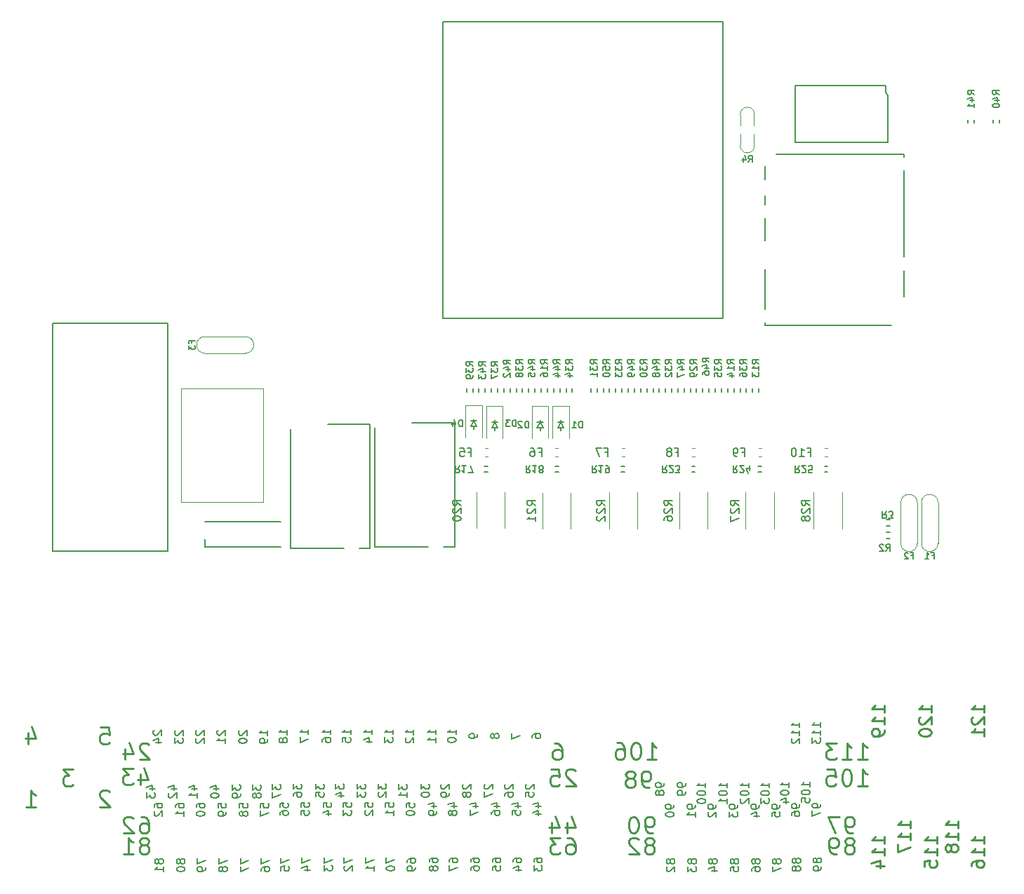
<source format=gbo>
G04 #@! TF.GenerationSoftware,KiCad,Pcbnew,8.0.8*
G04 #@! TF.CreationDate,2025-12-17T17:48:41-05:00*
G04 #@! TF.ProjectId,hellen121vag,68656c6c-656e-4313-9231-7661672e6b69,d*
G04 #@! TF.SameCoordinates,PX2b953a0PY6943058*
G04 #@! TF.FileFunction,Legend,Bot*
G04 #@! TF.FilePolarity,Positive*
%FSLAX46Y46*%
G04 Gerber Fmt 4.6, Leading zero omitted, Abs format (unit mm)*
G04 Created by KiCad (PCBNEW 8.0.8) date 2025-12-17 17:48:41*
%MOMM*%
%LPD*%
G01*
G04 APERTURE LIST*
%ADD10C,0.250000*%
%ADD11C,0.200000*%
%ADD12C,0.127000*%
%ADD13C,0.170000*%
%ADD14C,0.150000*%
%ADD15C,0.120000*%
%ADD16C,0.099060*%
%ADD17C,0.100000*%
%ADD18C,0.203200*%
G04 APERTURE END LIST*
D10*
X127065928Y23744999D02*
X127065928Y24602142D01*
X127065928Y24173571D02*
X125565928Y24173571D01*
X125565928Y24173571D02*
X125780214Y24316428D01*
X125780214Y24316428D02*
X125923071Y24459285D01*
X125923071Y24459285D02*
X125994500Y24602142D01*
X127065928Y22316428D02*
X127065928Y23173571D01*
X127065928Y22745000D02*
X125565928Y22745000D01*
X125565928Y22745000D02*
X125780214Y22887857D01*
X125780214Y22887857D02*
X125923071Y23030714D01*
X125923071Y23030714D02*
X125994500Y23173571D01*
X127065928Y21602143D02*
X127065928Y21316429D01*
X127065928Y21316429D02*
X126994500Y21173572D01*
X126994500Y21173572D02*
X126923071Y21102143D01*
X126923071Y21102143D02*
X126708785Y20959286D01*
X126708785Y20959286D02*
X126423071Y20887857D01*
X126423071Y20887857D02*
X125851642Y20887857D01*
X125851642Y20887857D02*
X125708785Y20959286D01*
X125708785Y20959286D02*
X125637357Y21030714D01*
X125637357Y21030714D02*
X125565928Y21173572D01*
X125565928Y21173572D02*
X125565928Y21459286D01*
X125565928Y21459286D02*
X125637357Y21602143D01*
X125637357Y21602143D02*
X125708785Y21673572D01*
X125708785Y21673572D02*
X125851642Y21745000D01*
X125851642Y21745000D02*
X126208785Y21745000D01*
X126208785Y21745000D02*
X126351642Y21673572D01*
X126351642Y21673572D02*
X126423071Y21602143D01*
X126423071Y21602143D02*
X126494500Y21459286D01*
X126494500Y21459286D02*
X126494500Y21173572D01*
X126494500Y21173572D02*
X126423071Y21030714D01*
X126423071Y21030714D02*
X126351642Y20959286D01*
X126351642Y20959286D02*
X126208785Y20887857D01*
X139130928Y23744999D02*
X139130928Y24602142D01*
X139130928Y24173571D02*
X137630928Y24173571D01*
X137630928Y24173571D02*
X137845214Y24316428D01*
X137845214Y24316428D02*
X137988071Y24459285D01*
X137988071Y24459285D02*
X138059500Y24602142D01*
X137773785Y23173571D02*
X137702357Y23102143D01*
X137702357Y23102143D02*
X137630928Y22959285D01*
X137630928Y22959285D02*
X137630928Y22602143D01*
X137630928Y22602143D02*
X137702357Y22459285D01*
X137702357Y22459285D02*
X137773785Y22387857D01*
X137773785Y22387857D02*
X137916642Y22316428D01*
X137916642Y22316428D02*
X138059500Y22316428D01*
X138059500Y22316428D02*
X138273785Y22387857D01*
X138273785Y22387857D02*
X139130928Y23245000D01*
X139130928Y23245000D02*
X139130928Y22316428D01*
X139130928Y20887857D02*
X139130928Y21745000D01*
X139130928Y21316429D02*
X137630928Y21316429D01*
X137630928Y21316429D02*
X137845214Y21459286D01*
X137845214Y21459286D02*
X137988071Y21602143D01*
X137988071Y21602143D02*
X138059500Y21745000D01*
X139130928Y7869999D02*
X139130928Y8727142D01*
X139130928Y8298571D02*
X137630928Y8298571D01*
X137630928Y8298571D02*
X137845214Y8441428D01*
X137845214Y8441428D02*
X137988071Y8584285D01*
X137988071Y8584285D02*
X138059500Y8727142D01*
X139130928Y6441428D02*
X139130928Y7298571D01*
X139130928Y6870000D02*
X137630928Y6870000D01*
X137630928Y6870000D02*
X137845214Y7012857D01*
X137845214Y7012857D02*
X137988071Y7155714D01*
X137988071Y7155714D02*
X138059500Y7298571D01*
X137630928Y5155714D02*
X137630928Y5441429D01*
X137630928Y5441429D02*
X137702357Y5584286D01*
X137702357Y5584286D02*
X137773785Y5655714D01*
X137773785Y5655714D02*
X137988071Y5798572D01*
X137988071Y5798572D02*
X138273785Y5870000D01*
X138273785Y5870000D02*
X138845214Y5870000D01*
X138845214Y5870000D02*
X138988071Y5798572D01*
X138988071Y5798572D02*
X139059500Y5727143D01*
X139059500Y5727143D02*
X139130928Y5584286D01*
X139130928Y5584286D02*
X139130928Y5298572D01*
X139130928Y5298572D02*
X139059500Y5155714D01*
X139059500Y5155714D02*
X138988071Y5084286D01*
X138988071Y5084286D02*
X138845214Y5012857D01*
X138845214Y5012857D02*
X138488071Y5012857D01*
X138488071Y5012857D02*
X138345214Y5084286D01*
X138345214Y5084286D02*
X138273785Y5155714D01*
X138273785Y5155714D02*
X138202357Y5298572D01*
X138202357Y5298572D02*
X138202357Y5584286D01*
X138202357Y5584286D02*
X138273785Y5727143D01*
X138273785Y5727143D02*
X138345214Y5798572D01*
X138345214Y5798572D02*
X138488071Y5870000D01*
X133415928Y7869999D02*
X133415928Y8727142D01*
X133415928Y8298571D02*
X131915928Y8298571D01*
X131915928Y8298571D02*
X132130214Y8441428D01*
X132130214Y8441428D02*
X132273071Y8584285D01*
X132273071Y8584285D02*
X132344500Y8727142D01*
X133415928Y6441428D02*
X133415928Y7298571D01*
X133415928Y6870000D02*
X131915928Y6870000D01*
X131915928Y6870000D02*
X132130214Y7012857D01*
X132130214Y7012857D02*
X132273071Y7155714D01*
X132273071Y7155714D02*
X132344500Y7298571D01*
X131915928Y5084286D02*
X131915928Y5798572D01*
X131915928Y5798572D02*
X132630214Y5870000D01*
X132630214Y5870000D02*
X132558785Y5798572D01*
X132558785Y5798572D02*
X132487357Y5655714D01*
X132487357Y5655714D02*
X132487357Y5298572D01*
X132487357Y5298572D02*
X132558785Y5155714D01*
X132558785Y5155714D02*
X132630214Y5084286D01*
X132630214Y5084286D02*
X132773071Y5012857D01*
X132773071Y5012857D02*
X133130214Y5012857D01*
X133130214Y5012857D02*
X133273071Y5084286D01*
X133273071Y5084286D02*
X133344500Y5155714D01*
X133344500Y5155714D02*
X133415928Y5298572D01*
X133415928Y5298572D02*
X133415928Y5655714D01*
X133415928Y5655714D02*
X133344500Y5798572D01*
X133344500Y5798572D02*
X133273071Y5870000D01*
X135955928Y9774999D02*
X135955928Y10632142D01*
X135955928Y10203571D02*
X134455928Y10203571D01*
X134455928Y10203571D02*
X134670214Y10346428D01*
X134670214Y10346428D02*
X134813071Y10489285D01*
X134813071Y10489285D02*
X134884500Y10632142D01*
X135955928Y8346428D02*
X135955928Y9203571D01*
X135955928Y8775000D02*
X134455928Y8775000D01*
X134455928Y8775000D02*
X134670214Y8917857D01*
X134670214Y8917857D02*
X134813071Y9060714D01*
X134813071Y9060714D02*
X134884500Y9203571D01*
X135098785Y7489286D02*
X135027357Y7632143D01*
X135027357Y7632143D02*
X134955928Y7703572D01*
X134955928Y7703572D02*
X134813071Y7775000D01*
X134813071Y7775000D02*
X134741642Y7775000D01*
X134741642Y7775000D02*
X134598785Y7703572D01*
X134598785Y7703572D02*
X134527357Y7632143D01*
X134527357Y7632143D02*
X134455928Y7489286D01*
X134455928Y7489286D02*
X134455928Y7203572D01*
X134455928Y7203572D02*
X134527357Y7060714D01*
X134527357Y7060714D02*
X134598785Y6989286D01*
X134598785Y6989286D02*
X134741642Y6917857D01*
X134741642Y6917857D02*
X134813071Y6917857D01*
X134813071Y6917857D02*
X134955928Y6989286D01*
X134955928Y6989286D02*
X135027357Y7060714D01*
X135027357Y7060714D02*
X135098785Y7203572D01*
X135098785Y7203572D02*
X135098785Y7489286D01*
X135098785Y7489286D02*
X135170214Y7632143D01*
X135170214Y7632143D02*
X135241642Y7703572D01*
X135241642Y7703572D02*
X135384500Y7775000D01*
X135384500Y7775000D02*
X135670214Y7775000D01*
X135670214Y7775000D02*
X135813071Y7703572D01*
X135813071Y7703572D02*
X135884500Y7632143D01*
X135884500Y7632143D02*
X135955928Y7489286D01*
X135955928Y7489286D02*
X135955928Y7203572D01*
X135955928Y7203572D02*
X135884500Y7060714D01*
X135884500Y7060714D02*
X135813071Y6989286D01*
X135813071Y6989286D02*
X135670214Y6917857D01*
X135670214Y6917857D02*
X135384500Y6917857D01*
X135384500Y6917857D02*
X135241642Y6989286D01*
X135241642Y6989286D02*
X135170214Y7060714D01*
X135170214Y7060714D02*
X135098785Y7203572D01*
X132780928Y23744999D02*
X132780928Y24602142D01*
X132780928Y24173571D02*
X131280928Y24173571D01*
X131280928Y24173571D02*
X131495214Y24316428D01*
X131495214Y24316428D02*
X131638071Y24459285D01*
X131638071Y24459285D02*
X131709500Y24602142D01*
X131423785Y23173571D02*
X131352357Y23102143D01*
X131352357Y23102143D02*
X131280928Y22959285D01*
X131280928Y22959285D02*
X131280928Y22602143D01*
X131280928Y22602143D02*
X131352357Y22459285D01*
X131352357Y22459285D02*
X131423785Y22387857D01*
X131423785Y22387857D02*
X131566642Y22316428D01*
X131566642Y22316428D02*
X131709500Y22316428D01*
X131709500Y22316428D02*
X131923785Y22387857D01*
X131923785Y22387857D02*
X132780928Y23245000D01*
X132780928Y23245000D02*
X132780928Y22316428D01*
X131280928Y21387857D02*
X131280928Y21245000D01*
X131280928Y21245000D02*
X131352357Y21102143D01*
X131352357Y21102143D02*
X131423785Y21030714D01*
X131423785Y21030714D02*
X131566642Y20959286D01*
X131566642Y20959286D02*
X131852357Y20887857D01*
X131852357Y20887857D02*
X132209500Y20887857D01*
X132209500Y20887857D02*
X132495214Y20959286D01*
X132495214Y20959286D02*
X132638071Y21030714D01*
X132638071Y21030714D02*
X132709500Y21102143D01*
X132709500Y21102143D02*
X132780928Y21245000D01*
X132780928Y21245000D02*
X132780928Y21387857D01*
X132780928Y21387857D02*
X132709500Y21530714D01*
X132709500Y21530714D02*
X132638071Y21602143D01*
X132638071Y21602143D02*
X132495214Y21673572D01*
X132495214Y21673572D02*
X132209500Y21745000D01*
X132209500Y21745000D02*
X131852357Y21745000D01*
X131852357Y21745000D02*
X131566642Y21673572D01*
X131566642Y21673572D02*
X131423785Y21602143D01*
X131423785Y21602143D02*
X131352357Y21530714D01*
X131352357Y21530714D02*
X131280928Y21387857D01*
X130240928Y9774999D02*
X130240928Y10632142D01*
X130240928Y10203571D02*
X128740928Y10203571D01*
X128740928Y10203571D02*
X128955214Y10346428D01*
X128955214Y10346428D02*
X129098071Y10489285D01*
X129098071Y10489285D02*
X129169500Y10632142D01*
X130240928Y8346428D02*
X130240928Y9203571D01*
X130240928Y8775000D02*
X128740928Y8775000D01*
X128740928Y8775000D02*
X128955214Y8917857D01*
X128955214Y8917857D02*
X129098071Y9060714D01*
X129098071Y9060714D02*
X129169500Y9203571D01*
X128740928Y7846429D02*
X128740928Y6846429D01*
X128740928Y6846429D02*
X130240928Y7489286D01*
X127065928Y7869999D02*
X127065928Y8727142D01*
X127065928Y8298571D02*
X125565928Y8298571D01*
X125565928Y8298571D02*
X125780214Y8441428D01*
X125780214Y8441428D02*
X125923071Y8584285D01*
X125923071Y8584285D02*
X125994500Y8727142D01*
X127065928Y6441428D02*
X127065928Y7298571D01*
X127065928Y6870000D02*
X125565928Y6870000D01*
X125565928Y6870000D02*
X125780214Y7012857D01*
X125780214Y7012857D02*
X125923071Y7155714D01*
X125923071Y7155714D02*
X125994500Y7298571D01*
X126065928Y5155714D02*
X127065928Y5155714D01*
X125494500Y5512857D02*
X126565928Y5870000D01*
X126565928Y5870000D02*
X126565928Y4941429D01*
X123082857Y7735620D02*
X123273333Y7830858D01*
X123273333Y7830858D02*
X123368571Y7926096D01*
X123368571Y7926096D02*
X123463809Y8116572D01*
X123463809Y8116572D02*
X123463809Y8211810D01*
X123463809Y8211810D02*
X123368571Y8402286D01*
X123368571Y8402286D02*
X123273333Y8497524D01*
X123273333Y8497524D02*
X123082857Y8592762D01*
X123082857Y8592762D02*
X122701904Y8592762D01*
X122701904Y8592762D02*
X122511428Y8497524D01*
X122511428Y8497524D02*
X122416190Y8402286D01*
X122416190Y8402286D02*
X122320952Y8211810D01*
X122320952Y8211810D02*
X122320952Y8116572D01*
X122320952Y8116572D02*
X122416190Y7926096D01*
X122416190Y7926096D02*
X122511428Y7830858D01*
X122511428Y7830858D02*
X122701904Y7735620D01*
X122701904Y7735620D02*
X123082857Y7735620D01*
X123082857Y7735620D02*
X123273333Y7640381D01*
X123273333Y7640381D02*
X123368571Y7545143D01*
X123368571Y7545143D02*
X123463809Y7354667D01*
X123463809Y7354667D02*
X123463809Y6973715D01*
X123463809Y6973715D02*
X123368571Y6783239D01*
X123368571Y6783239D02*
X123273333Y6688000D01*
X123273333Y6688000D02*
X123082857Y6592762D01*
X123082857Y6592762D02*
X122701904Y6592762D01*
X122701904Y6592762D02*
X122511428Y6688000D01*
X122511428Y6688000D02*
X122416190Y6783239D01*
X122416190Y6783239D02*
X122320952Y6973715D01*
X122320952Y6973715D02*
X122320952Y7354667D01*
X122320952Y7354667D02*
X122416190Y7545143D01*
X122416190Y7545143D02*
X122511428Y7640381D01*
X122511428Y7640381D02*
X122701904Y7735620D01*
X121368571Y6592762D02*
X120987619Y6592762D01*
X120987619Y6592762D02*
X120797142Y6688000D01*
X120797142Y6688000D02*
X120701904Y6783239D01*
X120701904Y6783239D02*
X120511428Y7068953D01*
X120511428Y7068953D02*
X120416190Y7449905D01*
X120416190Y7449905D02*
X120416190Y8211810D01*
X120416190Y8211810D02*
X120511428Y8402286D01*
X120511428Y8402286D02*
X120606666Y8497524D01*
X120606666Y8497524D02*
X120797142Y8592762D01*
X120797142Y8592762D02*
X121178095Y8592762D01*
X121178095Y8592762D02*
X121368571Y8497524D01*
X121368571Y8497524D02*
X121463809Y8402286D01*
X121463809Y8402286D02*
X121559047Y8211810D01*
X121559047Y8211810D02*
X121559047Y7735620D01*
X121559047Y7735620D02*
X121463809Y7545143D01*
X121463809Y7545143D02*
X121368571Y7449905D01*
X121368571Y7449905D02*
X121178095Y7354667D01*
X121178095Y7354667D02*
X120797142Y7354667D01*
X120797142Y7354667D02*
X120606666Y7449905D01*
X120606666Y7449905D02*
X120511428Y7545143D01*
X120511428Y7545143D02*
X120416190Y7735620D01*
X123273333Y9132762D02*
X122892381Y9132762D01*
X122892381Y9132762D02*
X122701904Y9228000D01*
X122701904Y9228000D02*
X122606666Y9323239D01*
X122606666Y9323239D02*
X122416190Y9608953D01*
X122416190Y9608953D02*
X122320952Y9989905D01*
X122320952Y9989905D02*
X122320952Y10751810D01*
X122320952Y10751810D02*
X122416190Y10942286D01*
X122416190Y10942286D02*
X122511428Y11037524D01*
X122511428Y11037524D02*
X122701904Y11132762D01*
X122701904Y11132762D02*
X123082857Y11132762D01*
X123082857Y11132762D02*
X123273333Y11037524D01*
X123273333Y11037524D02*
X123368571Y10942286D01*
X123368571Y10942286D02*
X123463809Y10751810D01*
X123463809Y10751810D02*
X123463809Y10275620D01*
X123463809Y10275620D02*
X123368571Y10085143D01*
X123368571Y10085143D02*
X123273333Y9989905D01*
X123273333Y9989905D02*
X123082857Y9894667D01*
X123082857Y9894667D02*
X122701904Y9894667D01*
X122701904Y9894667D02*
X122511428Y9989905D01*
X122511428Y9989905D02*
X122416190Y10085143D01*
X122416190Y10085143D02*
X122320952Y10275620D01*
X121654285Y11132762D02*
X120320952Y11132762D01*
X120320952Y11132762D02*
X121178095Y9132762D01*
X123883333Y14862762D02*
X125026190Y14862762D01*
X124454762Y14862762D02*
X124454762Y16862762D01*
X124454762Y16862762D02*
X124645238Y16577048D01*
X124645238Y16577048D02*
X124835714Y16386572D01*
X124835714Y16386572D02*
X125026190Y16291334D01*
X122645238Y16862762D02*
X122454761Y16862762D01*
X122454761Y16862762D02*
X122264285Y16767524D01*
X122264285Y16767524D02*
X122169047Y16672286D01*
X122169047Y16672286D02*
X122073809Y16481810D01*
X122073809Y16481810D02*
X121978571Y16100858D01*
X121978571Y16100858D02*
X121978571Y15624667D01*
X121978571Y15624667D02*
X122073809Y15243715D01*
X122073809Y15243715D02*
X122169047Y15053239D01*
X122169047Y15053239D02*
X122264285Y14958000D01*
X122264285Y14958000D02*
X122454761Y14862762D01*
X122454761Y14862762D02*
X122645238Y14862762D01*
X122645238Y14862762D02*
X122835714Y14958000D01*
X122835714Y14958000D02*
X122930952Y15053239D01*
X122930952Y15053239D02*
X123026190Y15243715D01*
X123026190Y15243715D02*
X123121428Y15624667D01*
X123121428Y15624667D02*
X123121428Y16100858D01*
X123121428Y16100858D02*
X123026190Y16481810D01*
X123026190Y16481810D02*
X122930952Y16672286D01*
X122930952Y16672286D02*
X122835714Y16767524D01*
X122835714Y16767524D02*
X122645238Y16862762D01*
X120169047Y16862762D02*
X121121428Y16862762D01*
X121121428Y16862762D02*
X121216666Y15910381D01*
X121216666Y15910381D02*
X121121428Y16005620D01*
X121121428Y16005620D02*
X120930952Y16100858D01*
X120930952Y16100858D02*
X120454761Y16100858D01*
X120454761Y16100858D02*
X120264285Y16005620D01*
X120264285Y16005620D02*
X120169047Y15910381D01*
X120169047Y15910381D02*
X120073809Y15719905D01*
X120073809Y15719905D02*
X120073809Y15243715D01*
X120073809Y15243715D02*
X120169047Y15053239D01*
X120169047Y15053239D02*
X120264285Y14958000D01*
X120264285Y14958000D02*
X120454761Y14862762D01*
X120454761Y14862762D02*
X120930952Y14862762D01*
X120930952Y14862762D02*
X121121428Y14958000D01*
X121121428Y14958000D02*
X121216666Y15053239D01*
X123908333Y18022762D02*
X125051190Y18022762D01*
X124479762Y18022762D02*
X124479762Y20022762D01*
X124479762Y20022762D02*
X124670238Y19737048D01*
X124670238Y19737048D02*
X124860714Y19546572D01*
X124860714Y19546572D02*
X125051190Y19451334D01*
X122003571Y18022762D02*
X123146428Y18022762D01*
X122575000Y18022762D02*
X122575000Y20022762D01*
X122575000Y20022762D02*
X122765476Y19737048D01*
X122765476Y19737048D02*
X122955952Y19546572D01*
X122955952Y19546572D02*
X123146428Y19451334D01*
X121336904Y20022762D02*
X120098809Y20022762D01*
X120098809Y20022762D02*
X120765476Y19260858D01*
X120765476Y19260858D02*
X120479761Y19260858D01*
X120479761Y19260858D02*
X120289285Y19165620D01*
X120289285Y19165620D02*
X120194047Y19070381D01*
X120194047Y19070381D02*
X120098809Y18879905D01*
X120098809Y18879905D02*
X120098809Y18403715D01*
X120098809Y18403715D02*
X120194047Y18213239D01*
X120194047Y18213239D02*
X120289285Y18118000D01*
X120289285Y18118000D02*
X120479761Y18022762D01*
X120479761Y18022762D02*
X121051190Y18022762D01*
X121051190Y18022762D02*
X121241666Y18118000D01*
X121241666Y18118000D02*
X121336904Y18213239D01*
X98952857Y7735620D02*
X99143333Y7830858D01*
X99143333Y7830858D02*
X99238571Y7926096D01*
X99238571Y7926096D02*
X99333809Y8116572D01*
X99333809Y8116572D02*
X99333809Y8211810D01*
X99333809Y8211810D02*
X99238571Y8402286D01*
X99238571Y8402286D02*
X99143333Y8497524D01*
X99143333Y8497524D02*
X98952857Y8592762D01*
X98952857Y8592762D02*
X98571904Y8592762D01*
X98571904Y8592762D02*
X98381428Y8497524D01*
X98381428Y8497524D02*
X98286190Y8402286D01*
X98286190Y8402286D02*
X98190952Y8211810D01*
X98190952Y8211810D02*
X98190952Y8116572D01*
X98190952Y8116572D02*
X98286190Y7926096D01*
X98286190Y7926096D02*
X98381428Y7830858D01*
X98381428Y7830858D02*
X98571904Y7735620D01*
X98571904Y7735620D02*
X98952857Y7735620D01*
X98952857Y7735620D02*
X99143333Y7640381D01*
X99143333Y7640381D02*
X99238571Y7545143D01*
X99238571Y7545143D02*
X99333809Y7354667D01*
X99333809Y7354667D02*
X99333809Y6973715D01*
X99333809Y6973715D02*
X99238571Y6783239D01*
X99238571Y6783239D02*
X99143333Y6688000D01*
X99143333Y6688000D02*
X98952857Y6592762D01*
X98952857Y6592762D02*
X98571904Y6592762D01*
X98571904Y6592762D02*
X98381428Y6688000D01*
X98381428Y6688000D02*
X98286190Y6783239D01*
X98286190Y6783239D02*
X98190952Y6973715D01*
X98190952Y6973715D02*
X98190952Y7354667D01*
X98190952Y7354667D02*
X98286190Y7545143D01*
X98286190Y7545143D02*
X98381428Y7640381D01*
X98381428Y7640381D02*
X98571904Y7735620D01*
X97429047Y8402286D02*
X97333809Y8497524D01*
X97333809Y8497524D02*
X97143333Y8592762D01*
X97143333Y8592762D02*
X96667142Y8592762D01*
X96667142Y8592762D02*
X96476666Y8497524D01*
X96476666Y8497524D02*
X96381428Y8402286D01*
X96381428Y8402286D02*
X96286190Y8211810D01*
X96286190Y8211810D02*
X96286190Y8021334D01*
X96286190Y8021334D02*
X96381428Y7735620D01*
X96381428Y7735620D02*
X97524285Y6592762D01*
X97524285Y6592762D02*
X96286190Y6592762D01*
X99143333Y9132762D02*
X98762381Y9132762D01*
X98762381Y9132762D02*
X98571904Y9228000D01*
X98571904Y9228000D02*
X98476666Y9323239D01*
X98476666Y9323239D02*
X98286190Y9608953D01*
X98286190Y9608953D02*
X98190952Y9989905D01*
X98190952Y9989905D02*
X98190952Y10751810D01*
X98190952Y10751810D02*
X98286190Y10942286D01*
X98286190Y10942286D02*
X98381428Y11037524D01*
X98381428Y11037524D02*
X98571904Y11132762D01*
X98571904Y11132762D02*
X98952857Y11132762D01*
X98952857Y11132762D02*
X99143333Y11037524D01*
X99143333Y11037524D02*
X99238571Y10942286D01*
X99238571Y10942286D02*
X99333809Y10751810D01*
X99333809Y10751810D02*
X99333809Y10275620D01*
X99333809Y10275620D02*
X99238571Y10085143D01*
X99238571Y10085143D02*
X99143333Y9989905D01*
X99143333Y9989905D02*
X98952857Y9894667D01*
X98952857Y9894667D02*
X98571904Y9894667D01*
X98571904Y9894667D02*
X98381428Y9989905D01*
X98381428Y9989905D02*
X98286190Y10085143D01*
X98286190Y10085143D02*
X98190952Y10275620D01*
X96952857Y11132762D02*
X96762380Y11132762D01*
X96762380Y11132762D02*
X96571904Y11037524D01*
X96571904Y11037524D02*
X96476666Y10942286D01*
X96476666Y10942286D02*
X96381428Y10751810D01*
X96381428Y10751810D02*
X96286190Y10370858D01*
X96286190Y10370858D02*
X96286190Y9894667D01*
X96286190Y9894667D02*
X96381428Y9513715D01*
X96381428Y9513715D02*
X96476666Y9323239D01*
X96476666Y9323239D02*
X96571904Y9228000D01*
X96571904Y9228000D02*
X96762380Y9132762D01*
X96762380Y9132762D02*
X96952857Y9132762D01*
X96952857Y9132762D02*
X97143333Y9228000D01*
X97143333Y9228000D02*
X97238571Y9323239D01*
X97238571Y9323239D02*
X97333809Y9513715D01*
X97333809Y9513715D02*
X97429047Y9894667D01*
X97429047Y9894667D02*
X97429047Y10370858D01*
X97429047Y10370858D02*
X97333809Y10751810D01*
X97333809Y10751810D02*
X97238571Y10942286D01*
X97238571Y10942286D02*
X97143333Y11037524D01*
X97143333Y11037524D02*
X96952857Y11132762D01*
X98743333Y14647762D02*
X98362381Y14647762D01*
X98362381Y14647762D02*
X98171904Y14743000D01*
X98171904Y14743000D02*
X98076666Y14838239D01*
X98076666Y14838239D02*
X97886190Y15123953D01*
X97886190Y15123953D02*
X97790952Y15504905D01*
X97790952Y15504905D02*
X97790952Y16266810D01*
X97790952Y16266810D02*
X97886190Y16457286D01*
X97886190Y16457286D02*
X97981428Y16552524D01*
X97981428Y16552524D02*
X98171904Y16647762D01*
X98171904Y16647762D02*
X98552857Y16647762D01*
X98552857Y16647762D02*
X98743333Y16552524D01*
X98743333Y16552524D02*
X98838571Y16457286D01*
X98838571Y16457286D02*
X98933809Y16266810D01*
X98933809Y16266810D02*
X98933809Y15790620D01*
X98933809Y15790620D02*
X98838571Y15600143D01*
X98838571Y15600143D02*
X98743333Y15504905D01*
X98743333Y15504905D02*
X98552857Y15409667D01*
X98552857Y15409667D02*
X98171904Y15409667D01*
X98171904Y15409667D02*
X97981428Y15504905D01*
X97981428Y15504905D02*
X97886190Y15600143D01*
X97886190Y15600143D02*
X97790952Y15790620D01*
X96648095Y15790620D02*
X96838571Y15885858D01*
X96838571Y15885858D02*
X96933809Y15981096D01*
X96933809Y15981096D02*
X97029047Y16171572D01*
X97029047Y16171572D02*
X97029047Y16266810D01*
X97029047Y16266810D02*
X96933809Y16457286D01*
X96933809Y16457286D02*
X96838571Y16552524D01*
X96838571Y16552524D02*
X96648095Y16647762D01*
X96648095Y16647762D02*
X96267142Y16647762D01*
X96267142Y16647762D02*
X96076666Y16552524D01*
X96076666Y16552524D02*
X95981428Y16457286D01*
X95981428Y16457286D02*
X95886190Y16266810D01*
X95886190Y16266810D02*
X95886190Y16171572D01*
X95886190Y16171572D02*
X95981428Y15981096D01*
X95981428Y15981096D02*
X96076666Y15885858D01*
X96076666Y15885858D02*
X96267142Y15790620D01*
X96267142Y15790620D02*
X96648095Y15790620D01*
X96648095Y15790620D02*
X96838571Y15695381D01*
X96838571Y15695381D02*
X96933809Y15600143D01*
X96933809Y15600143D02*
X97029047Y15409667D01*
X97029047Y15409667D02*
X97029047Y15028715D01*
X97029047Y15028715D02*
X96933809Y14838239D01*
X96933809Y14838239D02*
X96838571Y14743000D01*
X96838571Y14743000D02*
X96648095Y14647762D01*
X96648095Y14647762D02*
X96267142Y14647762D01*
X96267142Y14647762D02*
X96076666Y14743000D01*
X96076666Y14743000D02*
X95981428Y14838239D01*
X95981428Y14838239D02*
X95886190Y15028715D01*
X95886190Y15028715D02*
X95886190Y15409667D01*
X95886190Y15409667D02*
X95981428Y15600143D01*
X95981428Y15600143D02*
X96076666Y15695381D01*
X96076666Y15695381D02*
X96267142Y15790620D01*
X98457533Y18073562D02*
X99600390Y18073562D01*
X99028962Y18073562D02*
X99028962Y20073562D01*
X99028962Y20073562D02*
X99219438Y19787848D01*
X99219438Y19787848D02*
X99409914Y19597372D01*
X99409914Y19597372D02*
X99600390Y19502134D01*
X97219438Y20073562D02*
X97028961Y20073562D01*
X97028961Y20073562D02*
X96838485Y19978324D01*
X96838485Y19978324D02*
X96743247Y19883086D01*
X96743247Y19883086D02*
X96648009Y19692610D01*
X96648009Y19692610D02*
X96552771Y19311658D01*
X96552771Y19311658D02*
X96552771Y18835467D01*
X96552771Y18835467D02*
X96648009Y18454515D01*
X96648009Y18454515D02*
X96743247Y18264039D01*
X96743247Y18264039D02*
X96838485Y18168800D01*
X96838485Y18168800D02*
X97028961Y18073562D01*
X97028961Y18073562D02*
X97219438Y18073562D01*
X97219438Y18073562D02*
X97409914Y18168800D01*
X97409914Y18168800D02*
X97505152Y18264039D01*
X97505152Y18264039D02*
X97600390Y18454515D01*
X97600390Y18454515D02*
X97695628Y18835467D01*
X97695628Y18835467D02*
X97695628Y19311658D01*
X97695628Y19311658D02*
X97600390Y19692610D01*
X97600390Y19692610D02*
X97505152Y19883086D01*
X97505152Y19883086D02*
X97409914Y19978324D01*
X97409914Y19978324D02*
X97219438Y20073562D01*
X94838485Y20073562D02*
X95219438Y20073562D01*
X95219438Y20073562D02*
X95409914Y19978324D01*
X95409914Y19978324D02*
X95505152Y19883086D01*
X95505152Y19883086D02*
X95695628Y19597372D01*
X95695628Y19597372D02*
X95790866Y19216420D01*
X95790866Y19216420D02*
X95790866Y18454515D01*
X95790866Y18454515D02*
X95695628Y18264039D01*
X95695628Y18264039D02*
X95600390Y18168800D01*
X95600390Y18168800D02*
X95409914Y18073562D01*
X95409914Y18073562D02*
X95028961Y18073562D01*
X95028961Y18073562D02*
X94838485Y18168800D01*
X94838485Y18168800D02*
X94743247Y18264039D01*
X94743247Y18264039D02*
X94648009Y18454515D01*
X94648009Y18454515D02*
X94648009Y18930705D01*
X94648009Y18930705D02*
X94743247Y19121181D01*
X94743247Y19121181D02*
X94838485Y19216420D01*
X94838485Y19216420D02*
X95028961Y19311658D01*
X95028961Y19311658D02*
X95409914Y19311658D01*
X95409914Y19311658D02*
X95600390Y19216420D01*
X95600390Y19216420D02*
X95695628Y19121181D01*
X95695628Y19121181D02*
X95790866Y18930705D01*
X88856428Y8592762D02*
X89237381Y8592762D01*
X89237381Y8592762D02*
X89427857Y8497524D01*
X89427857Y8497524D02*
X89523095Y8402286D01*
X89523095Y8402286D02*
X89713571Y8116572D01*
X89713571Y8116572D02*
X89808809Y7735620D01*
X89808809Y7735620D02*
X89808809Y6973715D01*
X89808809Y6973715D02*
X89713571Y6783239D01*
X89713571Y6783239D02*
X89618333Y6688000D01*
X89618333Y6688000D02*
X89427857Y6592762D01*
X89427857Y6592762D02*
X89046904Y6592762D01*
X89046904Y6592762D02*
X88856428Y6688000D01*
X88856428Y6688000D02*
X88761190Y6783239D01*
X88761190Y6783239D02*
X88665952Y6973715D01*
X88665952Y6973715D02*
X88665952Y7449905D01*
X88665952Y7449905D02*
X88761190Y7640381D01*
X88761190Y7640381D02*
X88856428Y7735620D01*
X88856428Y7735620D02*
X89046904Y7830858D01*
X89046904Y7830858D02*
X89427857Y7830858D01*
X89427857Y7830858D02*
X89618333Y7735620D01*
X89618333Y7735620D02*
X89713571Y7640381D01*
X89713571Y7640381D02*
X89808809Y7449905D01*
X87999285Y8592762D02*
X86761190Y8592762D01*
X86761190Y8592762D02*
X87427857Y7830858D01*
X87427857Y7830858D02*
X87142142Y7830858D01*
X87142142Y7830858D02*
X86951666Y7735620D01*
X86951666Y7735620D02*
X86856428Y7640381D01*
X86856428Y7640381D02*
X86761190Y7449905D01*
X86761190Y7449905D02*
X86761190Y6973715D01*
X86761190Y6973715D02*
X86856428Y6783239D01*
X86856428Y6783239D02*
X86951666Y6688000D01*
X86951666Y6688000D02*
X87142142Y6592762D01*
X87142142Y6592762D02*
X87713571Y6592762D01*
X87713571Y6592762D02*
X87904047Y6688000D01*
X87904047Y6688000D02*
X87999285Y6783239D01*
X88856428Y10466096D02*
X88856428Y9132762D01*
X89332619Y11228000D02*
X89808809Y9799429D01*
X89808809Y9799429D02*
X88570714Y9799429D01*
X86951666Y10466096D02*
X86951666Y9132762D01*
X87427857Y11228000D02*
X87904047Y9799429D01*
X87904047Y9799429D02*
X86665952Y9799429D01*
X89808809Y16657286D02*
X89713571Y16752524D01*
X89713571Y16752524D02*
X89523095Y16847762D01*
X89523095Y16847762D02*
X89046904Y16847762D01*
X89046904Y16847762D02*
X88856428Y16752524D01*
X88856428Y16752524D02*
X88761190Y16657286D01*
X88761190Y16657286D02*
X88665952Y16466810D01*
X88665952Y16466810D02*
X88665952Y16276334D01*
X88665952Y16276334D02*
X88761190Y15990620D01*
X88761190Y15990620D02*
X89904047Y14847762D01*
X89904047Y14847762D02*
X88665952Y14847762D01*
X86856428Y16847762D02*
X87808809Y16847762D01*
X87808809Y16847762D02*
X87904047Y15895381D01*
X87904047Y15895381D02*
X87808809Y15990620D01*
X87808809Y15990620D02*
X87618333Y16085858D01*
X87618333Y16085858D02*
X87142142Y16085858D01*
X87142142Y16085858D02*
X86951666Y15990620D01*
X86951666Y15990620D02*
X86856428Y15895381D01*
X86856428Y15895381D02*
X86761190Y15704905D01*
X86761190Y15704905D02*
X86761190Y15228715D01*
X86761190Y15228715D02*
X86856428Y15038239D01*
X86856428Y15038239D02*
X86951666Y14943000D01*
X86951666Y14943000D02*
X87142142Y14847762D01*
X87142142Y14847762D02*
X87618333Y14847762D01*
X87618333Y14847762D02*
X87808809Y14943000D01*
X87808809Y14943000D02*
X87904047Y15038239D01*
X87269047Y20022762D02*
X87650000Y20022762D01*
X87650000Y20022762D02*
X87840476Y19927524D01*
X87840476Y19927524D02*
X87935714Y19832286D01*
X87935714Y19832286D02*
X88126190Y19546572D01*
X88126190Y19546572D02*
X88221428Y19165620D01*
X88221428Y19165620D02*
X88221428Y18403715D01*
X88221428Y18403715D02*
X88126190Y18213239D01*
X88126190Y18213239D02*
X88030952Y18118000D01*
X88030952Y18118000D02*
X87840476Y18022762D01*
X87840476Y18022762D02*
X87459523Y18022762D01*
X87459523Y18022762D02*
X87269047Y18118000D01*
X87269047Y18118000D02*
X87173809Y18213239D01*
X87173809Y18213239D02*
X87078571Y18403715D01*
X87078571Y18403715D02*
X87078571Y18879905D01*
X87078571Y18879905D02*
X87173809Y19070381D01*
X87173809Y19070381D02*
X87269047Y19165620D01*
X87269047Y19165620D02*
X87459523Y19260858D01*
X87459523Y19260858D02*
X87840476Y19260858D01*
X87840476Y19260858D02*
X88030952Y19165620D01*
X88030952Y19165620D02*
X88126190Y19070381D01*
X88126190Y19070381D02*
X88221428Y18879905D01*
X32563809Y21927762D02*
X33516190Y21927762D01*
X33516190Y21927762D02*
X33611428Y20975381D01*
X33611428Y20975381D02*
X33516190Y21070620D01*
X33516190Y21070620D02*
X33325714Y21165858D01*
X33325714Y21165858D02*
X32849523Y21165858D01*
X32849523Y21165858D02*
X32659047Y21070620D01*
X32659047Y21070620D02*
X32563809Y20975381D01*
X32563809Y20975381D02*
X32468571Y20784905D01*
X32468571Y20784905D02*
X32468571Y20308715D01*
X32468571Y20308715D02*
X32563809Y20118239D01*
X32563809Y20118239D02*
X32659047Y20023000D01*
X32659047Y20023000D02*
X32849523Y19927762D01*
X32849523Y19927762D02*
X33325714Y19927762D01*
X33325714Y19927762D02*
X33516190Y20023000D01*
X33516190Y20023000D02*
X33611428Y20118239D01*
X23769047Y21261096D02*
X23769047Y19927762D01*
X24245238Y22023000D02*
X24721428Y20594429D01*
X24721428Y20594429D02*
X23483333Y20594429D01*
X29261666Y16847762D02*
X28023571Y16847762D01*
X28023571Y16847762D02*
X28690238Y16085858D01*
X28690238Y16085858D02*
X28404523Y16085858D01*
X28404523Y16085858D02*
X28214047Y15990620D01*
X28214047Y15990620D02*
X28118809Y15895381D01*
X28118809Y15895381D02*
X28023571Y15704905D01*
X28023571Y15704905D02*
X28023571Y15228715D01*
X28023571Y15228715D02*
X28118809Y15038239D01*
X28118809Y15038239D02*
X28214047Y14943000D01*
X28214047Y14943000D02*
X28404523Y14847762D01*
X28404523Y14847762D02*
X28975952Y14847762D01*
X28975952Y14847762D02*
X29166428Y14943000D01*
X29166428Y14943000D02*
X29261666Y15038239D01*
X33611428Y14117286D02*
X33516190Y14212524D01*
X33516190Y14212524D02*
X33325714Y14307762D01*
X33325714Y14307762D02*
X32849523Y14307762D01*
X32849523Y14307762D02*
X32659047Y14212524D01*
X32659047Y14212524D02*
X32563809Y14117286D01*
X32563809Y14117286D02*
X32468571Y13926810D01*
X32468571Y13926810D02*
X32468571Y13736334D01*
X32468571Y13736334D02*
X32563809Y13450620D01*
X32563809Y13450620D02*
X33706666Y12307762D01*
X33706666Y12307762D02*
X32468571Y12307762D01*
X23578571Y12307762D02*
X24721428Y12307762D01*
X24150000Y12307762D02*
X24150000Y14307762D01*
X24150000Y14307762D02*
X24340476Y14022048D01*
X24340476Y14022048D02*
X24530952Y13831572D01*
X24530952Y13831572D02*
X24721428Y13736334D01*
X37992857Y7735620D02*
X38183333Y7830858D01*
X38183333Y7830858D02*
X38278571Y7926096D01*
X38278571Y7926096D02*
X38373809Y8116572D01*
X38373809Y8116572D02*
X38373809Y8211810D01*
X38373809Y8211810D02*
X38278571Y8402286D01*
X38278571Y8402286D02*
X38183333Y8497524D01*
X38183333Y8497524D02*
X37992857Y8592762D01*
X37992857Y8592762D02*
X37611904Y8592762D01*
X37611904Y8592762D02*
X37421428Y8497524D01*
X37421428Y8497524D02*
X37326190Y8402286D01*
X37326190Y8402286D02*
X37230952Y8211810D01*
X37230952Y8211810D02*
X37230952Y8116572D01*
X37230952Y8116572D02*
X37326190Y7926096D01*
X37326190Y7926096D02*
X37421428Y7830858D01*
X37421428Y7830858D02*
X37611904Y7735620D01*
X37611904Y7735620D02*
X37992857Y7735620D01*
X37992857Y7735620D02*
X38183333Y7640381D01*
X38183333Y7640381D02*
X38278571Y7545143D01*
X38278571Y7545143D02*
X38373809Y7354667D01*
X38373809Y7354667D02*
X38373809Y6973715D01*
X38373809Y6973715D02*
X38278571Y6783239D01*
X38278571Y6783239D02*
X38183333Y6688000D01*
X38183333Y6688000D02*
X37992857Y6592762D01*
X37992857Y6592762D02*
X37611904Y6592762D01*
X37611904Y6592762D02*
X37421428Y6688000D01*
X37421428Y6688000D02*
X37326190Y6783239D01*
X37326190Y6783239D02*
X37230952Y6973715D01*
X37230952Y6973715D02*
X37230952Y7354667D01*
X37230952Y7354667D02*
X37326190Y7545143D01*
X37326190Y7545143D02*
X37421428Y7640381D01*
X37421428Y7640381D02*
X37611904Y7735620D01*
X35326190Y6592762D02*
X36469047Y6592762D01*
X35897619Y6592762D02*
X35897619Y8592762D01*
X35897619Y8592762D02*
X36088095Y8307048D01*
X36088095Y8307048D02*
X36278571Y8116572D01*
X36278571Y8116572D02*
X36469047Y8021334D01*
X37421428Y11132762D02*
X37802381Y11132762D01*
X37802381Y11132762D02*
X37992857Y11037524D01*
X37992857Y11037524D02*
X38088095Y10942286D01*
X38088095Y10942286D02*
X38278571Y10656572D01*
X38278571Y10656572D02*
X38373809Y10275620D01*
X38373809Y10275620D02*
X38373809Y9513715D01*
X38373809Y9513715D02*
X38278571Y9323239D01*
X38278571Y9323239D02*
X38183333Y9228000D01*
X38183333Y9228000D02*
X37992857Y9132762D01*
X37992857Y9132762D02*
X37611904Y9132762D01*
X37611904Y9132762D02*
X37421428Y9228000D01*
X37421428Y9228000D02*
X37326190Y9323239D01*
X37326190Y9323239D02*
X37230952Y9513715D01*
X37230952Y9513715D02*
X37230952Y9989905D01*
X37230952Y9989905D02*
X37326190Y10180381D01*
X37326190Y10180381D02*
X37421428Y10275620D01*
X37421428Y10275620D02*
X37611904Y10370858D01*
X37611904Y10370858D02*
X37992857Y10370858D01*
X37992857Y10370858D02*
X38183333Y10275620D01*
X38183333Y10275620D02*
X38278571Y10180381D01*
X38278571Y10180381D02*
X38373809Y9989905D01*
X36469047Y10942286D02*
X36373809Y11037524D01*
X36373809Y11037524D02*
X36183333Y11132762D01*
X36183333Y11132762D02*
X35707142Y11132762D01*
X35707142Y11132762D02*
X35516666Y11037524D01*
X35516666Y11037524D02*
X35421428Y10942286D01*
X35421428Y10942286D02*
X35326190Y10751810D01*
X35326190Y10751810D02*
X35326190Y10561334D01*
X35326190Y10561334D02*
X35421428Y10275620D01*
X35421428Y10275620D02*
X36564285Y9132762D01*
X36564285Y9132762D02*
X35326190Y9132762D01*
X37333428Y16300096D02*
X37333428Y14966762D01*
X37809619Y17062000D02*
X38285809Y15633429D01*
X38285809Y15633429D02*
X37047714Y15633429D01*
X36476285Y16966762D02*
X35238190Y16966762D01*
X35238190Y16966762D02*
X35904857Y16204858D01*
X35904857Y16204858D02*
X35619142Y16204858D01*
X35619142Y16204858D02*
X35428666Y16109620D01*
X35428666Y16109620D02*
X35333428Y16014381D01*
X35333428Y16014381D02*
X35238190Y15823905D01*
X35238190Y15823905D02*
X35238190Y15347715D01*
X35238190Y15347715D02*
X35333428Y15157239D01*
X35333428Y15157239D02*
X35428666Y15062000D01*
X35428666Y15062000D02*
X35619142Y14966762D01*
X35619142Y14966762D02*
X36190571Y14966762D01*
X36190571Y14966762D02*
X36381047Y15062000D01*
X36381047Y15062000D02*
X36476285Y15157239D01*
X38373809Y19832286D02*
X38278571Y19927524D01*
X38278571Y19927524D02*
X38088095Y20022762D01*
X38088095Y20022762D02*
X37611904Y20022762D01*
X37611904Y20022762D02*
X37421428Y19927524D01*
X37421428Y19927524D02*
X37326190Y19832286D01*
X37326190Y19832286D02*
X37230952Y19641810D01*
X37230952Y19641810D02*
X37230952Y19451334D01*
X37230952Y19451334D02*
X37326190Y19165620D01*
X37326190Y19165620D02*
X38469047Y18022762D01*
X38469047Y18022762D02*
X37230952Y18022762D01*
X35516666Y19356096D02*
X35516666Y18022762D01*
X35992857Y20118000D02*
X36469047Y18689429D01*
X36469047Y18689429D02*
X35230952Y18689429D01*
D11*
X53282219Y15049524D02*
X53282219Y14430477D01*
X53282219Y14430477D02*
X53663171Y14763810D01*
X53663171Y14763810D02*
X53663171Y14620953D01*
X53663171Y14620953D02*
X53710790Y14525715D01*
X53710790Y14525715D02*
X53758409Y14478096D01*
X53758409Y14478096D02*
X53853647Y14430477D01*
X53853647Y14430477D02*
X54091742Y14430477D01*
X54091742Y14430477D02*
X54186980Y14478096D01*
X54186980Y14478096D02*
X54234600Y14525715D01*
X54234600Y14525715D02*
X54282219Y14620953D01*
X54282219Y14620953D02*
X54282219Y14906667D01*
X54282219Y14906667D02*
X54234600Y15001905D01*
X54234600Y15001905D02*
X54186980Y15049524D01*
X53282219Y14097143D02*
X53282219Y13430477D01*
X53282219Y13430477D02*
X54282219Y13859048D01*
X52714219Y20969477D02*
X52714219Y21540905D01*
X52714219Y21255191D02*
X51714219Y21255191D01*
X51714219Y21255191D02*
X51857076Y21350429D01*
X51857076Y21350429D02*
X51952314Y21445667D01*
X51952314Y21445667D02*
X51999933Y21540905D01*
X52714219Y20493286D02*
X52714219Y20302810D01*
X52714219Y20302810D02*
X52666600Y20207572D01*
X52666600Y20207572D02*
X52618980Y20159953D01*
X52618980Y20159953D02*
X52476123Y20064715D01*
X52476123Y20064715D02*
X52285647Y20017096D01*
X52285647Y20017096D02*
X51904695Y20017096D01*
X51904695Y20017096D02*
X51809457Y20064715D01*
X51809457Y20064715D02*
X51761838Y20112334D01*
X51761838Y20112334D02*
X51714219Y20207572D01*
X51714219Y20207572D02*
X51714219Y20398048D01*
X51714219Y20398048D02*
X51761838Y20493286D01*
X51761838Y20493286D02*
X51809457Y20540905D01*
X51809457Y20540905D02*
X51904695Y20588524D01*
X51904695Y20588524D02*
X52142790Y20588524D01*
X52142790Y20588524D02*
X52238028Y20540905D01*
X52238028Y20540905D02*
X52285647Y20493286D01*
X52285647Y20493286D02*
X52333266Y20398048D01*
X52333266Y20398048D02*
X52333266Y20207572D01*
X52333266Y20207572D02*
X52285647Y20112334D01*
X52285647Y20112334D02*
X52238028Y20064715D01*
X52238028Y20064715D02*
X52142790Y20017096D01*
X115582219Y14706667D02*
X115582219Y15278095D01*
X115582219Y14992381D02*
X114582219Y14992381D01*
X114582219Y14992381D02*
X114725076Y15087619D01*
X114725076Y15087619D02*
X114820314Y15182857D01*
X114820314Y15182857D02*
X114867933Y15278095D01*
X114582219Y14087619D02*
X114582219Y13992381D01*
X114582219Y13992381D02*
X114629838Y13897143D01*
X114629838Y13897143D02*
X114677457Y13849524D01*
X114677457Y13849524D02*
X114772695Y13801905D01*
X114772695Y13801905D02*
X114963171Y13754286D01*
X114963171Y13754286D02*
X115201266Y13754286D01*
X115201266Y13754286D02*
X115391742Y13801905D01*
X115391742Y13801905D02*
X115486980Y13849524D01*
X115486980Y13849524D02*
X115534600Y13897143D01*
X115534600Y13897143D02*
X115582219Y13992381D01*
X115582219Y13992381D02*
X115582219Y14087619D01*
X115582219Y14087619D02*
X115534600Y14182857D01*
X115534600Y14182857D02*
X115486980Y14230476D01*
X115486980Y14230476D02*
X115391742Y14278095D01*
X115391742Y14278095D02*
X115201266Y14325714D01*
X115201266Y14325714D02*
X114963171Y14325714D01*
X114963171Y14325714D02*
X114772695Y14278095D01*
X114772695Y14278095D02*
X114677457Y14230476D01*
X114677457Y14230476D02*
X114629838Y14182857D01*
X114629838Y14182857D02*
X114582219Y14087619D01*
X114915552Y12897143D02*
X115582219Y12897143D01*
X114534600Y13135238D02*
X115248885Y13373333D01*
X115248885Y13373333D02*
X115248885Y12754286D01*
X43547552Y14464715D02*
X44214219Y14464715D01*
X43166600Y14702810D02*
X43880885Y14940905D01*
X43880885Y14940905D02*
X43880885Y14321858D01*
X44214219Y13417096D02*
X44214219Y13988524D01*
X44214219Y13702810D02*
X43214219Y13702810D01*
X43214219Y13702810D02*
X43357076Y13798048D01*
X43357076Y13798048D02*
X43452314Y13893286D01*
X43452314Y13893286D02*
X43499933Y13988524D01*
X116410790Y5911429D02*
X116363171Y6006667D01*
X116363171Y6006667D02*
X116315552Y6054286D01*
X116315552Y6054286D02*
X116220314Y6101905D01*
X116220314Y6101905D02*
X116172695Y6101905D01*
X116172695Y6101905D02*
X116077457Y6054286D01*
X116077457Y6054286D02*
X116029838Y6006667D01*
X116029838Y6006667D02*
X115982219Y5911429D01*
X115982219Y5911429D02*
X115982219Y5720953D01*
X115982219Y5720953D02*
X116029838Y5625715D01*
X116029838Y5625715D02*
X116077457Y5578096D01*
X116077457Y5578096D02*
X116172695Y5530477D01*
X116172695Y5530477D02*
X116220314Y5530477D01*
X116220314Y5530477D02*
X116315552Y5578096D01*
X116315552Y5578096D02*
X116363171Y5625715D01*
X116363171Y5625715D02*
X116410790Y5720953D01*
X116410790Y5720953D02*
X116410790Y5911429D01*
X116410790Y5911429D02*
X116458409Y6006667D01*
X116458409Y6006667D02*
X116506028Y6054286D01*
X116506028Y6054286D02*
X116601266Y6101905D01*
X116601266Y6101905D02*
X116791742Y6101905D01*
X116791742Y6101905D02*
X116886980Y6054286D01*
X116886980Y6054286D02*
X116934600Y6006667D01*
X116934600Y6006667D02*
X116982219Y5911429D01*
X116982219Y5911429D02*
X116982219Y5720953D01*
X116982219Y5720953D02*
X116934600Y5625715D01*
X116934600Y5625715D02*
X116886980Y5578096D01*
X116886980Y5578096D02*
X116791742Y5530477D01*
X116791742Y5530477D02*
X116601266Y5530477D01*
X116601266Y5530477D02*
X116506028Y5578096D01*
X116506028Y5578096D02*
X116458409Y5625715D01*
X116458409Y5625715D02*
X116410790Y5720953D01*
X116410790Y4959048D02*
X116363171Y5054286D01*
X116363171Y5054286D02*
X116315552Y5101905D01*
X116315552Y5101905D02*
X116220314Y5149524D01*
X116220314Y5149524D02*
X116172695Y5149524D01*
X116172695Y5149524D02*
X116077457Y5101905D01*
X116077457Y5101905D02*
X116029838Y5054286D01*
X116029838Y5054286D02*
X115982219Y4959048D01*
X115982219Y4959048D02*
X115982219Y4768572D01*
X115982219Y4768572D02*
X116029838Y4673334D01*
X116029838Y4673334D02*
X116077457Y4625715D01*
X116077457Y4625715D02*
X116172695Y4578096D01*
X116172695Y4578096D02*
X116220314Y4578096D01*
X116220314Y4578096D02*
X116315552Y4625715D01*
X116315552Y4625715D02*
X116363171Y4673334D01*
X116363171Y4673334D02*
X116410790Y4768572D01*
X116410790Y4768572D02*
X116410790Y4959048D01*
X116410790Y4959048D02*
X116458409Y5054286D01*
X116458409Y5054286D02*
X116506028Y5101905D01*
X116506028Y5101905D02*
X116601266Y5149524D01*
X116601266Y5149524D02*
X116791742Y5149524D01*
X116791742Y5149524D02*
X116886980Y5101905D01*
X116886980Y5101905D02*
X116934600Y5054286D01*
X116934600Y5054286D02*
X116982219Y4959048D01*
X116982219Y4959048D02*
X116982219Y4768572D01*
X116982219Y4768572D02*
X116934600Y4673334D01*
X116934600Y4673334D02*
X116886980Y4625715D01*
X116886980Y4625715D02*
X116791742Y4578096D01*
X116791742Y4578096D02*
X116601266Y4578096D01*
X116601266Y4578096D02*
X116506028Y4625715D01*
X116506028Y4625715D02*
X116458409Y4673334D01*
X116458409Y4673334D02*
X116410790Y4768572D01*
X44109457Y21540905D02*
X44061838Y21493286D01*
X44061838Y21493286D02*
X44014219Y21398048D01*
X44014219Y21398048D02*
X44014219Y21159953D01*
X44014219Y21159953D02*
X44061838Y21064715D01*
X44061838Y21064715D02*
X44109457Y21017096D01*
X44109457Y21017096D02*
X44204695Y20969477D01*
X44204695Y20969477D02*
X44299933Y20969477D01*
X44299933Y20969477D02*
X44442790Y21017096D01*
X44442790Y21017096D02*
X45014219Y21588524D01*
X45014219Y21588524D02*
X45014219Y20969477D01*
X44109457Y20588524D02*
X44061838Y20540905D01*
X44061838Y20540905D02*
X44014219Y20445667D01*
X44014219Y20445667D02*
X44014219Y20207572D01*
X44014219Y20207572D02*
X44061838Y20112334D01*
X44061838Y20112334D02*
X44109457Y20064715D01*
X44109457Y20064715D02*
X44204695Y20017096D01*
X44204695Y20017096D02*
X44299933Y20017096D01*
X44299933Y20017096D02*
X44442790Y20064715D01*
X44442790Y20064715D02*
X45014219Y20636143D01*
X45014219Y20636143D02*
X45014219Y20017096D01*
X59414219Y12317096D02*
X59414219Y12793286D01*
X59414219Y12793286D02*
X59890409Y12840905D01*
X59890409Y12840905D02*
X59842790Y12793286D01*
X59842790Y12793286D02*
X59795171Y12698048D01*
X59795171Y12698048D02*
X59795171Y12459953D01*
X59795171Y12459953D02*
X59842790Y12364715D01*
X59842790Y12364715D02*
X59890409Y12317096D01*
X59890409Y12317096D02*
X59985647Y12269477D01*
X59985647Y12269477D02*
X60223742Y12269477D01*
X60223742Y12269477D02*
X60318980Y12317096D01*
X60318980Y12317096D02*
X60366600Y12364715D01*
X60366600Y12364715D02*
X60414219Y12459953D01*
X60414219Y12459953D02*
X60414219Y12698048D01*
X60414219Y12698048D02*
X60366600Y12793286D01*
X60366600Y12793286D02*
X60318980Y12840905D01*
X59747552Y11412334D02*
X60414219Y11412334D01*
X59366600Y11650429D02*
X60080885Y11888524D01*
X60080885Y11888524D02*
X60080885Y11269477D01*
X101714219Y12545667D02*
X101714219Y12355191D01*
X101714219Y12355191D02*
X101666600Y12259953D01*
X101666600Y12259953D02*
X101618980Y12212334D01*
X101618980Y12212334D02*
X101476123Y12117096D01*
X101476123Y12117096D02*
X101285647Y12069477D01*
X101285647Y12069477D02*
X100904695Y12069477D01*
X100904695Y12069477D02*
X100809457Y12117096D01*
X100809457Y12117096D02*
X100761838Y12164715D01*
X100761838Y12164715D02*
X100714219Y12259953D01*
X100714219Y12259953D02*
X100714219Y12450429D01*
X100714219Y12450429D02*
X100761838Y12545667D01*
X100761838Y12545667D02*
X100809457Y12593286D01*
X100809457Y12593286D02*
X100904695Y12640905D01*
X100904695Y12640905D02*
X101142790Y12640905D01*
X101142790Y12640905D02*
X101238028Y12593286D01*
X101238028Y12593286D02*
X101285647Y12545667D01*
X101285647Y12545667D02*
X101333266Y12450429D01*
X101333266Y12450429D02*
X101333266Y12259953D01*
X101333266Y12259953D02*
X101285647Y12164715D01*
X101285647Y12164715D02*
X101238028Y12117096D01*
X101238028Y12117096D02*
X101142790Y12069477D01*
X100714219Y11450429D02*
X100714219Y11355191D01*
X100714219Y11355191D02*
X100761838Y11259953D01*
X100761838Y11259953D02*
X100809457Y11212334D01*
X100809457Y11212334D02*
X100904695Y11164715D01*
X100904695Y11164715D02*
X101095171Y11117096D01*
X101095171Y11117096D02*
X101333266Y11117096D01*
X101333266Y11117096D02*
X101523742Y11164715D01*
X101523742Y11164715D02*
X101618980Y11212334D01*
X101618980Y11212334D02*
X101666600Y11259953D01*
X101666600Y11259953D02*
X101714219Y11355191D01*
X101714219Y11355191D02*
X101714219Y11450429D01*
X101714219Y11450429D02*
X101666600Y11545667D01*
X101666600Y11545667D02*
X101618980Y11593286D01*
X101618980Y11593286D02*
X101523742Y11640905D01*
X101523742Y11640905D02*
X101333266Y11688524D01*
X101333266Y11688524D02*
X101095171Y11688524D01*
X101095171Y11688524D02*
X100904695Y11640905D01*
X100904695Y11640905D02*
X100809457Y11593286D01*
X100809457Y11593286D02*
X100761838Y11545667D01*
X100761838Y11545667D02*
X100714219Y11450429D01*
X74847552Y12364715D02*
X75514219Y12364715D01*
X74466600Y12602810D02*
X75180885Y12840905D01*
X75180885Y12840905D02*
X75180885Y12221858D01*
X74942790Y11698048D02*
X74895171Y11793286D01*
X74895171Y11793286D02*
X74847552Y11840905D01*
X74847552Y11840905D02*
X74752314Y11888524D01*
X74752314Y11888524D02*
X74704695Y11888524D01*
X74704695Y11888524D02*
X74609457Y11840905D01*
X74609457Y11840905D02*
X74561838Y11793286D01*
X74561838Y11793286D02*
X74514219Y11698048D01*
X74514219Y11698048D02*
X74514219Y11507572D01*
X74514219Y11507572D02*
X74561838Y11412334D01*
X74561838Y11412334D02*
X74609457Y11364715D01*
X74609457Y11364715D02*
X74704695Y11317096D01*
X74704695Y11317096D02*
X74752314Y11317096D01*
X74752314Y11317096D02*
X74847552Y11364715D01*
X74847552Y11364715D02*
X74895171Y11412334D01*
X74895171Y11412334D02*
X74942790Y11507572D01*
X74942790Y11507572D02*
X74942790Y11698048D01*
X74942790Y11698048D02*
X74990409Y11793286D01*
X74990409Y11793286D02*
X75038028Y11840905D01*
X75038028Y11840905D02*
X75133266Y11888524D01*
X75133266Y11888524D02*
X75323742Y11888524D01*
X75323742Y11888524D02*
X75418980Y11840905D01*
X75418980Y11840905D02*
X75466600Y11793286D01*
X75466600Y11793286D02*
X75514219Y11698048D01*
X75514219Y11698048D02*
X75514219Y11507572D01*
X75514219Y11507572D02*
X75466600Y11412334D01*
X75466600Y11412334D02*
X75418980Y11364715D01*
X75418980Y11364715D02*
X75323742Y11317096D01*
X75323742Y11317096D02*
X75133266Y11317096D01*
X75133266Y11317096D02*
X75038028Y11364715D01*
X75038028Y11364715D02*
X74990409Y11412334D01*
X74990409Y11412334D02*
X74942790Y11507572D01*
X112014219Y12545667D02*
X112014219Y12355191D01*
X112014219Y12355191D02*
X111966600Y12259953D01*
X111966600Y12259953D02*
X111918980Y12212334D01*
X111918980Y12212334D02*
X111776123Y12117096D01*
X111776123Y12117096D02*
X111585647Y12069477D01*
X111585647Y12069477D02*
X111204695Y12069477D01*
X111204695Y12069477D02*
X111109457Y12117096D01*
X111109457Y12117096D02*
X111061838Y12164715D01*
X111061838Y12164715D02*
X111014219Y12259953D01*
X111014219Y12259953D02*
X111014219Y12450429D01*
X111014219Y12450429D02*
X111061838Y12545667D01*
X111061838Y12545667D02*
X111109457Y12593286D01*
X111109457Y12593286D02*
X111204695Y12640905D01*
X111204695Y12640905D02*
X111442790Y12640905D01*
X111442790Y12640905D02*
X111538028Y12593286D01*
X111538028Y12593286D02*
X111585647Y12545667D01*
X111585647Y12545667D02*
X111633266Y12450429D01*
X111633266Y12450429D02*
X111633266Y12259953D01*
X111633266Y12259953D02*
X111585647Y12164715D01*
X111585647Y12164715D02*
X111538028Y12117096D01*
X111538028Y12117096D02*
X111442790Y12069477D01*
X111347552Y11212334D02*
X112014219Y11212334D01*
X110966600Y11450429D02*
X111680885Y11688524D01*
X111680885Y11688524D02*
X111680885Y11069477D01*
X75414219Y21069477D02*
X75414219Y21640905D01*
X75414219Y21355191D02*
X74414219Y21355191D01*
X74414219Y21355191D02*
X74557076Y21450429D01*
X74557076Y21450429D02*
X74652314Y21545667D01*
X74652314Y21545667D02*
X74699933Y21640905D01*
X74414219Y20450429D02*
X74414219Y20355191D01*
X74414219Y20355191D02*
X74461838Y20259953D01*
X74461838Y20259953D02*
X74509457Y20212334D01*
X74509457Y20212334D02*
X74604695Y20164715D01*
X74604695Y20164715D02*
X74795171Y20117096D01*
X74795171Y20117096D02*
X75033266Y20117096D01*
X75033266Y20117096D02*
X75223742Y20164715D01*
X75223742Y20164715D02*
X75318980Y20212334D01*
X75318980Y20212334D02*
X75366600Y20259953D01*
X75366600Y20259953D02*
X75414219Y20355191D01*
X75414219Y20355191D02*
X75414219Y20450429D01*
X75414219Y20450429D02*
X75366600Y20545667D01*
X75366600Y20545667D02*
X75318980Y20593286D01*
X75318980Y20593286D02*
X75223742Y20640905D01*
X75223742Y20640905D02*
X75033266Y20688524D01*
X75033266Y20688524D02*
X74795171Y20688524D01*
X74795171Y20688524D02*
X74604695Y20640905D01*
X74604695Y20640905D02*
X74509457Y20593286D01*
X74509457Y20593286D02*
X74461838Y20545667D01*
X74461838Y20545667D02*
X74414219Y20450429D01*
X38447552Y14464715D02*
X39114219Y14464715D01*
X38066600Y14702810D02*
X38780885Y14940905D01*
X38780885Y14940905D02*
X38780885Y14321858D01*
X38114219Y14036143D02*
X38114219Y13417096D01*
X38114219Y13417096D02*
X38495171Y13750429D01*
X38495171Y13750429D02*
X38495171Y13607572D01*
X38495171Y13607572D02*
X38542790Y13512334D01*
X38542790Y13512334D02*
X38590409Y13464715D01*
X38590409Y13464715D02*
X38685647Y13417096D01*
X38685647Y13417096D02*
X38923742Y13417096D01*
X38923742Y13417096D02*
X39018980Y13464715D01*
X39018980Y13464715D02*
X39066600Y13512334D01*
X39066600Y13512334D02*
X39114219Y13607572D01*
X39114219Y13607572D02*
X39114219Y13893286D01*
X39114219Y13893286D02*
X39066600Y13988524D01*
X39066600Y13988524D02*
X39018980Y14036143D01*
X82114219Y21212333D02*
X82114219Y20545667D01*
X82114219Y20545667D02*
X83114219Y20974238D01*
X46714219Y12217096D02*
X46714219Y12693286D01*
X46714219Y12693286D02*
X47190409Y12740905D01*
X47190409Y12740905D02*
X47142790Y12693286D01*
X47142790Y12693286D02*
X47095171Y12598048D01*
X47095171Y12598048D02*
X47095171Y12359953D01*
X47095171Y12359953D02*
X47142790Y12264715D01*
X47142790Y12264715D02*
X47190409Y12217096D01*
X47190409Y12217096D02*
X47285647Y12169477D01*
X47285647Y12169477D02*
X47523742Y12169477D01*
X47523742Y12169477D02*
X47618980Y12217096D01*
X47618980Y12217096D02*
X47666600Y12264715D01*
X47666600Y12264715D02*
X47714219Y12359953D01*
X47714219Y12359953D02*
X47714219Y12598048D01*
X47714219Y12598048D02*
X47666600Y12693286D01*
X47666600Y12693286D02*
X47618980Y12740905D01*
X47714219Y11693286D02*
X47714219Y11502810D01*
X47714219Y11502810D02*
X47666600Y11407572D01*
X47666600Y11407572D02*
X47618980Y11359953D01*
X47618980Y11359953D02*
X47476123Y11264715D01*
X47476123Y11264715D02*
X47285647Y11217096D01*
X47285647Y11217096D02*
X46904695Y11217096D01*
X46904695Y11217096D02*
X46809457Y11264715D01*
X46809457Y11264715D02*
X46761838Y11312334D01*
X46761838Y11312334D02*
X46714219Y11407572D01*
X46714219Y11407572D02*
X46714219Y11598048D01*
X46714219Y11598048D02*
X46761838Y11693286D01*
X46761838Y11693286D02*
X46809457Y11740905D01*
X46809457Y11740905D02*
X46904695Y11788524D01*
X46904695Y11788524D02*
X47142790Y11788524D01*
X47142790Y11788524D02*
X47238028Y11740905D01*
X47238028Y11740905D02*
X47285647Y11693286D01*
X47285647Y11693286D02*
X47333266Y11598048D01*
X47333266Y11598048D02*
X47333266Y11407572D01*
X47333266Y11407572D02*
X47285647Y11312334D01*
X47285647Y11312334D02*
X47238028Y11264715D01*
X47238028Y11264715D02*
X47142790Y11217096D01*
X57614219Y21069477D02*
X57614219Y21640905D01*
X57614219Y21355191D02*
X56614219Y21355191D01*
X56614219Y21355191D02*
X56757076Y21450429D01*
X56757076Y21450429D02*
X56852314Y21545667D01*
X56852314Y21545667D02*
X56899933Y21640905D01*
X56614219Y20736143D02*
X56614219Y20069477D01*
X56614219Y20069477D02*
X57614219Y20498048D01*
X72447552Y12364715D02*
X73114219Y12364715D01*
X72066600Y12602810D02*
X72780885Y12840905D01*
X72780885Y12840905D02*
X72780885Y12221858D01*
X73114219Y11793286D02*
X73114219Y11602810D01*
X73114219Y11602810D02*
X73066600Y11507572D01*
X73066600Y11507572D02*
X73018980Y11459953D01*
X73018980Y11459953D02*
X72876123Y11364715D01*
X72876123Y11364715D02*
X72685647Y11317096D01*
X72685647Y11317096D02*
X72304695Y11317096D01*
X72304695Y11317096D02*
X72209457Y11364715D01*
X72209457Y11364715D02*
X72161838Y11412334D01*
X72161838Y11412334D02*
X72114219Y11507572D01*
X72114219Y11507572D02*
X72114219Y11698048D01*
X72114219Y11698048D02*
X72161838Y11793286D01*
X72161838Y11793286D02*
X72209457Y11840905D01*
X72209457Y11840905D02*
X72304695Y11888524D01*
X72304695Y11888524D02*
X72542790Y11888524D01*
X72542790Y11888524D02*
X72638028Y11840905D01*
X72638028Y11840905D02*
X72685647Y11793286D01*
X72685647Y11793286D02*
X72733266Y11698048D01*
X72733266Y11698048D02*
X72733266Y11507572D01*
X72733266Y11507572D02*
X72685647Y11412334D01*
X72685647Y11412334D02*
X72638028Y11364715D01*
X72638028Y11364715D02*
X72542790Y11317096D01*
X62714219Y21069477D02*
X62714219Y21640905D01*
X62714219Y21355191D02*
X61714219Y21355191D01*
X61714219Y21355191D02*
X61857076Y21450429D01*
X61857076Y21450429D02*
X61952314Y21545667D01*
X61952314Y21545667D02*
X61999933Y21640905D01*
X61714219Y20164715D02*
X61714219Y20640905D01*
X61714219Y20640905D02*
X62190409Y20688524D01*
X62190409Y20688524D02*
X62142790Y20640905D01*
X62142790Y20640905D02*
X62095171Y20545667D01*
X62095171Y20545667D02*
X62095171Y20307572D01*
X62095171Y20307572D02*
X62142790Y20212334D01*
X62142790Y20212334D02*
X62190409Y20164715D01*
X62190409Y20164715D02*
X62285647Y20117096D01*
X62285647Y20117096D02*
X62523742Y20117096D01*
X62523742Y20117096D02*
X62618980Y20164715D01*
X62618980Y20164715D02*
X62666600Y20212334D01*
X62666600Y20212334D02*
X62714219Y20307572D01*
X62714219Y20307572D02*
X62714219Y20545667D01*
X62714219Y20545667D02*
X62666600Y20640905D01*
X62666600Y20640905D02*
X62618980Y20688524D01*
X116882219Y12606667D02*
X116882219Y12416191D01*
X116882219Y12416191D02*
X116834600Y12320953D01*
X116834600Y12320953D02*
X116786980Y12273334D01*
X116786980Y12273334D02*
X116644123Y12178096D01*
X116644123Y12178096D02*
X116453647Y12130477D01*
X116453647Y12130477D02*
X116072695Y12130477D01*
X116072695Y12130477D02*
X115977457Y12178096D01*
X115977457Y12178096D02*
X115929838Y12225715D01*
X115929838Y12225715D02*
X115882219Y12320953D01*
X115882219Y12320953D02*
X115882219Y12511429D01*
X115882219Y12511429D02*
X115929838Y12606667D01*
X115929838Y12606667D02*
X115977457Y12654286D01*
X115977457Y12654286D02*
X116072695Y12701905D01*
X116072695Y12701905D02*
X116310790Y12701905D01*
X116310790Y12701905D02*
X116406028Y12654286D01*
X116406028Y12654286D02*
X116453647Y12606667D01*
X116453647Y12606667D02*
X116501266Y12511429D01*
X116501266Y12511429D02*
X116501266Y12320953D01*
X116501266Y12320953D02*
X116453647Y12225715D01*
X116453647Y12225715D02*
X116406028Y12178096D01*
X116406028Y12178096D02*
X116310790Y12130477D01*
X115882219Y11273334D02*
X115882219Y11463810D01*
X115882219Y11463810D02*
X115929838Y11559048D01*
X115929838Y11559048D02*
X115977457Y11606667D01*
X115977457Y11606667D02*
X116120314Y11701905D01*
X116120314Y11701905D02*
X116310790Y11749524D01*
X116310790Y11749524D02*
X116691742Y11749524D01*
X116691742Y11749524D02*
X116786980Y11701905D01*
X116786980Y11701905D02*
X116834600Y11654286D01*
X116834600Y11654286D02*
X116882219Y11559048D01*
X116882219Y11559048D02*
X116882219Y11368572D01*
X116882219Y11368572D02*
X116834600Y11273334D01*
X116834600Y11273334D02*
X116786980Y11225715D01*
X116786980Y11225715D02*
X116691742Y11178096D01*
X116691742Y11178096D02*
X116453647Y11178096D01*
X116453647Y11178096D02*
X116358409Y11225715D01*
X116358409Y11225715D02*
X116310790Y11273334D01*
X116310790Y11273334D02*
X116263171Y11368572D01*
X116263171Y11368572D02*
X116263171Y11559048D01*
X116263171Y11559048D02*
X116310790Y11654286D01*
X116310790Y11654286D02*
X116358409Y11701905D01*
X116358409Y11701905D02*
X116453647Y11749524D01*
X76309457Y15040905D02*
X76261838Y14993286D01*
X76261838Y14993286D02*
X76214219Y14898048D01*
X76214219Y14898048D02*
X76214219Y14659953D01*
X76214219Y14659953D02*
X76261838Y14564715D01*
X76261838Y14564715D02*
X76309457Y14517096D01*
X76309457Y14517096D02*
X76404695Y14469477D01*
X76404695Y14469477D02*
X76499933Y14469477D01*
X76499933Y14469477D02*
X76642790Y14517096D01*
X76642790Y14517096D02*
X77214219Y15088524D01*
X77214219Y15088524D02*
X77214219Y14469477D01*
X76642790Y13898048D02*
X76595171Y13993286D01*
X76595171Y13993286D02*
X76547552Y14040905D01*
X76547552Y14040905D02*
X76452314Y14088524D01*
X76452314Y14088524D02*
X76404695Y14088524D01*
X76404695Y14088524D02*
X76309457Y14040905D01*
X76309457Y14040905D02*
X76261838Y13993286D01*
X76261838Y13993286D02*
X76214219Y13898048D01*
X76214219Y13898048D02*
X76214219Y13707572D01*
X76214219Y13707572D02*
X76261838Y13612334D01*
X76261838Y13612334D02*
X76309457Y13564715D01*
X76309457Y13564715D02*
X76404695Y13517096D01*
X76404695Y13517096D02*
X76452314Y13517096D01*
X76452314Y13517096D02*
X76547552Y13564715D01*
X76547552Y13564715D02*
X76595171Y13612334D01*
X76595171Y13612334D02*
X76642790Y13707572D01*
X76642790Y13707572D02*
X76642790Y13898048D01*
X76642790Y13898048D02*
X76690409Y13993286D01*
X76690409Y13993286D02*
X76738028Y14040905D01*
X76738028Y14040905D02*
X76833266Y14088524D01*
X76833266Y14088524D02*
X77023742Y14088524D01*
X77023742Y14088524D02*
X77118980Y14040905D01*
X77118980Y14040905D02*
X77166600Y13993286D01*
X77166600Y13993286D02*
X77214219Y13898048D01*
X77214219Y13898048D02*
X77214219Y13707572D01*
X77214219Y13707572D02*
X77166600Y13612334D01*
X77166600Y13612334D02*
X77118980Y13564715D01*
X77118980Y13564715D02*
X77023742Y13517096D01*
X77023742Y13517096D02*
X76833266Y13517096D01*
X76833266Y13517096D02*
X76738028Y13564715D01*
X76738028Y13564715D02*
X76690409Y13612334D01*
X76690409Y13612334D02*
X76642790Y13707572D01*
X50914219Y14988524D02*
X50914219Y14369477D01*
X50914219Y14369477D02*
X51295171Y14702810D01*
X51295171Y14702810D02*
X51295171Y14559953D01*
X51295171Y14559953D02*
X51342790Y14464715D01*
X51342790Y14464715D02*
X51390409Y14417096D01*
X51390409Y14417096D02*
X51485647Y14369477D01*
X51485647Y14369477D02*
X51723742Y14369477D01*
X51723742Y14369477D02*
X51818980Y14417096D01*
X51818980Y14417096D02*
X51866600Y14464715D01*
X51866600Y14464715D02*
X51914219Y14559953D01*
X51914219Y14559953D02*
X51914219Y14845667D01*
X51914219Y14845667D02*
X51866600Y14940905D01*
X51866600Y14940905D02*
X51818980Y14988524D01*
X51342790Y13798048D02*
X51295171Y13893286D01*
X51295171Y13893286D02*
X51247552Y13940905D01*
X51247552Y13940905D02*
X51152314Y13988524D01*
X51152314Y13988524D02*
X51104695Y13988524D01*
X51104695Y13988524D02*
X51009457Y13940905D01*
X51009457Y13940905D02*
X50961838Y13893286D01*
X50961838Y13893286D02*
X50914219Y13798048D01*
X50914219Y13798048D02*
X50914219Y13607572D01*
X50914219Y13607572D02*
X50961838Y13512334D01*
X50961838Y13512334D02*
X51009457Y13464715D01*
X51009457Y13464715D02*
X51104695Y13417096D01*
X51104695Y13417096D02*
X51152314Y13417096D01*
X51152314Y13417096D02*
X51247552Y13464715D01*
X51247552Y13464715D02*
X51295171Y13512334D01*
X51295171Y13512334D02*
X51342790Y13607572D01*
X51342790Y13607572D02*
X51342790Y13798048D01*
X51342790Y13798048D02*
X51390409Y13893286D01*
X51390409Y13893286D02*
X51438028Y13940905D01*
X51438028Y13940905D02*
X51533266Y13988524D01*
X51533266Y13988524D02*
X51723742Y13988524D01*
X51723742Y13988524D02*
X51818980Y13940905D01*
X51818980Y13940905D02*
X51866600Y13893286D01*
X51866600Y13893286D02*
X51914219Y13798048D01*
X51914219Y13798048D02*
X51914219Y13607572D01*
X51914219Y13607572D02*
X51866600Y13512334D01*
X51866600Y13512334D02*
X51818980Y13464715D01*
X51818980Y13464715D02*
X51723742Y13417096D01*
X51723742Y13417096D02*
X51533266Y13417096D01*
X51533266Y13417096D02*
X51438028Y13464715D01*
X51438028Y13464715D02*
X51390409Y13512334D01*
X51390409Y13512334D02*
X51342790Y13607572D01*
X69422219Y12278096D02*
X69422219Y12754286D01*
X69422219Y12754286D02*
X69898409Y12801905D01*
X69898409Y12801905D02*
X69850790Y12754286D01*
X69850790Y12754286D02*
X69803171Y12659048D01*
X69803171Y12659048D02*
X69803171Y12420953D01*
X69803171Y12420953D02*
X69850790Y12325715D01*
X69850790Y12325715D02*
X69898409Y12278096D01*
X69898409Y12278096D02*
X69993647Y12230477D01*
X69993647Y12230477D02*
X70231742Y12230477D01*
X70231742Y12230477D02*
X70326980Y12278096D01*
X70326980Y12278096D02*
X70374600Y12325715D01*
X70374600Y12325715D02*
X70422219Y12420953D01*
X70422219Y12420953D02*
X70422219Y12659048D01*
X70422219Y12659048D02*
X70374600Y12754286D01*
X70374600Y12754286D02*
X70326980Y12801905D01*
X69422219Y11611429D02*
X69422219Y11516191D01*
X69422219Y11516191D02*
X69469838Y11420953D01*
X69469838Y11420953D02*
X69517457Y11373334D01*
X69517457Y11373334D02*
X69612695Y11325715D01*
X69612695Y11325715D02*
X69803171Y11278096D01*
X69803171Y11278096D02*
X70041266Y11278096D01*
X70041266Y11278096D02*
X70231742Y11325715D01*
X70231742Y11325715D02*
X70326980Y11373334D01*
X70326980Y11373334D02*
X70374600Y11420953D01*
X70374600Y11420953D02*
X70422219Y11516191D01*
X70422219Y11516191D02*
X70422219Y11611429D01*
X70422219Y11611429D02*
X70374600Y11706667D01*
X70374600Y11706667D02*
X70326980Y11754286D01*
X70326980Y11754286D02*
X70231742Y11801905D01*
X70231742Y11801905D02*
X70041266Y11849524D01*
X70041266Y11849524D02*
X69803171Y11849524D01*
X69803171Y11849524D02*
X69612695Y11801905D01*
X69612695Y11801905D02*
X69517457Y11754286D01*
X69517457Y11754286D02*
X69469838Y11706667D01*
X69469838Y11706667D02*
X69422219Y11611429D01*
X114514219Y12545667D02*
X114514219Y12355191D01*
X114514219Y12355191D02*
X114466600Y12259953D01*
X114466600Y12259953D02*
X114418980Y12212334D01*
X114418980Y12212334D02*
X114276123Y12117096D01*
X114276123Y12117096D02*
X114085647Y12069477D01*
X114085647Y12069477D02*
X113704695Y12069477D01*
X113704695Y12069477D02*
X113609457Y12117096D01*
X113609457Y12117096D02*
X113561838Y12164715D01*
X113561838Y12164715D02*
X113514219Y12259953D01*
X113514219Y12259953D02*
X113514219Y12450429D01*
X113514219Y12450429D02*
X113561838Y12545667D01*
X113561838Y12545667D02*
X113609457Y12593286D01*
X113609457Y12593286D02*
X113704695Y12640905D01*
X113704695Y12640905D02*
X113942790Y12640905D01*
X113942790Y12640905D02*
X114038028Y12593286D01*
X114038028Y12593286D02*
X114085647Y12545667D01*
X114085647Y12545667D02*
X114133266Y12450429D01*
X114133266Y12450429D02*
X114133266Y12259953D01*
X114133266Y12259953D02*
X114085647Y12164715D01*
X114085647Y12164715D02*
X114038028Y12117096D01*
X114038028Y12117096D02*
X113942790Y12069477D01*
X113514219Y11164715D02*
X113514219Y11640905D01*
X113514219Y11640905D02*
X113990409Y11688524D01*
X113990409Y11688524D02*
X113942790Y11640905D01*
X113942790Y11640905D02*
X113895171Y11545667D01*
X113895171Y11545667D02*
X113895171Y11307572D01*
X113895171Y11307572D02*
X113942790Y11212334D01*
X113942790Y11212334D02*
X113990409Y11164715D01*
X113990409Y11164715D02*
X114085647Y11117096D01*
X114085647Y11117096D02*
X114323742Y11117096D01*
X114323742Y11117096D02*
X114418980Y11164715D01*
X114418980Y11164715D02*
X114466600Y11212334D01*
X114466600Y11212334D02*
X114514219Y11307572D01*
X114514219Y11307572D02*
X114514219Y11545667D01*
X114514219Y11545667D02*
X114466600Y11640905D01*
X114466600Y11640905D02*
X114418980Y11688524D01*
X110714219Y14645667D02*
X110714219Y15217095D01*
X110714219Y14931381D02*
X109714219Y14931381D01*
X109714219Y14931381D02*
X109857076Y15026619D01*
X109857076Y15026619D02*
X109952314Y15121857D01*
X109952314Y15121857D02*
X109999933Y15217095D01*
X109714219Y14026619D02*
X109714219Y13931381D01*
X109714219Y13931381D02*
X109761838Y13836143D01*
X109761838Y13836143D02*
X109809457Y13788524D01*
X109809457Y13788524D02*
X109904695Y13740905D01*
X109904695Y13740905D02*
X110095171Y13693286D01*
X110095171Y13693286D02*
X110333266Y13693286D01*
X110333266Y13693286D02*
X110523742Y13740905D01*
X110523742Y13740905D02*
X110618980Y13788524D01*
X110618980Y13788524D02*
X110666600Y13836143D01*
X110666600Y13836143D02*
X110714219Y13931381D01*
X110714219Y13931381D02*
X110714219Y14026619D01*
X110714219Y14026619D02*
X110666600Y14121857D01*
X110666600Y14121857D02*
X110618980Y14169476D01*
X110618980Y14169476D02*
X110523742Y14217095D01*
X110523742Y14217095D02*
X110333266Y14264714D01*
X110333266Y14264714D02*
X110095171Y14264714D01*
X110095171Y14264714D02*
X109904695Y14217095D01*
X109904695Y14217095D02*
X109809457Y14169476D01*
X109809457Y14169476D02*
X109761838Y14121857D01*
X109761838Y14121857D02*
X109714219Y14026619D01*
X109809457Y13312333D02*
X109761838Y13264714D01*
X109761838Y13264714D02*
X109714219Y13169476D01*
X109714219Y13169476D02*
X109714219Y12931381D01*
X109714219Y12931381D02*
X109761838Y12836143D01*
X109761838Y12836143D02*
X109809457Y12788524D01*
X109809457Y12788524D02*
X109904695Y12740905D01*
X109904695Y12740905D02*
X109999933Y12740905D01*
X109999933Y12740905D02*
X110142790Y12788524D01*
X110142790Y12788524D02*
X110714219Y13359952D01*
X110714219Y13359952D02*
X110714219Y12740905D01*
X60314219Y21069477D02*
X60314219Y21640905D01*
X60314219Y21355191D02*
X59314219Y21355191D01*
X59314219Y21355191D02*
X59457076Y21450429D01*
X59457076Y21450429D02*
X59552314Y21545667D01*
X59552314Y21545667D02*
X59599933Y21640905D01*
X59314219Y20212334D02*
X59314219Y20402810D01*
X59314219Y20402810D02*
X59361838Y20498048D01*
X59361838Y20498048D02*
X59409457Y20545667D01*
X59409457Y20545667D02*
X59552314Y20640905D01*
X59552314Y20640905D02*
X59742790Y20688524D01*
X59742790Y20688524D02*
X60123742Y20688524D01*
X60123742Y20688524D02*
X60218980Y20640905D01*
X60218980Y20640905D02*
X60266600Y20593286D01*
X60266600Y20593286D02*
X60314219Y20498048D01*
X60314219Y20498048D02*
X60314219Y20307572D01*
X60314219Y20307572D02*
X60266600Y20212334D01*
X60266600Y20212334D02*
X60218980Y20164715D01*
X60218980Y20164715D02*
X60123742Y20117096D01*
X60123742Y20117096D02*
X59885647Y20117096D01*
X59885647Y20117096D02*
X59790409Y20164715D01*
X59790409Y20164715D02*
X59742790Y20212334D01*
X59742790Y20212334D02*
X59695171Y20307572D01*
X59695171Y20307572D02*
X59695171Y20498048D01*
X59695171Y20498048D02*
X59742790Y20593286D01*
X59742790Y20593286D02*
X59790409Y20640905D01*
X59790409Y20640905D02*
X59885647Y20688524D01*
X82314219Y5664715D02*
X82314219Y5855191D01*
X82314219Y5855191D02*
X82361838Y5950429D01*
X82361838Y5950429D02*
X82409457Y5998048D01*
X82409457Y5998048D02*
X82552314Y6093286D01*
X82552314Y6093286D02*
X82742790Y6140905D01*
X82742790Y6140905D02*
X83123742Y6140905D01*
X83123742Y6140905D02*
X83218980Y6093286D01*
X83218980Y6093286D02*
X83266600Y6045667D01*
X83266600Y6045667D02*
X83314219Y5950429D01*
X83314219Y5950429D02*
X83314219Y5759953D01*
X83314219Y5759953D02*
X83266600Y5664715D01*
X83266600Y5664715D02*
X83218980Y5617096D01*
X83218980Y5617096D02*
X83123742Y5569477D01*
X83123742Y5569477D02*
X82885647Y5569477D01*
X82885647Y5569477D02*
X82790409Y5617096D01*
X82790409Y5617096D02*
X82742790Y5664715D01*
X82742790Y5664715D02*
X82695171Y5759953D01*
X82695171Y5759953D02*
X82695171Y5950429D01*
X82695171Y5950429D02*
X82742790Y6045667D01*
X82742790Y6045667D02*
X82790409Y6093286D01*
X82790409Y6093286D02*
X82885647Y6140905D01*
X82647552Y4712334D02*
X83314219Y4712334D01*
X82266600Y4950429D02*
X82980885Y5188524D01*
X82980885Y5188524D02*
X82980885Y4569477D01*
X111542790Y5850429D02*
X111495171Y5945667D01*
X111495171Y5945667D02*
X111447552Y5993286D01*
X111447552Y5993286D02*
X111352314Y6040905D01*
X111352314Y6040905D02*
X111304695Y6040905D01*
X111304695Y6040905D02*
X111209457Y5993286D01*
X111209457Y5993286D02*
X111161838Y5945667D01*
X111161838Y5945667D02*
X111114219Y5850429D01*
X111114219Y5850429D02*
X111114219Y5659953D01*
X111114219Y5659953D02*
X111161838Y5564715D01*
X111161838Y5564715D02*
X111209457Y5517096D01*
X111209457Y5517096D02*
X111304695Y5469477D01*
X111304695Y5469477D02*
X111352314Y5469477D01*
X111352314Y5469477D02*
X111447552Y5517096D01*
X111447552Y5517096D02*
X111495171Y5564715D01*
X111495171Y5564715D02*
X111542790Y5659953D01*
X111542790Y5659953D02*
X111542790Y5850429D01*
X111542790Y5850429D02*
X111590409Y5945667D01*
X111590409Y5945667D02*
X111638028Y5993286D01*
X111638028Y5993286D02*
X111733266Y6040905D01*
X111733266Y6040905D02*
X111923742Y6040905D01*
X111923742Y6040905D02*
X112018980Y5993286D01*
X112018980Y5993286D02*
X112066600Y5945667D01*
X112066600Y5945667D02*
X112114219Y5850429D01*
X112114219Y5850429D02*
X112114219Y5659953D01*
X112114219Y5659953D02*
X112066600Y5564715D01*
X112066600Y5564715D02*
X112018980Y5517096D01*
X112018980Y5517096D02*
X111923742Y5469477D01*
X111923742Y5469477D02*
X111733266Y5469477D01*
X111733266Y5469477D02*
X111638028Y5517096D01*
X111638028Y5517096D02*
X111590409Y5564715D01*
X111590409Y5564715D02*
X111542790Y5659953D01*
X111114219Y4612334D02*
X111114219Y4802810D01*
X111114219Y4802810D02*
X111161838Y4898048D01*
X111161838Y4898048D02*
X111209457Y4945667D01*
X111209457Y4945667D02*
X111352314Y5040905D01*
X111352314Y5040905D02*
X111542790Y5088524D01*
X111542790Y5088524D02*
X111923742Y5088524D01*
X111923742Y5088524D02*
X112018980Y5040905D01*
X112018980Y5040905D02*
X112066600Y4993286D01*
X112066600Y4993286D02*
X112114219Y4898048D01*
X112114219Y4898048D02*
X112114219Y4707572D01*
X112114219Y4707572D02*
X112066600Y4612334D01*
X112066600Y4612334D02*
X112018980Y4564715D01*
X112018980Y4564715D02*
X111923742Y4517096D01*
X111923742Y4517096D02*
X111685647Y4517096D01*
X111685647Y4517096D02*
X111590409Y4564715D01*
X111590409Y4564715D02*
X111542790Y4612334D01*
X111542790Y4612334D02*
X111495171Y4707572D01*
X111495171Y4707572D02*
X111495171Y4898048D01*
X111495171Y4898048D02*
X111542790Y4993286D01*
X111542790Y4993286D02*
X111590409Y5040905D01*
X111590409Y5040905D02*
X111685647Y5088524D01*
X104314219Y12545667D02*
X104314219Y12355191D01*
X104314219Y12355191D02*
X104266600Y12259953D01*
X104266600Y12259953D02*
X104218980Y12212334D01*
X104218980Y12212334D02*
X104076123Y12117096D01*
X104076123Y12117096D02*
X103885647Y12069477D01*
X103885647Y12069477D02*
X103504695Y12069477D01*
X103504695Y12069477D02*
X103409457Y12117096D01*
X103409457Y12117096D02*
X103361838Y12164715D01*
X103361838Y12164715D02*
X103314219Y12259953D01*
X103314219Y12259953D02*
X103314219Y12450429D01*
X103314219Y12450429D02*
X103361838Y12545667D01*
X103361838Y12545667D02*
X103409457Y12593286D01*
X103409457Y12593286D02*
X103504695Y12640905D01*
X103504695Y12640905D02*
X103742790Y12640905D01*
X103742790Y12640905D02*
X103838028Y12593286D01*
X103838028Y12593286D02*
X103885647Y12545667D01*
X103885647Y12545667D02*
X103933266Y12450429D01*
X103933266Y12450429D02*
X103933266Y12259953D01*
X103933266Y12259953D02*
X103885647Y12164715D01*
X103885647Y12164715D02*
X103838028Y12117096D01*
X103838028Y12117096D02*
X103742790Y12069477D01*
X104314219Y11117096D02*
X104314219Y11688524D01*
X104314219Y11402810D02*
X103314219Y11402810D01*
X103314219Y11402810D02*
X103457076Y11498048D01*
X103457076Y11498048D02*
X103552314Y11593286D01*
X103552314Y11593286D02*
X103599933Y11688524D01*
X118114219Y14745667D02*
X118114219Y15317095D01*
X118114219Y15031381D02*
X117114219Y15031381D01*
X117114219Y15031381D02*
X117257076Y15126619D01*
X117257076Y15126619D02*
X117352314Y15221857D01*
X117352314Y15221857D02*
X117399933Y15317095D01*
X117114219Y14126619D02*
X117114219Y14031381D01*
X117114219Y14031381D02*
X117161838Y13936143D01*
X117161838Y13936143D02*
X117209457Y13888524D01*
X117209457Y13888524D02*
X117304695Y13840905D01*
X117304695Y13840905D02*
X117495171Y13793286D01*
X117495171Y13793286D02*
X117733266Y13793286D01*
X117733266Y13793286D02*
X117923742Y13840905D01*
X117923742Y13840905D02*
X118018980Y13888524D01*
X118018980Y13888524D02*
X118066600Y13936143D01*
X118066600Y13936143D02*
X118114219Y14031381D01*
X118114219Y14031381D02*
X118114219Y14126619D01*
X118114219Y14126619D02*
X118066600Y14221857D01*
X118066600Y14221857D02*
X118018980Y14269476D01*
X118018980Y14269476D02*
X117923742Y14317095D01*
X117923742Y14317095D02*
X117733266Y14364714D01*
X117733266Y14364714D02*
X117495171Y14364714D01*
X117495171Y14364714D02*
X117304695Y14317095D01*
X117304695Y14317095D02*
X117209457Y14269476D01*
X117209457Y14269476D02*
X117161838Y14221857D01*
X117161838Y14221857D02*
X117114219Y14126619D01*
X117114219Y12888524D02*
X117114219Y13364714D01*
X117114219Y13364714D02*
X117590409Y13412333D01*
X117590409Y13412333D02*
X117542790Y13364714D01*
X117542790Y13364714D02*
X117495171Y13269476D01*
X117495171Y13269476D02*
X117495171Y13031381D01*
X117495171Y13031381D02*
X117542790Y12936143D01*
X117542790Y12936143D02*
X117590409Y12888524D01*
X117590409Y12888524D02*
X117685647Y12840905D01*
X117685647Y12840905D02*
X117923742Y12840905D01*
X117923742Y12840905D02*
X118018980Y12888524D01*
X118018980Y12888524D02*
X118066600Y12936143D01*
X118066600Y12936143D02*
X118114219Y13031381D01*
X118114219Y13031381D02*
X118114219Y13269476D01*
X118114219Y13269476D02*
X118066600Y13364714D01*
X118066600Y13364714D02*
X118018980Y13412333D01*
X119414219Y21945667D02*
X119414219Y22517095D01*
X119414219Y22231381D02*
X118414219Y22231381D01*
X118414219Y22231381D02*
X118557076Y22326619D01*
X118557076Y22326619D02*
X118652314Y22421857D01*
X118652314Y22421857D02*
X118699933Y22517095D01*
X119414219Y20993286D02*
X119414219Y21564714D01*
X119414219Y21279000D02*
X118414219Y21279000D01*
X118414219Y21279000D02*
X118557076Y21374238D01*
X118557076Y21374238D02*
X118652314Y21469476D01*
X118652314Y21469476D02*
X118699933Y21564714D01*
X118414219Y20659952D02*
X118414219Y20040905D01*
X118414219Y20040905D02*
X118795171Y20374238D01*
X118795171Y20374238D02*
X118795171Y20231381D01*
X118795171Y20231381D02*
X118842790Y20136143D01*
X118842790Y20136143D02*
X118890409Y20088524D01*
X118890409Y20088524D02*
X118985647Y20040905D01*
X118985647Y20040905D02*
X119223742Y20040905D01*
X119223742Y20040905D02*
X119318980Y20088524D01*
X119318980Y20088524D02*
X119366600Y20136143D01*
X119366600Y20136143D02*
X119414219Y20231381D01*
X119414219Y20231381D02*
X119414219Y20517095D01*
X119414219Y20517095D02*
X119366600Y20612333D01*
X119366600Y20612333D02*
X119318980Y20659952D01*
X108114219Y14645667D02*
X108114219Y15217095D01*
X108114219Y14931381D02*
X107114219Y14931381D01*
X107114219Y14931381D02*
X107257076Y15026619D01*
X107257076Y15026619D02*
X107352314Y15121857D01*
X107352314Y15121857D02*
X107399933Y15217095D01*
X107114219Y14026619D02*
X107114219Y13931381D01*
X107114219Y13931381D02*
X107161838Y13836143D01*
X107161838Y13836143D02*
X107209457Y13788524D01*
X107209457Y13788524D02*
X107304695Y13740905D01*
X107304695Y13740905D02*
X107495171Y13693286D01*
X107495171Y13693286D02*
X107733266Y13693286D01*
X107733266Y13693286D02*
X107923742Y13740905D01*
X107923742Y13740905D02*
X108018980Y13788524D01*
X108018980Y13788524D02*
X108066600Y13836143D01*
X108066600Y13836143D02*
X108114219Y13931381D01*
X108114219Y13931381D02*
X108114219Y14026619D01*
X108114219Y14026619D02*
X108066600Y14121857D01*
X108066600Y14121857D02*
X108018980Y14169476D01*
X108018980Y14169476D02*
X107923742Y14217095D01*
X107923742Y14217095D02*
X107733266Y14264714D01*
X107733266Y14264714D02*
X107495171Y14264714D01*
X107495171Y14264714D02*
X107304695Y14217095D01*
X107304695Y14217095D02*
X107209457Y14169476D01*
X107209457Y14169476D02*
X107161838Y14121857D01*
X107161838Y14121857D02*
X107114219Y14026619D01*
X108114219Y12740905D02*
X108114219Y13312333D01*
X108114219Y13026619D02*
X107114219Y13026619D01*
X107114219Y13026619D02*
X107257076Y13121857D01*
X107257076Y13121857D02*
X107352314Y13217095D01*
X107352314Y13217095D02*
X107399933Y13312333D01*
X51914219Y6088524D02*
X51914219Y5421858D01*
X51914219Y5421858D02*
X52914219Y5850429D01*
X51914219Y4612334D02*
X51914219Y4802810D01*
X51914219Y4802810D02*
X51961838Y4898048D01*
X51961838Y4898048D02*
X52009457Y4945667D01*
X52009457Y4945667D02*
X52152314Y5040905D01*
X52152314Y5040905D02*
X52342790Y5088524D01*
X52342790Y5088524D02*
X52723742Y5088524D01*
X52723742Y5088524D02*
X52818980Y5040905D01*
X52818980Y5040905D02*
X52866600Y4993286D01*
X52866600Y4993286D02*
X52914219Y4898048D01*
X52914219Y4898048D02*
X52914219Y4707572D01*
X52914219Y4707572D02*
X52866600Y4612334D01*
X52866600Y4612334D02*
X52818980Y4564715D01*
X52818980Y4564715D02*
X52723742Y4517096D01*
X52723742Y4517096D02*
X52485647Y4517096D01*
X52485647Y4517096D02*
X52390409Y4564715D01*
X52390409Y4564715D02*
X52342790Y4612334D01*
X52342790Y4612334D02*
X52295171Y4707572D01*
X52295171Y4707572D02*
X52295171Y4898048D01*
X52295171Y4898048D02*
X52342790Y4993286D01*
X52342790Y4993286D02*
X52390409Y5040905D01*
X52390409Y5040905D02*
X52485647Y5088524D01*
X42142790Y5850429D02*
X42095171Y5945667D01*
X42095171Y5945667D02*
X42047552Y5993286D01*
X42047552Y5993286D02*
X41952314Y6040905D01*
X41952314Y6040905D02*
X41904695Y6040905D01*
X41904695Y6040905D02*
X41809457Y5993286D01*
X41809457Y5993286D02*
X41761838Y5945667D01*
X41761838Y5945667D02*
X41714219Y5850429D01*
X41714219Y5850429D02*
X41714219Y5659953D01*
X41714219Y5659953D02*
X41761838Y5564715D01*
X41761838Y5564715D02*
X41809457Y5517096D01*
X41809457Y5517096D02*
X41904695Y5469477D01*
X41904695Y5469477D02*
X41952314Y5469477D01*
X41952314Y5469477D02*
X42047552Y5517096D01*
X42047552Y5517096D02*
X42095171Y5564715D01*
X42095171Y5564715D02*
X42142790Y5659953D01*
X42142790Y5659953D02*
X42142790Y5850429D01*
X42142790Y5850429D02*
X42190409Y5945667D01*
X42190409Y5945667D02*
X42238028Y5993286D01*
X42238028Y5993286D02*
X42333266Y6040905D01*
X42333266Y6040905D02*
X42523742Y6040905D01*
X42523742Y6040905D02*
X42618980Y5993286D01*
X42618980Y5993286D02*
X42666600Y5945667D01*
X42666600Y5945667D02*
X42714219Y5850429D01*
X42714219Y5850429D02*
X42714219Y5659953D01*
X42714219Y5659953D02*
X42666600Y5564715D01*
X42666600Y5564715D02*
X42618980Y5517096D01*
X42618980Y5517096D02*
X42523742Y5469477D01*
X42523742Y5469477D02*
X42333266Y5469477D01*
X42333266Y5469477D02*
X42238028Y5517096D01*
X42238028Y5517096D02*
X42190409Y5564715D01*
X42190409Y5564715D02*
X42142790Y5659953D01*
X41714219Y4850429D02*
X41714219Y4755191D01*
X41714219Y4755191D02*
X41761838Y4659953D01*
X41761838Y4659953D02*
X41809457Y4612334D01*
X41809457Y4612334D02*
X41904695Y4564715D01*
X41904695Y4564715D02*
X42095171Y4517096D01*
X42095171Y4517096D02*
X42333266Y4517096D01*
X42333266Y4517096D02*
X42523742Y4564715D01*
X42523742Y4564715D02*
X42618980Y4612334D01*
X42618980Y4612334D02*
X42666600Y4659953D01*
X42666600Y4659953D02*
X42714219Y4755191D01*
X42714219Y4755191D02*
X42714219Y4850429D01*
X42714219Y4850429D02*
X42666600Y4945667D01*
X42666600Y4945667D02*
X42618980Y4993286D01*
X42618980Y4993286D02*
X42523742Y5040905D01*
X42523742Y5040905D02*
X42333266Y5088524D01*
X42333266Y5088524D02*
X42095171Y5088524D01*
X42095171Y5088524D02*
X41904695Y5040905D01*
X41904695Y5040905D02*
X41809457Y4993286D01*
X41809457Y4993286D02*
X41761838Y4945667D01*
X41761838Y4945667D02*
X41714219Y4850429D01*
X118942790Y5950429D02*
X118895171Y6045667D01*
X118895171Y6045667D02*
X118847552Y6093286D01*
X118847552Y6093286D02*
X118752314Y6140905D01*
X118752314Y6140905D02*
X118704695Y6140905D01*
X118704695Y6140905D02*
X118609457Y6093286D01*
X118609457Y6093286D02*
X118561838Y6045667D01*
X118561838Y6045667D02*
X118514219Y5950429D01*
X118514219Y5950429D02*
X118514219Y5759953D01*
X118514219Y5759953D02*
X118561838Y5664715D01*
X118561838Y5664715D02*
X118609457Y5617096D01*
X118609457Y5617096D02*
X118704695Y5569477D01*
X118704695Y5569477D02*
X118752314Y5569477D01*
X118752314Y5569477D02*
X118847552Y5617096D01*
X118847552Y5617096D02*
X118895171Y5664715D01*
X118895171Y5664715D02*
X118942790Y5759953D01*
X118942790Y5759953D02*
X118942790Y5950429D01*
X118942790Y5950429D02*
X118990409Y6045667D01*
X118990409Y6045667D02*
X119038028Y6093286D01*
X119038028Y6093286D02*
X119133266Y6140905D01*
X119133266Y6140905D02*
X119323742Y6140905D01*
X119323742Y6140905D02*
X119418980Y6093286D01*
X119418980Y6093286D02*
X119466600Y6045667D01*
X119466600Y6045667D02*
X119514219Y5950429D01*
X119514219Y5950429D02*
X119514219Y5759953D01*
X119514219Y5759953D02*
X119466600Y5664715D01*
X119466600Y5664715D02*
X119418980Y5617096D01*
X119418980Y5617096D02*
X119323742Y5569477D01*
X119323742Y5569477D02*
X119133266Y5569477D01*
X119133266Y5569477D02*
X119038028Y5617096D01*
X119038028Y5617096D02*
X118990409Y5664715D01*
X118990409Y5664715D02*
X118942790Y5759953D01*
X119514219Y5093286D02*
X119514219Y4902810D01*
X119514219Y4902810D02*
X119466600Y4807572D01*
X119466600Y4807572D02*
X119418980Y4759953D01*
X119418980Y4759953D02*
X119276123Y4664715D01*
X119276123Y4664715D02*
X119085647Y4617096D01*
X119085647Y4617096D02*
X118704695Y4617096D01*
X118704695Y4617096D02*
X118609457Y4664715D01*
X118609457Y4664715D02*
X118561838Y4712334D01*
X118561838Y4712334D02*
X118514219Y4807572D01*
X118514219Y4807572D02*
X118514219Y4998048D01*
X118514219Y4998048D02*
X118561838Y5093286D01*
X118561838Y5093286D02*
X118609457Y5140905D01*
X118609457Y5140905D02*
X118704695Y5188524D01*
X118704695Y5188524D02*
X118942790Y5188524D01*
X118942790Y5188524D02*
X119038028Y5140905D01*
X119038028Y5140905D02*
X119085647Y5093286D01*
X119085647Y5093286D02*
X119133266Y4998048D01*
X119133266Y4998048D02*
X119133266Y4807572D01*
X119133266Y4807572D02*
X119085647Y4712334D01*
X119085647Y4712334D02*
X119038028Y4664715D01*
X119038028Y4664715D02*
X118942790Y4617096D01*
X80042790Y20974238D02*
X79995171Y21069476D01*
X79995171Y21069476D02*
X79947552Y21117095D01*
X79947552Y21117095D02*
X79852314Y21164714D01*
X79852314Y21164714D02*
X79804695Y21164714D01*
X79804695Y21164714D02*
X79709457Y21117095D01*
X79709457Y21117095D02*
X79661838Y21069476D01*
X79661838Y21069476D02*
X79614219Y20974238D01*
X79614219Y20974238D02*
X79614219Y20783762D01*
X79614219Y20783762D02*
X79661838Y20688524D01*
X79661838Y20688524D02*
X79709457Y20640905D01*
X79709457Y20640905D02*
X79804695Y20593286D01*
X79804695Y20593286D02*
X79852314Y20593286D01*
X79852314Y20593286D02*
X79947552Y20640905D01*
X79947552Y20640905D02*
X79995171Y20688524D01*
X79995171Y20688524D02*
X80042790Y20783762D01*
X80042790Y20783762D02*
X80042790Y20974238D01*
X80042790Y20974238D02*
X80090409Y21069476D01*
X80090409Y21069476D02*
X80138028Y21117095D01*
X80138028Y21117095D02*
X80233266Y21164714D01*
X80233266Y21164714D02*
X80423742Y21164714D01*
X80423742Y21164714D02*
X80518980Y21117095D01*
X80518980Y21117095D02*
X80566600Y21069476D01*
X80566600Y21069476D02*
X80614219Y20974238D01*
X80614219Y20974238D02*
X80614219Y20783762D01*
X80614219Y20783762D02*
X80566600Y20688524D01*
X80566600Y20688524D02*
X80518980Y20640905D01*
X80518980Y20640905D02*
X80423742Y20593286D01*
X80423742Y20593286D02*
X80233266Y20593286D01*
X80233266Y20593286D02*
X80138028Y20640905D01*
X80138028Y20640905D02*
X80090409Y20688524D01*
X80090409Y20688524D02*
X80042790Y20783762D01*
X81409457Y15040905D02*
X81361838Y14993286D01*
X81361838Y14993286D02*
X81314219Y14898048D01*
X81314219Y14898048D02*
X81314219Y14659953D01*
X81314219Y14659953D02*
X81361838Y14564715D01*
X81361838Y14564715D02*
X81409457Y14517096D01*
X81409457Y14517096D02*
X81504695Y14469477D01*
X81504695Y14469477D02*
X81599933Y14469477D01*
X81599933Y14469477D02*
X81742790Y14517096D01*
X81742790Y14517096D02*
X82314219Y15088524D01*
X82314219Y15088524D02*
X82314219Y14469477D01*
X81314219Y13612334D02*
X81314219Y13802810D01*
X81314219Y13802810D02*
X81361838Y13898048D01*
X81361838Y13898048D02*
X81409457Y13945667D01*
X81409457Y13945667D02*
X81552314Y14040905D01*
X81552314Y14040905D02*
X81742790Y14088524D01*
X81742790Y14088524D02*
X82123742Y14088524D01*
X82123742Y14088524D02*
X82218980Y14040905D01*
X82218980Y14040905D02*
X82266600Y13993286D01*
X82266600Y13993286D02*
X82314219Y13898048D01*
X82314219Y13898048D02*
X82314219Y13707572D01*
X82314219Y13707572D02*
X82266600Y13612334D01*
X82266600Y13612334D02*
X82218980Y13564715D01*
X82218980Y13564715D02*
X82123742Y13517096D01*
X82123742Y13517096D02*
X81885647Y13517096D01*
X81885647Y13517096D02*
X81790409Y13564715D01*
X81790409Y13564715D02*
X81742790Y13612334D01*
X81742790Y13612334D02*
X81695171Y13707572D01*
X81695171Y13707572D02*
X81695171Y13898048D01*
X81695171Y13898048D02*
X81742790Y13993286D01*
X81742790Y13993286D02*
X81790409Y14040905D01*
X81790409Y14040905D02*
X81885647Y14088524D01*
X44214219Y6088524D02*
X44214219Y5421858D01*
X44214219Y5421858D02*
X45214219Y5850429D01*
X45214219Y4993286D02*
X45214219Y4802810D01*
X45214219Y4802810D02*
X45166600Y4707572D01*
X45166600Y4707572D02*
X45118980Y4659953D01*
X45118980Y4659953D02*
X44976123Y4564715D01*
X44976123Y4564715D02*
X44785647Y4517096D01*
X44785647Y4517096D02*
X44404695Y4517096D01*
X44404695Y4517096D02*
X44309457Y4564715D01*
X44309457Y4564715D02*
X44261838Y4612334D01*
X44261838Y4612334D02*
X44214219Y4707572D01*
X44214219Y4707572D02*
X44214219Y4898048D01*
X44214219Y4898048D02*
X44261838Y4993286D01*
X44261838Y4993286D02*
X44309457Y5040905D01*
X44309457Y5040905D02*
X44404695Y5088524D01*
X44404695Y5088524D02*
X44642790Y5088524D01*
X44642790Y5088524D02*
X44738028Y5040905D01*
X44738028Y5040905D02*
X44785647Y4993286D01*
X44785647Y4993286D02*
X44833266Y4898048D01*
X44833266Y4898048D02*
X44833266Y4707572D01*
X44833266Y4707572D02*
X44785647Y4612334D01*
X44785647Y4612334D02*
X44738028Y4564715D01*
X44738028Y4564715D02*
X44642790Y4517096D01*
X106814219Y12545667D02*
X106814219Y12355191D01*
X106814219Y12355191D02*
X106766600Y12259953D01*
X106766600Y12259953D02*
X106718980Y12212334D01*
X106718980Y12212334D02*
X106576123Y12117096D01*
X106576123Y12117096D02*
X106385647Y12069477D01*
X106385647Y12069477D02*
X106004695Y12069477D01*
X106004695Y12069477D02*
X105909457Y12117096D01*
X105909457Y12117096D02*
X105861838Y12164715D01*
X105861838Y12164715D02*
X105814219Y12259953D01*
X105814219Y12259953D02*
X105814219Y12450429D01*
X105814219Y12450429D02*
X105861838Y12545667D01*
X105861838Y12545667D02*
X105909457Y12593286D01*
X105909457Y12593286D02*
X106004695Y12640905D01*
X106004695Y12640905D02*
X106242790Y12640905D01*
X106242790Y12640905D02*
X106338028Y12593286D01*
X106338028Y12593286D02*
X106385647Y12545667D01*
X106385647Y12545667D02*
X106433266Y12450429D01*
X106433266Y12450429D02*
X106433266Y12259953D01*
X106433266Y12259953D02*
X106385647Y12164715D01*
X106385647Y12164715D02*
X106338028Y12117096D01*
X106338028Y12117096D02*
X106242790Y12069477D01*
X105909457Y11688524D02*
X105861838Y11640905D01*
X105861838Y11640905D02*
X105814219Y11545667D01*
X105814219Y11545667D02*
X105814219Y11307572D01*
X105814219Y11307572D02*
X105861838Y11212334D01*
X105861838Y11212334D02*
X105909457Y11164715D01*
X105909457Y11164715D02*
X106004695Y11117096D01*
X106004695Y11117096D02*
X106099933Y11117096D01*
X106099933Y11117096D02*
X106242790Y11164715D01*
X106242790Y11164715D02*
X106814219Y11736143D01*
X106814219Y11736143D02*
X106814219Y11117096D01*
X56714219Y12317096D02*
X56714219Y12793286D01*
X56714219Y12793286D02*
X57190409Y12840905D01*
X57190409Y12840905D02*
X57142790Y12793286D01*
X57142790Y12793286D02*
X57095171Y12698048D01*
X57095171Y12698048D02*
X57095171Y12459953D01*
X57095171Y12459953D02*
X57142790Y12364715D01*
X57142790Y12364715D02*
X57190409Y12317096D01*
X57190409Y12317096D02*
X57285647Y12269477D01*
X57285647Y12269477D02*
X57523742Y12269477D01*
X57523742Y12269477D02*
X57618980Y12317096D01*
X57618980Y12317096D02*
X57666600Y12364715D01*
X57666600Y12364715D02*
X57714219Y12459953D01*
X57714219Y12459953D02*
X57714219Y12698048D01*
X57714219Y12698048D02*
X57666600Y12793286D01*
X57666600Y12793286D02*
X57618980Y12840905D01*
X56714219Y11364715D02*
X56714219Y11840905D01*
X56714219Y11840905D02*
X57190409Y11888524D01*
X57190409Y11888524D02*
X57142790Y11840905D01*
X57142790Y11840905D02*
X57095171Y11745667D01*
X57095171Y11745667D02*
X57095171Y11507572D01*
X57095171Y11507572D02*
X57142790Y11412334D01*
X57142790Y11412334D02*
X57190409Y11364715D01*
X57190409Y11364715D02*
X57285647Y11317096D01*
X57285647Y11317096D02*
X57523742Y11317096D01*
X57523742Y11317096D02*
X57618980Y11364715D01*
X57618980Y11364715D02*
X57666600Y11412334D01*
X57666600Y11412334D02*
X57714219Y11507572D01*
X57714219Y11507572D02*
X57714219Y11745667D01*
X57714219Y11745667D02*
X57666600Y11840905D01*
X57666600Y11840905D02*
X57618980Y11888524D01*
X71214219Y15088524D02*
X71214219Y14469477D01*
X71214219Y14469477D02*
X71595171Y14802810D01*
X71595171Y14802810D02*
X71595171Y14659953D01*
X71595171Y14659953D02*
X71642790Y14564715D01*
X71642790Y14564715D02*
X71690409Y14517096D01*
X71690409Y14517096D02*
X71785647Y14469477D01*
X71785647Y14469477D02*
X72023742Y14469477D01*
X72023742Y14469477D02*
X72118980Y14517096D01*
X72118980Y14517096D02*
X72166600Y14564715D01*
X72166600Y14564715D02*
X72214219Y14659953D01*
X72214219Y14659953D02*
X72214219Y14945667D01*
X72214219Y14945667D02*
X72166600Y15040905D01*
X72166600Y15040905D02*
X72118980Y15088524D01*
X71214219Y13850429D02*
X71214219Y13755191D01*
X71214219Y13755191D02*
X71261838Y13659953D01*
X71261838Y13659953D02*
X71309457Y13612334D01*
X71309457Y13612334D02*
X71404695Y13564715D01*
X71404695Y13564715D02*
X71595171Y13517096D01*
X71595171Y13517096D02*
X71833266Y13517096D01*
X71833266Y13517096D02*
X72023742Y13564715D01*
X72023742Y13564715D02*
X72118980Y13612334D01*
X72118980Y13612334D02*
X72166600Y13659953D01*
X72166600Y13659953D02*
X72214219Y13755191D01*
X72214219Y13755191D02*
X72214219Y13850429D01*
X72214219Y13850429D02*
X72166600Y13945667D01*
X72166600Y13945667D02*
X72118980Y13993286D01*
X72118980Y13993286D02*
X72023742Y14040905D01*
X72023742Y14040905D02*
X71833266Y14088524D01*
X71833266Y14088524D02*
X71595171Y14088524D01*
X71595171Y14088524D02*
X71404695Y14040905D01*
X71404695Y14040905D02*
X71309457Y13993286D01*
X71309457Y13993286D02*
X71261838Y13945667D01*
X71261838Y13945667D02*
X71214219Y13850429D01*
X48414219Y14988524D02*
X48414219Y14369477D01*
X48414219Y14369477D02*
X48795171Y14702810D01*
X48795171Y14702810D02*
X48795171Y14559953D01*
X48795171Y14559953D02*
X48842790Y14464715D01*
X48842790Y14464715D02*
X48890409Y14417096D01*
X48890409Y14417096D02*
X48985647Y14369477D01*
X48985647Y14369477D02*
X49223742Y14369477D01*
X49223742Y14369477D02*
X49318980Y14417096D01*
X49318980Y14417096D02*
X49366600Y14464715D01*
X49366600Y14464715D02*
X49414219Y14559953D01*
X49414219Y14559953D02*
X49414219Y14845667D01*
X49414219Y14845667D02*
X49366600Y14940905D01*
X49366600Y14940905D02*
X49318980Y14988524D01*
X49414219Y13893286D02*
X49414219Y13702810D01*
X49414219Y13702810D02*
X49366600Y13607572D01*
X49366600Y13607572D02*
X49318980Y13559953D01*
X49318980Y13559953D02*
X49176123Y13464715D01*
X49176123Y13464715D02*
X48985647Y13417096D01*
X48985647Y13417096D02*
X48604695Y13417096D01*
X48604695Y13417096D02*
X48509457Y13464715D01*
X48509457Y13464715D02*
X48461838Y13512334D01*
X48461838Y13512334D02*
X48414219Y13607572D01*
X48414219Y13607572D02*
X48414219Y13798048D01*
X48414219Y13798048D02*
X48461838Y13893286D01*
X48461838Y13893286D02*
X48509457Y13940905D01*
X48509457Y13940905D02*
X48604695Y13988524D01*
X48604695Y13988524D02*
X48842790Y13988524D01*
X48842790Y13988524D02*
X48938028Y13940905D01*
X48938028Y13940905D02*
X48985647Y13893286D01*
X48985647Y13893286D02*
X49033266Y13798048D01*
X49033266Y13798048D02*
X49033266Y13607572D01*
X49033266Y13607572D02*
X48985647Y13512334D01*
X48985647Y13512334D02*
X48938028Y13464715D01*
X48938028Y13464715D02*
X48842790Y13417096D01*
X51814219Y12217096D02*
X51814219Y12693286D01*
X51814219Y12693286D02*
X52290409Y12740905D01*
X52290409Y12740905D02*
X52242790Y12693286D01*
X52242790Y12693286D02*
X52195171Y12598048D01*
X52195171Y12598048D02*
X52195171Y12359953D01*
X52195171Y12359953D02*
X52242790Y12264715D01*
X52242790Y12264715D02*
X52290409Y12217096D01*
X52290409Y12217096D02*
X52385647Y12169477D01*
X52385647Y12169477D02*
X52623742Y12169477D01*
X52623742Y12169477D02*
X52718980Y12217096D01*
X52718980Y12217096D02*
X52766600Y12264715D01*
X52766600Y12264715D02*
X52814219Y12359953D01*
X52814219Y12359953D02*
X52814219Y12598048D01*
X52814219Y12598048D02*
X52766600Y12693286D01*
X52766600Y12693286D02*
X52718980Y12740905D01*
X51814219Y11836143D02*
X51814219Y11169477D01*
X51814219Y11169477D02*
X52814219Y11598048D01*
X67814219Y21069477D02*
X67814219Y21640905D01*
X67814219Y21355191D02*
X66814219Y21355191D01*
X66814219Y21355191D02*
X66957076Y21450429D01*
X66957076Y21450429D02*
X67052314Y21545667D01*
X67052314Y21545667D02*
X67099933Y21640905D01*
X66814219Y20736143D02*
X66814219Y20117096D01*
X66814219Y20117096D02*
X67195171Y20450429D01*
X67195171Y20450429D02*
X67195171Y20307572D01*
X67195171Y20307572D02*
X67242790Y20212334D01*
X67242790Y20212334D02*
X67290409Y20164715D01*
X67290409Y20164715D02*
X67385647Y20117096D01*
X67385647Y20117096D02*
X67623742Y20117096D01*
X67623742Y20117096D02*
X67718980Y20164715D01*
X67718980Y20164715D02*
X67766600Y20212334D01*
X67766600Y20212334D02*
X67814219Y20307572D01*
X67814219Y20307572D02*
X67814219Y20593286D01*
X67814219Y20593286D02*
X67766600Y20688524D01*
X67766600Y20688524D02*
X67718980Y20736143D01*
X101242790Y5850429D02*
X101195171Y5945667D01*
X101195171Y5945667D02*
X101147552Y5993286D01*
X101147552Y5993286D02*
X101052314Y6040905D01*
X101052314Y6040905D02*
X101004695Y6040905D01*
X101004695Y6040905D02*
X100909457Y5993286D01*
X100909457Y5993286D02*
X100861838Y5945667D01*
X100861838Y5945667D02*
X100814219Y5850429D01*
X100814219Y5850429D02*
X100814219Y5659953D01*
X100814219Y5659953D02*
X100861838Y5564715D01*
X100861838Y5564715D02*
X100909457Y5517096D01*
X100909457Y5517096D02*
X101004695Y5469477D01*
X101004695Y5469477D02*
X101052314Y5469477D01*
X101052314Y5469477D02*
X101147552Y5517096D01*
X101147552Y5517096D02*
X101195171Y5564715D01*
X101195171Y5564715D02*
X101242790Y5659953D01*
X101242790Y5659953D02*
X101242790Y5850429D01*
X101242790Y5850429D02*
X101290409Y5945667D01*
X101290409Y5945667D02*
X101338028Y5993286D01*
X101338028Y5993286D02*
X101433266Y6040905D01*
X101433266Y6040905D02*
X101623742Y6040905D01*
X101623742Y6040905D02*
X101718980Y5993286D01*
X101718980Y5993286D02*
X101766600Y5945667D01*
X101766600Y5945667D02*
X101814219Y5850429D01*
X101814219Y5850429D02*
X101814219Y5659953D01*
X101814219Y5659953D02*
X101766600Y5564715D01*
X101766600Y5564715D02*
X101718980Y5517096D01*
X101718980Y5517096D02*
X101623742Y5469477D01*
X101623742Y5469477D02*
X101433266Y5469477D01*
X101433266Y5469477D02*
X101338028Y5517096D01*
X101338028Y5517096D02*
X101290409Y5564715D01*
X101290409Y5564715D02*
X101242790Y5659953D01*
X100909457Y5088524D02*
X100861838Y5040905D01*
X100861838Y5040905D02*
X100814219Y4945667D01*
X100814219Y4945667D02*
X100814219Y4707572D01*
X100814219Y4707572D02*
X100861838Y4612334D01*
X100861838Y4612334D02*
X100909457Y4564715D01*
X100909457Y4564715D02*
X101004695Y4517096D01*
X101004695Y4517096D02*
X101099933Y4517096D01*
X101099933Y4517096D02*
X101242790Y4564715D01*
X101242790Y4564715D02*
X101814219Y5136143D01*
X101814219Y5136143D02*
X101814219Y4517096D01*
X49309457Y21540905D02*
X49261838Y21493286D01*
X49261838Y21493286D02*
X49214219Y21398048D01*
X49214219Y21398048D02*
X49214219Y21159953D01*
X49214219Y21159953D02*
X49261838Y21064715D01*
X49261838Y21064715D02*
X49309457Y21017096D01*
X49309457Y21017096D02*
X49404695Y20969477D01*
X49404695Y20969477D02*
X49499933Y20969477D01*
X49499933Y20969477D02*
X49642790Y21017096D01*
X49642790Y21017096D02*
X50214219Y21588524D01*
X50214219Y21588524D02*
X50214219Y20969477D01*
X49214219Y20350429D02*
X49214219Y20255191D01*
X49214219Y20255191D02*
X49261838Y20159953D01*
X49261838Y20159953D02*
X49309457Y20112334D01*
X49309457Y20112334D02*
X49404695Y20064715D01*
X49404695Y20064715D02*
X49595171Y20017096D01*
X49595171Y20017096D02*
X49833266Y20017096D01*
X49833266Y20017096D02*
X50023742Y20064715D01*
X50023742Y20064715D02*
X50118980Y20112334D01*
X50118980Y20112334D02*
X50166600Y20159953D01*
X50166600Y20159953D02*
X50214219Y20255191D01*
X50214219Y20255191D02*
X50214219Y20350429D01*
X50214219Y20350429D02*
X50166600Y20445667D01*
X50166600Y20445667D02*
X50118980Y20493286D01*
X50118980Y20493286D02*
X50023742Y20540905D01*
X50023742Y20540905D02*
X49833266Y20588524D01*
X49833266Y20588524D02*
X49595171Y20588524D01*
X49595171Y20588524D02*
X49404695Y20540905D01*
X49404695Y20540905D02*
X49309457Y20493286D01*
X49309457Y20493286D02*
X49261838Y20445667D01*
X49261838Y20445667D02*
X49214219Y20350429D01*
X108942790Y5850429D02*
X108895171Y5945667D01*
X108895171Y5945667D02*
X108847552Y5993286D01*
X108847552Y5993286D02*
X108752314Y6040905D01*
X108752314Y6040905D02*
X108704695Y6040905D01*
X108704695Y6040905D02*
X108609457Y5993286D01*
X108609457Y5993286D02*
X108561838Y5945667D01*
X108561838Y5945667D02*
X108514219Y5850429D01*
X108514219Y5850429D02*
X108514219Y5659953D01*
X108514219Y5659953D02*
X108561838Y5564715D01*
X108561838Y5564715D02*
X108609457Y5517096D01*
X108609457Y5517096D02*
X108704695Y5469477D01*
X108704695Y5469477D02*
X108752314Y5469477D01*
X108752314Y5469477D02*
X108847552Y5517096D01*
X108847552Y5517096D02*
X108895171Y5564715D01*
X108895171Y5564715D02*
X108942790Y5659953D01*
X108942790Y5659953D02*
X108942790Y5850429D01*
X108942790Y5850429D02*
X108990409Y5945667D01*
X108990409Y5945667D02*
X109038028Y5993286D01*
X109038028Y5993286D02*
X109133266Y6040905D01*
X109133266Y6040905D02*
X109323742Y6040905D01*
X109323742Y6040905D02*
X109418980Y5993286D01*
X109418980Y5993286D02*
X109466600Y5945667D01*
X109466600Y5945667D02*
X109514219Y5850429D01*
X109514219Y5850429D02*
X109514219Y5659953D01*
X109514219Y5659953D02*
X109466600Y5564715D01*
X109466600Y5564715D02*
X109418980Y5517096D01*
X109418980Y5517096D02*
X109323742Y5469477D01*
X109323742Y5469477D02*
X109133266Y5469477D01*
X109133266Y5469477D02*
X109038028Y5517096D01*
X109038028Y5517096D02*
X108990409Y5564715D01*
X108990409Y5564715D02*
X108942790Y5659953D01*
X108514219Y4564715D02*
X108514219Y5040905D01*
X108514219Y5040905D02*
X108990409Y5088524D01*
X108990409Y5088524D02*
X108942790Y5040905D01*
X108942790Y5040905D02*
X108895171Y4945667D01*
X108895171Y4945667D02*
X108895171Y4707572D01*
X108895171Y4707572D02*
X108942790Y4612334D01*
X108942790Y4612334D02*
X108990409Y4564715D01*
X108990409Y4564715D02*
X109085647Y4517096D01*
X109085647Y4517096D02*
X109323742Y4517096D01*
X109323742Y4517096D02*
X109418980Y4564715D01*
X109418980Y4564715D02*
X109466600Y4612334D01*
X109466600Y4612334D02*
X109514219Y4707572D01*
X109514219Y4707572D02*
X109514219Y4945667D01*
X109514219Y4945667D02*
X109466600Y5040905D01*
X109466600Y5040905D02*
X109418980Y5088524D01*
X116882219Y21906667D02*
X116882219Y22478095D01*
X116882219Y22192381D02*
X115882219Y22192381D01*
X115882219Y22192381D02*
X116025076Y22287619D01*
X116025076Y22287619D02*
X116120314Y22382857D01*
X116120314Y22382857D02*
X116167933Y22478095D01*
X116882219Y20954286D02*
X116882219Y21525714D01*
X116882219Y21240000D02*
X115882219Y21240000D01*
X115882219Y21240000D02*
X116025076Y21335238D01*
X116025076Y21335238D02*
X116120314Y21430476D01*
X116120314Y21430476D02*
X116167933Y21525714D01*
X115977457Y20573333D02*
X115929838Y20525714D01*
X115929838Y20525714D02*
X115882219Y20430476D01*
X115882219Y20430476D02*
X115882219Y20192381D01*
X115882219Y20192381D02*
X115929838Y20097143D01*
X115929838Y20097143D02*
X115977457Y20049524D01*
X115977457Y20049524D02*
X116072695Y20001905D01*
X116072695Y20001905D02*
X116167933Y20001905D01*
X116167933Y20001905D02*
X116310790Y20049524D01*
X116310790Y20049524D02*
X116882219Y20620952D01*
X116882219Y20620952D02*
X116882219Y20001905D01*
X73014219Y21069477D02*
X73014219Y21640905D01*
X73014219Y21355191D02*
X72014219Y21355191D01*
X72014219Y21355191D02*
X72157076Y21450429D01*
X72157076Y21450429D02*
X72252314Y21545667D01*
X72252314Y21545667D02*
X72299933Y21640905D01*
X73014219Y20117096D02*
X73014219Y20688524D01*
X73014219Y20402810D02*
X72014219Y20402810D01*
X72014219Y20402810D02*
X72157076Y20498048D01*
X72157076Y20498048D02*
X72252314Y20593286D01*
X72252314Y20593286D02*
X72299933Y20688524D01*
X77447552Y12364715D02*
X78114219Y12364715D01*
X77066600Y12602810D02*
X77780885Y12840905D01*
X77780885Y12840905D02*
X77780885Y12221858D01*
X77114219Y11936143D02*
X77114219Y11269477D01*
X77114219Y11269477D02*
X78114219Y11698048D01*
X78909457Y15040905D02*
X78861838Y14993286D01*
X78861838Y14993286D02*
X78814219Y14898048D01*
X78814219Y14898048D02*
X78814219Y14659953D01*
X78814219Y14659953D02*
X78861838Y14564715D01*
X78861838Y14564715D02*
X78909457Y14517096D01*
X78909457Y14517096D02*
X79004695Y14469477D01*
X79004695Y14469477D02*
X79099933Y14469477D01*
X79099933Y14469477D02*
X79242790Y14517096D01*
X79242790Y14517096D02*
X79814219Y15088524D01*
X79814219Y15088524D02*
X79814219Y14469477D01*
X78814219Y14136143D02*
X78814219Y13469477D01*
X78814219Y13469477D02*
X79814219Y13898048D01*
X69522219Y5625715D02*
X69522219Y5816191D01*
X69522219Y5816191D02*
X69569838Y5911429D01*
X69569838Y5911429D02*
X69617457Y5959048D01*
X69617457Y5959048D02*
X69760314Y6054286D01*
X69760314Y6054286D02*
X69950790Y6101905D01*
X69950790Y6101905D02*
X70331742Y6101905D01*
X70331742Y6101905D02*
X70426980Y6054286D01*
X70426980Y6054286D02*
X70474600Y6006667D01*
X70474600Y6006667D02*
X70522219Y5911429D01*
X70522219Y5911429D02*
X70522219Y5720953D01*
X70522219Y5720953D02*
X70474600Y5625715D01*
X70474600Y5625715D02*
X70426980Y5578096D01*
X70426980Y5578096D02*
X70331742Y5530477D01*
X70331742Y5530477D02*
X70093647Y5530477D01*
X70093647Y5530477D02*
X69998409Y5578096D01*
X69998409Y5578096D02*
X69950790Y5625715D01*
X69950790Y5625715D02*
X69903171Y5720953D01*
X69903171Y5720953D02*
X69903171Y5911429D01*
X69903171Y5911429D02*
X69950790Y6006667D01*
X69950790Y6006667D02*
X69998409Y6054286D01*
X69998409Y6054286D02*
X70093647Y6101905D01*
X70522219Y5054286D02*
X70522219Y4863810D01*
X70522219Y4863810D02*
X70474600Y4768572D01*
X70474600Y4768572D02*
X70426980Y4720953D01*
X70426980Y4720953D02*
X70284123Y4625715D01*
X70284123Y4625715D02*
X70093647Y4578096D01*
X70093647Y4578096D02*
X69712695Y4578096D01*
X69712695Y4578096D02*
X69617457Y4625715D01*
X69617457Y4625715D02*
X69569838Y4673334D01*
X69569838Y4673334D02*
X69522219Y4768572D01*
X69522219Y4768572D02*
X69522219Y4959048D01*
X69522219Y4959048D02*
X69569838Y5054286D01*
X69569838Y5054286D02*
X69617457Y5101905D01*
X69617457Y5101905D02*
X69712695Y5149524D01*
X69712695Y5149524D02*
X69950790Y5149524D01*
X69950790Y5149524D02*
X70046028Y5101905D01*
X70046028Y5101905D02*
X70093647Y5054286D01*
X70093647Y5054286D02*
X70141266Y4959048D01*
X70141266Y4959048D02*
X70141266Y4768572D01*
X70141266Y4768572D02*
X70093647Y4673334D01*
X70093647Y4673334D02*
X70046028Y4625715D01*
X70046028Y4625715D02*
X69950790Y4578096D01*
X58514219Y15088524D02*
X58514219Y14469477D01*
X58514219Y14469477D02*
X58895171Y14802810D01*
X58895171Y14802810D02*
X58895171Y14659953D01*
X58895171Y14659953D02*
X58942790Y14564715D01*
X58942790Y14564715D02*
X58990409Y14517096D01*
X58990409Y14517096D02*
X59085647Y14469477D01*
X59085647Y14469477D02*
X59323742Y14469477D01*
X59323742Y14469477D02*
X59418980Y14517096D01*
X59418980Y14517096D02*
X59466600Y14564715D01*
X59466600Y14564715D02*
X59514219Y14659953D01*
X59514219Y14659953D02*
X59514219Y14945667D01*
X59514219Y14945667D02*
X59466600Y15040905D01*
X59466600Y15040905D02*
X59418980Y15088524D01*
X58514219Y13564715D02*
X58514219Y14040905D01*
X58514219Y14040905D02*
X58990409Y14088524D01*
X58990409Y14088524D02*
X58942790Y14040905D01*
X58942790Y14040905D02*
X58895171Y13945667D01*
X58895171Y13945667D02*
X58895171Y13707572D01*
X58895171Y13707572D02*
X58942790Y13612334D01*
X58942790Y13612334D02*
X58990409Y13564715D01*
X58990409Y13564715D02*
X59085647Y13517096D01*
X59085647Y13517096D02*
X59323742Y13517096D01*
X59323742Y13517096D02*
X59418980Y13564715D01*
X59418980Y13564715D02*
X59466600Y13612334D01*
X59466600Y13612334D02*
X59514219Y13707572D01*
X59514219Y13707572D02*
X59514219Y13945667D01*
X59514219Y13945667D02*
X59466600Y14040905D01*
X59466600Y14040905D02*
X59418980Y14088524D01*
X64414219Y12317096D02*
X64414219Y12793286D01*
X64414219Y12793286D02*
X64890409Y12840905D01*
X64890409Y12840905D02*
X64842790Y12793286D01*
X64842790Y12793286D02*
X64795171Y12698048D01*
X64795171Y12698048D02*
X64795171Y12459953D01*
X64795171Y12459953D02*
X64842790Y12364715D01*
X64842790Y12364715D02*
X64890409Y12317096D01*
X64890409Y12317096D02*
X64985647Y12269477D01*
X64985647Y12269477D02*
X65223742Y12269477D01*
X65223742Y12269477D02*
X65318980Y12317096D01*
X65318980Y12317096D02*
X65366600Y12364715D01*
X65366600Y12364715D02*
X65414219Y12459953D01*
X65414219Y12459953D02*
X65414219Y12698048D01*
X65414219Y12698048D02*
X65366600Y12793286D01*
X65366600Y12793286D02*
X65318980Y12840905D01*
X64509457Y11888524D02*
X64461838Y11840905D01*
X64461838Y11840905D02*
X64414219Y11745667D01*
X64414219Y11745667D02*
X64414219Y11507572D01*
X64414219Y11507572D02*
X64461838Y11412334D01*
X64461838Y11412334D02*
X64509457Y11364715D01*
X64509457Y11364715D02*
X64604695Y11317096D01*
X64604695Y11317096D02*
X64699933Y11317096D01*
X64699933Y11317096D02*
X64842790Y11364715D01*
X64842790Y11364715D02*
X65414219Y11936143D01*
X65414219Y11936143D02*
X65414219Y11317096D01*
X44114219Y12264715D02*
X44114219Y12455191D01*
X44114219Y12455191D02*
X44161838Y12550429D01*
X44161838Y12550429D02*
X44209457Y12598048D01*
X44209457Y12598048D02*
X44352314Y12693286D01*
X44352314Y12693286D02*
X44542790Y12740905D01*
X44542790Y12740905D02*
X44923742Y12740905D01*
X44923742Y12740905D02*
X45018980Y12693286D01*
X45018980Y12693286D02*
X45066600Y12645667D01*
X45066600Y12645667D02*
X45114219Y12550429D01*
X45114219Y12550429D02*
X45114219Y12359953D01*
X45114219Y12359953D02*
X45066600Y12264715D01*
X45066600Y12264715D02*
X45018980Y12217096D01*
X45018980Y12217096D02*
X44923742Y12169477D01*
X44923742Y12169477D02*
X44685647Y12169477D01*
X44685647Y12169477D02*
X44590409Y12217096D01*
X44590409Y12217096D02*
X44542790Y12264715D01*
X44542790Y12264715D02*
X44495171Y12359953D01*
X44495171Y12359953D02*
X44495171Y12550429D01*
X44495171Y12550429D02*
X44542790Y12645667D01*
X44542790Y12645667D02*
X44590409Y12693286D01*
X44590409Y12693286D02*
X44685647Y12740905D01*
X44114219Y11550429D02*
X44114219Y11455191D01*
X44114219Y11455191D02*
X44161838Y11359953D01*
X44161838Y11359953D02*
X44209457Y11312334D01*
X44209457Y11312334D02*
X44304695Y11264715D01*
X44304695Y11264715D02*
X44495171Y11217096D01*
X44495171Y11217096D02*
X44733266Y11217096D01*
X44733266Y11217096D02*
X44923742Y11264715D01*
X44923742Y11264715D02*
X45018980Y11312334D01*
X45018980Y11312334D02*
X45066600Y11359953D01*
X45066600Y11359953D02*
X45114219Y11455191D01*
X45114219Y11455191D02*
X45114219Y11550429D01*
X45114219Y11550429D02*
X45066600Y11645667D01*
X45066600Y11645667D02*
X45018980Y11693286D01*
X45018980Y11693286D02*
X44923742Y11740905D01*
X44923742Y11740905D02*
X44733266Y11788524D01*
X44733266Y11788524D02*
X44495171Y11788524D01*
X44495171Y11788524D02*
X44304695Y11740905D01*
X44304695Y11740905D02*
X44209457Y11693286D01*
X44209457Y11693286D02*
X44161838Y11645667D01*
X44161838Y11645667D02*
X44114219Y11550429D01*
X49414219Y6088524D02*
X49414219Y5421858D01*
X49414219Y5421858D02*
X50414219Y5850429D01*
X49414219Y5136143D02*
X49414219Y4469477D01*
X49414219Y4469477D02*
X50414219Y4898048D01*
X61914219Y6188524D02*
X61914219Y5521858D01*
X61914219Y5521858D02*
X62914219Y5950429D01*
X62009457Y5188524D02*
X61961838Y5140905D01*
X61961838Y5140905D02*
X61914219Y5045667D01*
X61914219Y5045667D02*
X61914219Y4807572D01*
X61914219Y4807572D02*
X61961838Y4712334D01*
X61961838Y4712334D02*
X62009457Y4664715D01*
X62009457Y4664715D02*
X62104695Y4617096D01*
X62104695Y4617096D02*
X62199933Y4617096D01*
X62199933Y4617096D02*
X62342790Y4664715D01*
X62342790Y4664715D02*
X62914219Y5236143D01*
X62914219Y5236143D02*
X62914219Y4617096D01*
X46147552Y14464715D02*
X46814219Y14464715D01*
X45766600Y14702810D02*
X46480885Y14940905D01*
X46480885Y14940905D02*
X46480885Y14321858D01*
X45814219Y13750429D02*
X45814219Y13655191D01*
X45814219Y13655191D02*
X45861838Y13559953D01*
X45861838Y13559953D02*
X45909457Y13512334D01*
X45909457Y13512334D02*
X46004695Y13464715D01*
X46004695Y13464715D02*
X46195171Y13417096D01*
X46195171Y13417096D02*
X46433266Y13417096D01*
X46433266Y13417096D02*
X46623742Y13464715D01*
X46623742Y13464715D02*
X46718980Y13512334D01*
X46718980Y13512334D02*
X46766600Y13559953D01*
X46766600Y13559953D02*
X46814219Y13655191D01*
X46814219Y13655191D02*
X46814219Y13750429D01*
X46814219Y13750429D02*
X46766600Y13845667D01*
X46766600Y13845667D02*
X46718980Y13893286D01*
X46718980Y13893286D02*
X46623742Y13940905D01*
X46623742Y13940905D02*
X46433266Y13988524D01*
X46433266Y13988524D02*
X46195171Y13988524D01*
X46195171Y13988524D02*
X46004695Y13940905D01*
X46004695Y13940905D02*
X45909457Y13893286D01*
X45909457Y13893286D02*
X45861838Y13845667D01*
X45861838Y13845667D02*
X45814219Y13750429D01*
X83909457Y15040905D02*
X83861838Y14993286D01*
X83861838Y14993286D02*
X83814219Y14898048D01*
X83814219Y14898048D02*
X83814219Y14659953D01*
X83814219Y14659953D02*
X83861838Y14564715D01*
X83861838Y14564715D02*
X83909457Y14517096D01*
X83909457Y14517096D02*
X84004695Y14469477D01*
X84004695Y14469477D02*
X84099933Y14469477D01*
X84099933Y14469477D02*
X84242790Y14517096D01*
X84242790Y14517096D02*
X84814219Y15088524D01*
X84814219Y15088524D02*
X84814219Y14469477D01*
X83814219Y13564715D02*
X83814219Y14040905D01*
X83814219Y14040905D02*
X84290409Y14088524D01*
X84290409Y14088524D02*
X84242790Y14040905D01*
X84242790Y14040905D02*
X84195171Y13945667D01*
X84195171Y13945667D02*
X84195171Y13707572D01*
X84195171Y13707572D02*
X84242790Y13612334D01*
X84242790Y13612334D02*
X84290409Y13564715D01*
X84290409Y13564715D02*
X84385647Y13517096D01*
X84385647Y13517096D02*
X84623742Y13517096D01*
X84623742Y13517096D02*
X84718980Y13564715D01*
X84718980Y13564715D02*
X84766600Y13612334D01*
X84766600Y13612334D02*
X84814219Y13707572D01*
X84814219Y13707572D02*
X84814219Y13945667D01*
X84814219Y13945667D02*
X84766600Y14040905D01*
X84766600Y14040905D02*
X84718980Y14088524D01*
X79814219Y5664715D02*
X79814219Y5855191D01*
X79814219Y5855191D02*
X79861838Y5950429D01*
X79861838Y5950429D02*
X79909457Y5998048D01*
X79909457Y5998048D02*
X80052314Y6093286D01*
X80052314Y6093286D02*
X80242790Y6140905D01*
X80242790Y6140905D02*
X80623742Y6140905D01*
X80623742Y6140905D02*
X80718980Y6093286D01*
X80718980Y6093286D02*
X80766600Y6045667D01*
X80766600Y6045667D02*
X80814219Y5950429D01*
X80814219Y5950429D02*
X80814219Y5759953D01*
X80814219Y5759953D02*
X80766600Y5664715D01*
X80766600Y5664715D02*
X80718980Y5617096D01*
X80718980Y5617096D02*
X80623742Y5569477D01*
X80623742Y5569477D02*
X80385647Y5569477D01*
X80385647Y5569477D02*
X80290409Y5617096D01*
X80290409Y5617096D02*
X80242790Y5664715D01*
X80242790Y5664715D02*
X80195171Y5759953D01*
X80195171Y5759953D02*
X80195171Y5950429D01*
X80195171Y5950429D02*
X80242790Y6045667D01*
X80242790Y6045667D02*
X80290409Y6093286D01*
X80290409Y6093286D02*
X80385647Y6140905D01*
X79814219Y4664715D02*
X79814219Y5140905D01*
X79814219Y5140905D02*
X80290409Y5188524D01*
X80290409Y5188524D02*
X80242790Y5140905D01*
X80242790Y5140905D02*
X80195171Y5045667D01*
X80195171Y5045667D02*
X80195171Y4807572D01*
X80195171Y4807572D02*
X80242790Y4712334D01*
X80242790Y4712334D02*
X80290409Y4664715D01*
X80290409Y4664715D02*
X80385647Y4617096D01*
X80385647Y4617096D02*
X80623742Y4617096D01*
X80623742Y4617096D02*
X80718980Y4664715D01*
X80718980Y4664715D02*
X80766600Y4712334D01*
X80766600Y4712334D02*
X80814219Y4807572D01*
X80814219Y4807572D02*
X80814219Y5045667D01*
X80814219Y5045667D02*
X80766600Y5140905D01*
X80766600Y5140905D02*
X80718980Y5188524D01*
X70322219Y21030477D02*
X70322219Y21601905D01*
X70322219Y21316191D02*
X69322219Y21316191D01*
X69322219Y21316191D02*
X69465076Y21411429D01*
X69465076Y21411429D02*
X69560314Y21506667D01*
X69560314Y21506667D02*
X69607933Y21601905D01*
X69417457Y20649524D02*
X69369838Y20601905D01*
X69369838Y20601905D02*
X69322219Y20506667D01*
X69322219Y20506667D02*
X69322219Y20268572D01*
X69322219Y20268572D02*
X69369838Y20173334D01*
X69369838Y20173334D02*
X69417457Y20125715D01*
X69417457Y20125715D02*
X69512695Y20078096D01*
X69512695Y20078096D02*
X69607933Y20078096D01*
X69607933Y20078096D02*
X69750790Y20125715D01*
X69750790Y20125715D02*
X70322219Y20697143D01*
X70322219Y20697143D02*
X70322219Y20078096D01*
X84814219Y5664715D02*
X84814219Y5855191D01*
X84814219Y5855191D02*
X84861838Y5950429D01*
X84861838Y5950429D02*
X84909457Y5998048D01*
X84909457Y5998048D02*
X85052314Y6093286D01*
X85052314Y6093286D02*
X85242790Y6140905D01*
X85242790Y6140905D02*
X85623742Y6140905D01*
X85623742Y6140905D02*
X85718980Y6093286D01*
X85718980Y6093286D02*
X85766600Y6045667D01*
X85766600Y6045667D02*
X85814219Y5950429D01*
X85814219Y5950429D02*
X85814219Y5759953D01*
X85814219Y5759953D02*
X85766600Y5664715D01*
X85766600Y5664715D02*
X85718980Y5617096D01*
X85718980Y5617096D02*
X85623742Y5569477D01*
X85623742Y5569477D02*
X85385647Y5569477D01*
X85385647Y5569477D02*
X85290409Y5617096D01*
X85290409Y5617096D02*
X85242790Y5664715D01*
X85242790Y5664715D02*
X85195171Y5759953D01*
X85195171Y5759953D02*
X85195171Y5950429D01*
X85195171Y5950429D02*
X85242790Y6045667D01*
X85242790Y6045667D02*
X85290409Y6093286D01*
X85290409Y6093286D02*
X85385647Y6140905D01*
X84814219Y5236143D02*
X84814219Y4617096D01*
X84814219Y4617096D02*
X85195171Y4950429D01*
X85195171Y4950429D02*
X85195171Y4807572D01*
X85195171Y4807572D02*
X85242790Y4712334D01*
X85242790Y4712334D02*
X85290409Y4664715D01*
X85290409Y4664715D02*
X85385647Y4617096D01*
X85385647Y4617096D02*
X85623742Y4617096D01*
X85623742Y4617096D02*
X85718980Y4664715D01*
X85718980Y4664715D02*
X85766600Y4712334D01*
X85766600Y4712334D02*
X85814219Y4807572D01*
X85814219Y4807572D02*
X85814219Y5093286D01*
X85814219Y5093286D02*
X85766600Y5188524D01*
X85766600Y5188524D02*
X85718980Y5236143D01*
X56814219Y6188524D02*
X56814219Y5521858D01*
X56814219Y5521858D02*
X57814219Y5950429D01*
X57147552Y4712334D02*
X57814219Y4712334D01*
X56766600Y4950429D02*
X57480885Y5188524D01*
X57480885Y5188524D02*
X57480885Y4569477D01*
X54182219Y12278096D02*
X54182219Y12754286D01*
X54182219Y12754286D02*
X54658409Y12801905D01*
X54658409Y12801905D02*
X54610790Y12754286D01*
X54610790Y12754286D02*
X54563171Y12659048D01*
X54563171Y12659048D02*
X54563171Y12420953D01*
X54563171Y12420953D02*
X54610790Y12325715D01*
X54610790Y12325715D02*
X54658409Y12278096D01*
X54658409Y12278096D02*
X54753647Y12230477D01*
X54753647Y12230477D02*
X54991742Y12230477D01*
X54991742Y12230477D02*
X55086980Y12278096D01*
X55086980Y12278096D02*
X55134600Y12325715D01*
X55134600Y12325715D02*
X55182219Y12420953D01*
X55182219Y12420953D02*
X55182219Y12659048D01*
X55182219Y12659048D02*
X55134600Y12754286D01*
X55134600Y12754286D02*
X55086980Y12801905D01*
X54182219Y11373334D02*
X54182219Y11563810D01*
X54182219Y11563810D02*
X54229838Y11659048D01*
X54229838Y11659048D02*
X54277457Y11706667D01*
X54277457Y11706667D02*
X54420314Y11801905D01*
X54420314Y11801905D02*
X54610790Y11849524D01*
X54610790Y11849524D02*
X54991742Y11849524D01*
X54991742Y11849524D02*
X55086980Y11801905D01*
X55086980Y11801905D02*
X55134600Y11754286D01*
X55134600Y11754286D02*
X55182219Y11659048D01*
X55182219Y11659048D02*
X55182219Y11468572D01*
X55182219Y11468572D02*
X55134600Y11373334D01*
X55134600Y11373334D02*
X55086980Y11325715D01*
X55086980Y11325715D02*
X54991742Y11278096D01*
X54991742Y11278096D02*
X54753647Y11278096D01*
X54753647Y11278096D02*
X54658409Y11325715D01*
X54658409Y11325715D02*
X54610790Y11373334D01*
X54610790Y11373334D02*
X54563171Y11468572D01*
X54563171Y11468572D02*
X54563171Y11659048D01*
X54563171Y11659048D02*
X54610790Y11754286D01*
X54610790Y11754286D02*
X54658409Y11801905D01*
X54658409Y11801905D02*
X54753647Y11849524D01*
X74614219Y5664715D02*
X74614219Y5855191D01*
X74614219Y5855191D02*
X74661838Y5950429D01*
X74661838Y5950429D02*
X74709457Y5998048D01*
X74709457Y5998048D02*
X74852314Y6093286D01*
X74852314Y6093286D02*
X75042790Y6140905D01*
X75042790Y6140905D02*
X75423742Y6140905D01*
X75423742Y6140905D02*
X75518980Y6093286D01*
X75518980Y6093286D02*
X75566600Y6045667D01*
X75566600Y6045667D02*
X75614219Y5950429D01*
X75614219Y5950429D02*
X75614219Y5759953D01*
X75614219Y5759953D02*
X75566600Y5664715D01*
X75566600Y5664715D02*
X75518980Y5617096D01*
X75518980Y5617096D02*
X75423742Y5569477D01*
X75423742Y5569477D02*
X75185647Y5569477D01*
X75185647Y5569477D02*
X75090409Y5617096D01*
X75090409Y5617096D02*
X75042790Y5664715D01*
X75042790Y5664715D02*
X74995171Y5759953D01*
X74995171Y5759953D02*
X74995171Y5950429D01*
X74995171Y5950429D02*
X75042790Y6045667D01*
X75042790Y6045667D02*
X75090409Y6093286D01*
X75090409Y6093286D02*
X75185647Y6140905D01*
X74614219Y5236143D02*
X74614219Y4569477D01*
X74614219Y4569477D02*
X75614219Y4998048D01*
X78014219Y21069476D02*
X78014219Y20879000D01*
X78014219Y20879000D02*
X77966600Y20783762D01*
X77966600Y20783762D02*
X77918980Y20736143D01*
X77918980Y20736143D02*
X77776123Y20640905D01*
X77776123Y20640905D02*
X77585647Y20593286D01*
X77585647Y20593286D02*
X77204695Y20593286D01*
X77204695Y20593286D02*
X77109457Y20640905D01*
X77109457Y20640905D02*
X77061838Y20688524D01*
X77061838Y20688524D02*
X77014219Y20783762D01*
X77014219Y20783762D02*
X77014219Y20974238D01*
X77014219Y20974238D02*
X77061838Y21069476D01*
X77061838Y21069476D02*
X77109457Y21117095D01*
X77109457Y21117095D02*
X77204695Y21164714D01*
X77204695Y21164714D02*
X77442790Y21164714D01*
X77442790Y21164714D02*
X77538028Y21117095D01*
X77538028Y21117095D02*
X77585647Y21069476D01*
X77585647Y21069476D02*
X77633266Y20974238D01*
X77633266Y20974238D02*
X77633266Y20783762D01*
X77633266Y20783762D02*
X77585647Y20688524D01*
X77585647Y20688524D02*
X77538028Y20640905D01*
X77538028Y20640905D02*
X77442790Y20593286D01*
X46814219Y6088524D02*
X46814219Y5421858D01*
X46814219Y5421858D02*
X47814219Y5850429D01*
X47242790Y4898048D02*
X47195171Y4993286D01*
X47195171Y4993286D02*
X47147552Y5040905D01*
X47147552Y5040905D02*
X47052314Y5088524D01*
X47052314Y5088524D02*
X47004695Y5088524D01*
X47004695Y5088524D02*
X46909457Y5040905D01*
X46909457Y5040905D02*
X46861838Y4993286D01*
X46861838Y4993286D02*
X46814219Y4898048D01*
X46814219Y4898048D02*
X46814219Y4707572D01*
X46814219Y4707572D02*
X46861838Y4612334D01*
X46861838Y4612334D02*
X46909457Y4564715D01*
X46909457Y4564715D02*
X47004695Y4517096D01*
X47004695Y4517096D02*
X47052314Y4517096D01*
X47052314Y4517096D02*
X47147552Y4564715D01*
X47147552Y4564715D02*
X47195171Y4612334D01*
X47195171Y4612334D02*
X47242790Y4707572D01*
X47242790Y4707572D02*
X47242790Y4898048D01*
X47242790Y4898048D02*
X47290409Y4993286D01*
X47290409Y4993286D02*
X47338028Y5040905D01*
X47338028Y5040905D02*
X47433266Y5088524D01*
X47433266Y5088524D02*
X47623742Y5088524D01*
X47623742Y5088524D02*
X47718980Y5040905D01*
X47718980Y5040905D02*
X47766600Y4993286D01*
X47766600Y4993286D02*
X47814219Y4898048D01*
X47814219Y4898048D02*
X47814219Y4707572D01*
X47814219Y4707572D02*
X47766600Y4612334D01*
X47766600Y4612334D02*
X47718980Y4564715D01*
X47718980Y4564715D02*
X47623742Y4517096D01*
X47623742Y4517096D02*
X47433266Y4517096D01*
X47433266Y4517096D02*
X47338028Y4564715D01*
X47338028Y4564715D02*
X47290409Y4612334D01*
X47290409Y4612334D02*
X47242790Y4707572D01*
X67014219Y6188524D02*
X67014219Y5521858D01*
X67014219Y5521858D02*
X68014219Y5950429D01*
X67014219Y4950429D02*
X67014219Y4855191D01*
X67014219Y4855191D02*
X67061838Y4759953D01*
X67061838Y4759953D02*
X67109457Y4712334D01*
X67109457Y4712334D02*
X67204695Y4664715D01*
X67204695Y4664715D02*
X67395171Y4617096D01*
X67395171Y4617096D02*
X67633266Y4617096D01*
X67633266Y4617096D02*
X67823742Y4664715D01*
X67823742Y4664715D02*
X67918980Y4712334D01*
X67918980Y4712334D02*
X67966600Y4759953D01*
X67966600Y4759953D02*
X68014219Y4855191D01*
X68014219Y4855191D02*
X68014219Y4950429D01*
X68014219Y4950429D02*
X67966600Y5045667D01*
X67966600Y5045667D02*
X67918980Y5093286D01*
X67918980Y5093286D02*
X67823742Y5140905D01*
X67823742Y5140905D02*
X67633266Y5188524D01*
X67633266Y5188524D02*
X67395171Y5188524D01*
X67395171Y5188524D02*
X67204695Y5140905D01*
X67204695Y5140905D02*
X67109457Y5093286D01*
X67109457Y5093286D02*
X67061838Y5045667D01*
X67061838Y5045667D02*
X67014219Y4950429D01*
X54282219Y6149524D02*
X54282219Y5482858D01*
X54282219Y5482858D02*
X55282219Y5911429D01*
X54282219Y4625715D02*
X54282219Y5101905D01*
X54282219Y5101905D02*
X54758409Y5149524D01*
X54758409Y5149524D02*
X54710790Y5101905D01*
X54710790Y5101905D02*
X54663171Y5006667D01*
X54663171Y5006667D02*
X54663171Y4768572D01*
X54663171Y4768572D02*
X54710790Y4673334D01*
X54710790Y4673334D02*
X54758409Y4625715D01*
X54758409Y4625715D02*
X54853647Y4578096D01*
X54853647Y4578096D02*
X55091742Y4578096D01*
X55091742Y4578096D02*
X55186980Y4625715D01*
X55186980Y4625715D02*
X55234600Y4673334D01*
X55234600Y4673334D02*
X55282219Y4768572D01*
X55282219Y4768572D02*
X55282219Y5006667D01*
X55282219Y5006667D02*
X55234600Y5101905D01*
X55234600Y5101905D02*
X55186980Y5149524D01*
X49314219Y12217096D02*
X49314219Y12693286D01*
X49314219Y12693286D02*
X49790409Y12740905D01*
X49790409Y12740905D02*
X49742790Y12693286D01*
X49742790Y12693286D02*
X49695171Y12598048D01*
X49695171Y12598048D02*
X49695171Y12359953D01*
X49695171Y12359953D02*
X49742790Y12264715D01*
X49742790Y12264715D02*
X49790409Y12217096D01*
X49790409Y12217096D02*
X49885647Y12169477D01*
X49885647Y12169477D02*
X50123742Y12169477D01*
X50123742Y12169477D02*
X50218980Y12217096D01*
X50218980Y12217096D02*
X50266600Y12264715D01*
X50266600Y12264715D02*
X50314219Y12359953D01*
X50314219Y12359953D02*
X50314219Y12598048D01*
X50314219Y12598048D02*
X50266600Y12693286D01*
X50266600Y12693286D02*
X50218980Y12740905D01*
X49742790Y11598048D02*
X49695171Y11693286D01*
X49695171Y11693286D02*
X49647552Y11740905D01*
X49647552Y11740905D02*
X49552314Y11788524D01*
X49552314Y11788524D02*
X49504695Y11788524D01*
X49504695Y11788524D02*
X49409457Y11740905D01*
X49409457Y11740905D02*
X49361838Y11693286D01*
X49361838Y11693286D02*
X49314219Y11598048D01*
X49314219Y11598048D02*
X49314219Y11407572D01*
X49314219Y11407572D02*
X49361838Y11312334D01*
X49361838Y11312334D02*
X49409457Y11264715D01*
X49409457Y11264715D02*
X49504695Y11217096D01*
X49504695Y11217096D02*
X49552314Y11217096D01*
X49552314Y11217096D02*
X49647552Y11264715D01*
X49647552Y11264715D02*
X49695171Y11312334D01*
X49695171Y11312334D02*
X49742790Y11407572D01*
X49742790Y11407572D02*
X49742790Y11598048D01*
X49742790Y11598048D02*
X49790409Y11693286D01*
X49790409Y11693286D02*
X49838028Y11740905D01*
X49838028Y11740905D02*
X49933266Y11788524D01*
X49933266Y11788524D02*
X50123742Y11788524D01*
X50123742Y11788524D02*
X50218980Y11740905D01*
X50218980Y11740905D02*
X50266600Y11693286D01*
X50266600Y11693286D02*
X50314219Y11598048D01*
X50314219Y11598048D02*
X50314219Y11407572D01*
X50314219Y11407572D02*
X50266600Y11312334D01*
X50266600Y11312334D02*
X50218980Y11264715D01*
X50218980Y11264715D02*
X50123742Y11217096D01*
X50123742Y11217096D02*
X49933266Y11217096D01*
X49933266Y11217096D02*
X49838028Y11264715D01*
X49838028Y11264715D02*
X49790409Y11312334D01*
X49790409Y11312334D02*
X49742790Y11407572D01*
X55082219Y21030477D02*
X55082219Y21601905D01*
X55082219Y21316191D02*
X54082219Y21316191D01*
X54082219Y21316191D02*
X54225076Y21411429D01*
X54225076Y21411429D02*
X54320314Y21506667D01*
X54320314Y21506667D02*
X54367933Y21601905D01*
X54510790Y20459048D02*
X54463171Y20554286D01*
X54463171Y20554286D02*
X54415552Y20601905D01*
X54415552Y20601905D02*
X54320314Y20649524D01*
X54320314Y20649524D02*
X54272695Y20649524D01*
X54272695Y20649524D02*
X54177457Y20601905D01*
X54177457Y20601905D02*
X54129838Y20554286D01*
X54129838Y20554286D02*
X54082219Y20459048D01*
X54082219Y20459048D02*
X54082219Y20268572D01*
X54082219Y20268572D02*
X54129838Y20173334D01*
X54129838Y20173334D02*
X54177457Y20125715D01*
X54177457Y20125715D02*
X54272695Y20078096D01*
X54272695Y20078096D02*
X54320314Y20078096D01*
X54320314Y20078096D02*
X54415552Y20125715D01*
X54415552Y20125715D02*
X54463171Y20173334D01*
X54463171Y20173334D02*
X54510790Y20268572D01*
X54510790Y20268572D02*
X54510790Y20459048D01*
X54510790Y20459048D02*
X54558409Y20554286D01*
X54558409Y20554286D02*
X54606028Y20601905D01*
X54606028Y20601905D02*
X54701266Y20649524D01*
X54701266Y20649524D02*
X54891742Y20649524D01*
X54891742Y20649524D02*
X54986980Y20601905D01*
X54986980Y20601905D02*
X55034600Y20554286D01*
X55034600Y20554286D02*
X55082219Y20459048D01*
X55082219Y20459048D02*
X55082219Y20268572D01*
X55082219Y20268572D02*
X55034600Y20173334D01*
X55034600Y20173334D02*
X54986980Y20125715D01*
X54986980Y20125715D02*
X54891742Y20078096D01*
X54891742Y20078096D02*
X54701266Y20078096D01*
X54701266Y20078096D02*
X54606028Y20125715D01*
X54606028Y20125715D02*
X54558409Y20173334D01*
X54558409Y20173334D02*
X54510790Y20268572D01*
X64514219Y6188524D02*
X64514219Y5521858D01*
X64514219Y5521858D02*
X65514219Y5950429D01*
X65514219Y4617096D02*
X65514219Y5188524D01*
X65514219Y4902810D02*
X64514219Y4902810D01*
X64514219Y4902810D02*
X64657076Y4998048D01*
X64657076Y4998048D02*
X64752314Y5093286D01*
X64752314Y5093286D02*
X64799933Y5188524D01*
X119414219Y12645667D02*
X119414219Y12455191D01*
X119414219Y12455191D02*
X119366600Y12359953D01*
X119366600Y12359953D02*
X119318980Y12312334D01*
X119318980Y12312334D02*
X119176123Y12217096D01*
X119176123Y12217096D02*
X118985647Y12169477D01*
X118985647Y12169477D02*
X118604695Y12169477D01*
X118604695Y12169477D02*
X118509457Y12217096D01*
X118509457Y12217096D02*
X118461838Y12264715D01*
X118461838Y12264715D02*
X118414219Y12359953D01*
X118414219Y12359953D02*
X118414219Y12550429D01*
X118414219Y12550429D02*
X118461838Y12645667D01*
X118461838Y12645667D02*
X118509457Y12693286D01*
X118509457Y12693286D02*
X118604695Y12740905D01*
X118604695Y12740905D02*
X118842790Y12740905D01*
X118842790Y12740905D02*
X118938028Y12693286D01*
X118938028Y12693286D02*
X118985647Y12645667D01*
X118985647Y12645667D02*
X119033266Y12550429D01*
X119033266Y12550429D02*
X119033266Y12359953D01*
X119033266Y12359953D02*
X118985647Y12264715D01*
X118985647Y12264715D02*
X118938028Y12217096D01*
X118938028Y12217096D02*
X118842790Y12169477D01*
X118414219Y11836143D02*
X118414219Y11169477D01*
X118414219Y11169477D02*
X119414219Y11598048D01*
X100514219Y15145667D02*
X100514219Y14955191D01*
X100514219Y14955191D02*
X100466600Y14859953D01*
X100466600Y14859953D02*
X100418980Y14812334D01*
X100418980Y14812334D02*
X100276123Y14717096D01*
X100276123Y14717096D02*
X100085647Y14669477D01*
X100085647Y14669477D02*
X99704695Y14669477D01*
X99704695Y14669477D02*
X99609457Y14717096D01*
X99609457Y14717096D02*
X99561838Y14764715D01*
X99561838Y14764715D02*
X99514219Y14859953D01*
X99514219Y14859953D02*
X99514219Y15050429D01*
X99514219Y15050429D02*
X99561838Y15145667D01*
X99561838Y15145667D02*
X99609457Y15193286D01*
X99609457Y15193286D02*
X99704695Y15240905D01*
X99704695Y15240905D02*
X99942790Y15240905D01*
X99942790Y15240905D02*
X100038028Y15193286D01*
X100038028Y15193286D02*
X100085647Y15145667D01*
X100085647Y15145667D02*
X100133266Y15050429D01*
X100133266Y15050429D02*
X100133266Y14859953D01*
X100133266Y14859953D02*
X100085647Y14764715D01*
X100085647Y14764715D02*
X100038028Y14717096D01*
X100038028Y14717096D02*
X99942790Y14669477D01*
X99942790Y14098048D02*
X99895171Y14193286D01*
X99895171Y14193286D02*
X99847552Y14240905D01*
X99847552Y14240905D02*
X99752314Y14288524D01*
X99752314Y14288524D02*
X99704695Y14288524D01*
X99704695Y14288524D02*
X99609457Y14240905D01*
X99609457Y14240905D02*
X99561838Y14193286D01*
X99561838Y14193286D02*
X99514219Y14098048D01*
X99514219Y14098048D02*
X99514219Y13907572D01*
X99514219Y13907572D02*
X99561838Y13812334D01*
X99561838Y13812334D02*
X99609457Y13764715D01*
X99609457Y13764715D02*
X99704695Y13717096D01*
X99704695Y13717096D02*
X99752314Y13717096D01*
X99752314Y13717096D02*
X99847552Y13764715D01*
X99847552Y13764715D02*
X99895171Y13812334D01*
X99895171Y13812334D02*
X99942790Y13907572D01*
X99942790Y13907572D02*
X99942790Y14098048D01*
X99942790Y14098048D02*
X99990409Y14193286D01*
X99990409Y14193286D02*
X100038028Y14240905D01*
X100038028Y14240905D02*
X100133266Y14288524D01*
X100133266Y14288524D02*
X100323742Y14288524D01*
X100323742Y14288524D02*
X100418980Y14240905D01*
X100418980Y14240905D02*
X100466600Y14193286D01*
X100466600Y14193286D02*
X100514219Y14098048D01*
X100514219Y14098048D02*
X100514219Y13907572D01*
X100514219Y13907572D02*
X100466600Y13812334D01*
X100466600Y13812334D02*
X100418980Y13764715D01*
X100418980Y13764715D02*
X100323742Y13717096D01*
X100323742Y13717096D02*
X100133266Y13717096D01*
X100133266Y13717096D02*
X100038028Y13764715D01*
X100038028Y13764715D02*
X99990409Y13812334D01*
X99990409Y13812334D02*
X99942790Y13907572D01*
X39014219Y12264715D02*
X39014219Y12455191D01*
X39014219Y12455191D02*
X39061838Y12550429D01*
X39061838Y12550429D02*
X39109457Y12598048D01*
X39109457Y12598048D02*
X39252314Y12693286D01*
X39252314Y12693286D02*
X39442790Y12740905D01*
X39442790Y12740905D02*
X39823742Y12740905D01*
X39823742Y12740905D02*
X39918980Y12693286D01*
X39918980Y12693286D02*
X39966600Y12645667D01*
X39966600Y12645667D02*
X40014219Y12550429D01*
X40014219Y12550429D02*
X40014219Y12359953D01*
X40014219Y12359953D02*
X39966600Y12264715D01*
X39966600Y12264715D02*
X39918980Y12217096D01*
X39918980Y12217096D02*
X39823742Y12169477D01*
X39823742Y12169477D02*
X39585647Y12169477D01*
X39585647Y12169477D02*
X39490409Y12217096D01*
X39490409Y12217096D02*
X39442790Y12264715D01*
X39442790Y12264715D02*
X39395171Y12359953D01*
X39395171Y12359953D02*
X39395171Y12550429D01*
X39395171Y12550429D02*
X39442790Y12645667D01*
X39442790Y12645667D02*
X39490409Y12693286D01*
X39490409Y12693286D02*
X39585647Y12740905D01*
X39109457Y11788524D02*
X39061838Y11740905D01*
X39061838Y11740905D02*
X39014219Y11645667D01*
X39014219Y11645667D02*
X39014219Y11407572D01*
X39014219Y11407572D02*
X39061838Y11312334D01*
X39061838Y11312334D02*
X39109457Y11264715D01*
X39109457Y11264715D02*
X39204695Y11217096D01*
X39204695Y11217096D02*
X39299933Y11217096D01*
X39299933Y11217096D02*
X39442790Y11264715D01*
X39442790Y11264715D02*
X40014219Y11836143D01*
X40014219Y11836143D02*
X40014219Y11217096D01*
X60914219Y15088524D02*
X60914219Y14469477D01*
X60914219Y14469477D02*
X61295171Y14802810D01*
X61295171Y14802810D02*
X61295171Y14659953D01*
X61295171Y14659953D02*
X61342790Y14564715D01*
X61342790Y14564715D02*
X61390409Y14517096D01*
X61390409Y14517096D02*
X61485647Y14469477D01*
X61485647Y14469477D02*
X61723742Y14469477D01*
X61723742Y14469477D02*
X61818980Y14517096D01*
X61818980Y14517096D02*
X61866600Y14564715D01*
X61866600Y14564715D02*
X61914219Y14659953D01*
X61914219Y14659953D02*
X61914219Y14945667D01*
X61914219Y14945667D02*
X61866600Y15040905D01*
X61866600Y15040905D02*
X61818980Y15088524D01*
X61247552Y13612334D02*
X61914219Y13612334D01*
X60866600Y13850429D02*
X61580885Y14088524D01*
X61580885Y14088524D02*
X61580885Y13469477D01*
X105514219Y14645667D02*
X105514219Y15217095D01*
X105514219Y14931381D02*
X104514219Y14931381D01*
X104514219Y14931381D02*
X104657076Y15026619D01*
X104657076Y15026619D02*
X104752314Y15121857D01*
X104752314Y15121857D02*
X104799933Y15217095D01*
X104514219Y14026619D02*
X104514219Y13931381D01*
X104514219Y13931381D02*
X104561838Y13836143D01*
X104561838Y13836143D02*
X104609457Y13788524D01*
X104609457Y13788524D02*
X104704695Y13740905D01*
X104704695Y13740905D02*
X104895171Y13693286D01*
X104895171Y13693286D02*
X105133266Y13693286D01*
X105133266Y13693286D02*
X105323742Y13740905D01*
X105323742Y13740905D02*
X105418980Y13788524D01*
X105418980Y13788524D02*
X105466600Y13836143D01*
X105466600Y13836143D02*
X105514219Y13931381D01*
X105514219Y13931381D02*
X105514219Y14026619D01*
X105514219Y14026619D02*
X105466600Y14121857D01*
X105466600Y14121857D02*
X105418980Y14169476D01*
X105418980Y14169476D02*
X105323742Y14217095D01*
X105323742Y14217095D02*
X105133266Y14264714D01*
X105133266Y14264714D02*
X104895171Y14264714D01*
X104895171Y14264714D02*
X104704695Y14217095D01*
X104704695Y14217095D02*
X104609457Y14169476D01*
X104609457Y14169476D02*
X104561838Y14121857D01*
X104561838Y14121857D02*
X104514219Y14026619D01*
X104514219Y13074238D02*
X104514219Y12979000D01*
X104514219Y12979000D02*
X104561838Y12883762D01*
X104561838Y12883762D02*
X104609457Y12836143D01*
X104609457Y12836143D02*
X104704695Y12788524D01*
X104704695Y12788524D02*
X104895171Y12740905D01*
X104895171Y12740905D02*
X105133266Y12740905D01*
X105133266Y12740905D02*
X105323742Y12788524D01*
X105323742Y12788524D02*
X105418980Y12836143D01*
X105418980Y12836143D02*
X105466600Y12883762D01*
X105466600Y12883762D02*
X105514219Y12979000D01*
X105514219Y12979000D02*
X105514219Y13074238D01*
X105514219Y13074238D02*
X105466600Y13169476D01*
X105466600Y13169476D02*
X105418980Y13217095D01*
X105418980Y13217095D02*
X105323742Y13264714D01*
X105323742Y13264714D02*
X105133266Y13312333D01*
X105133266Y13312333D02*
X104895171Y13312333D01*
X104895171Y13312333D02*
X104704695Y13264714D01*
X104704695Y13264714D02*
X104609457Y13217095D01*
X104609457Y13217095D02*
X104561838Y13169476D01*
X104561838Y13169476D02*
X104514219Y13074238D01*
X113214219Y14645667D02*
X113214219Y15217095D01*
X113214219Y14931381D02*
X112214219Y14931381D01*
X112214219Y14931381D02*
X112357076Y15026619D01*
X112357076Y15026619D02*
X112452314Y15121857D01*
X112452314Y15121857D02*
X112499933Y15217095D01*
X112214219Y14026619D02*
X112214219Y13931381D01*
X112214219Y13931381D02*
X112261838Y13836143D01*
X112261838Y13836143D02*
X112309457Y13788524D01*
X112309457Y13788524D02*
X112404695Y13740905D01*
X112404695Y13740905D02*
X112595171Y13693286D01*
X112595171Y13693286D02*
X112833266Y13693286D01*
X112833266Y13693286D02*
X113023742Y13740905D01*
X113023742Y13740905D02*
X113118980Y13788524D01*
X113118980Y13788524D02*
X113166600Y13836143D01*
X113166600Y13836143D02*
X113214219Y13931381D01*
X113214219Y13931381D02*
X113214219Y14026619D01*
X113214219Y14026619D02*
X113166600Y14121857D01*
X113166600Y14121857D02*
X113118980Y14169476D01*
X113118980Y14169476D02*
X113023742Y14217095D01*
X113023742Y14217095D02*
X112833266Y14264714D01*
X112833266Y14264714D02*
X112595171Y14264714D01*
X112595171Y14264714D02*
X112404695Y14217095D01*
X112404695Y14217095D02*
X112309457Y14169476D01*
X112309457Y14169476D02*
X112261838Y14121857D01*
X112261838Y14121857D02*
X112214219Y14026619D01*
X112214219Y13359952D02*
X112214219Y12740905D01*
X112214219Y12740905D02*
X112595171Y13074238D01*
X112595171Y13074238D02*
X112595171Y12931381D01*
X112595171Y12931381D02*
X112642790Y12836143D01*
X112642790Y12836143D02*
X112690409Y12788524D01*
X112690409Y12788524D02*
X112785647Y12740905D01*
X112785647Y12740905D02*
X113023742Y12740905D01*
X113023742Y12740905D02*
X113118980Y12788524D01*
X113118980Y12788524D02*
X113166600Y12836143D01*
X113166600Y12836143D02*
X113214219Y12931381D01*
X113214219Y12931381D02*
X113214219Y13217095D01*
X113214219Y13217095D02*
X113166600Y13312333D01*
X113166600Y13312333D02*
X113118980Y13359952D01*
X103842790Y5850429D02*
X103795171Y5945667D01*
X103795171Y5945667D02*
X103747552Y5993286D01*
X103747552Y5993286D02*
X103652314Y6040905D01*
X103652314Y6040905D02*
X103604695Y6040905D01*
X103604695Y6040905D02*
X103509457Y5993286D01*
X103509457Y5993286D02*
X103461838Y5945667D01*
X103461838Y5945667D02*
X103414219Y5850429D01*
X103414219Y5850429D02*
X103414219Y5659953D01*
X103414219Y5659953D02*
X103461838Y5564715D01*
X103461838Y5564715D02*
X103509457Y5517096D01*
X103509457Y5517096D02*
X103604695Y5469477D01*
X103604695Y5469477D02*
X103652314Y5469477D01*
X103652314Y5469477D02*
X103747552Y5517096D01*
X103747552Y5517096D02*
X103795171Y5564715D01*
X103795171Y5564715D02*
X103842790Y5659953D01*
X103842790Y5659953D02*
X103842790Y5850429D01*
X103842790Y5850429D02*
X103890409Y5945667D01*
X103890409Y5945667D02*
X103938028Y5993286D01*
X103938028Y5993286D02*
X104033266Y6040905D01*
X104033266Y6040905D02*
X104223742Y6040905D01*
X104223742Y6040905D02*
X104318980Y5993286D01*
X104318980Y5993286D02*
X104366600Y5945667D01*
X104366600Y5945667D02*
X104414219Y5850429D01*
X104414219Y5850429D02*
X104414219Y5659953D01*
X104414219Y5659953D02*
X104366600Y5564715D01*
X104366600Y5564715D02*
X104318980Y5517096D01*
X104318980Y5517096D02*
X104223742Y5469477D01*
X104223742Y5469477D02*
X104033266Y5469477D01*
X104033266Y5469477D02*
X103938028Y5517096D01*
X103938028Y5517096D02*
X103890409Y5564715D01*
X103890409Y5564715D02*
X103842790Y5659953D01*
X103414219Y5136143D02*
X103414219Y4517096D01*
X103414219Y4517096D02*
X103795171Y4850429D01*
X103795171Y4850429D02*
X103795171Y4707572D01*
X103795171Y4707572D02*
X103842790Y4612334D01*
X103842790Y4612334D02*
X103890409Y4564715D01*
X103890409Y4564715D02*
X103985647Y4517096D01*
X103985647Y4517096D02*
X104223742Y4517096D01*
X104223742Y4517096D02*
X104318980Y4564715D01*
X104318980Y4564715D02*
X104366600Y4612334D01*
X104366600Y4612334D02*
X104414219Y4707572D01*
X104414219Y4707572D02*
X104414219Y4993286D01*
X104414219Y4993286D02*
X104366600Y5088524D01*
X104366600Y5088524D02*
X104318980Y5136143D01*
X80047552Y12364715D02*
X80714219Y12364715D01*
X79666600Y12602810D02*
X80380885Y12840905D01*
X80380885Y12840905D02*
X80380885Y12221858D01*
X79714219Y11412334D02*
X79714219Y11602810D01*
X79714219Y11602810D02*
X79761838Y11698048D01*
X79761838Y11698048D02*
X79809457Y11745667D01*
X79809457Y11745667D02*
X79952314Y11840905D01*
X79952314Y11840905D02*
X80142790Y11888524D01*
X80142790Y11888524D02*
X80523742Y11888524D01*
X80523742Y11888524D02*
X80618980Y11840905D01*
X80618980Y11840905D02*
X80666600Y11793286D01*
X80666600Y11793286D02*
X80714219Y11698048D01*
X80714219Y11698048D02*
X80714219Y11507572D01*
X80714219Y11507572D02*
X80666600Y11412334D01*
X80666600Y11412334D02*
X80618980Y11364715D01*
X80618980Y11364715D02*
X80523742Y11317096D01*
X80523742Y11317096D02*
X80285647Y11317096D01*
X80285647Y11317096D02*
X80190409Y11364715D01*
X80190409Y11364715D02*
X80142790Y11412334D01*
X80142790Y11412334D02*
X80095171Y11507572D01*
X80095171Y11507572D02*
X80095171Y11698048D01*
X80095171Y11698048D02*
X80142790Y11793286D01*
X80142790Y11793286D02*
X80190409Y11840905D01*
X80190409Y11840905D02*
X80285647Y11888524D01*
X84614219Y20688524D02*
X84614219Y20879000D01*
X84614219Y20879000D02*
X84661838Y20974238D01*
X84661838Y20974238D02*
X84709457Y21021857D01*
X84709457Y21021857D02*
X84852314Y21117095D01*
X84852314Y21117095D02*
X85042790Y21164714D01*
X85042790Y21164714D02*
X85423742Y21164714D01*
X85423742Y21164714D02*
X85518980Y21117095D01*
X85518980Y21117095D02*
X85566600Y21069476D01*
X85566600Y21069476D02*
X85614219Y20974238D01*
X85614219Y20974238D02*
X85614219Y20783762D01*
X85614219Y20783762D02*
X85566600Y20688524D01*
X85566600Y20688524D02*
X85518980Y20640905D01*
X85518980Y20640905D02*
X85423742Y20593286D01*
X85423742Y20593286D02*
X85185647Y20593286D01*
X85185647Y20593286D02*
X85090409Y20640905D01*
X85090409Y20640905D02*
X85042790Y20688524D01*
X85042790Y20688524D02*
X84995171Y20783762D01*
X84995171Y20783762D02*
X84995171Y20974238D01*
X84995171Y20974238D02*
X85042790Y21069476D01*
X85042790Y21069476D02*
X85090409Y21117095D01*
X85090409Y21117095D02*
X85185647Y21164714D01*
X72214219Y5664715D02*
X72214219Y5855191D01*
X72214219Y5855191D02*
X72261838Y5950429D01*
X72261838Y5950429D02*
X72309457Y5998048D01*
X72309457Y5998048D02*
X72452314Y6093286D01*
X72452314Y6093286D02*
X72642790Y6140905D01*
X72642790Y6140905D02*
X73023742Y6140905D01*
X73023742Y6140905D02*
X73118980Y6093286D01*
X73118980Y6093286D02*
X73166600Y6045667D01*
X73166600Y6045667D02*
X73214219Y5950429D01*
X73214219Y5950429D02*
X73214219Y5759953D01*
X73214219Y5759953D02*
X73166600Y5664715D01*
X73166600Y5664715D02*
X73118980Y5617096D01*
X73118980Y5617096D02*
X73023742Y5569477D01*
X73023742Y5569477D02*
X72785647Y5569477D01*
X72785647Y5569477D02*
X72690409Y5617096D01*
X72690409Y5617096D02*
X72642790Y5664715D01*
X72642790Y5664715D02*
X72595171Y5759953D01*
X72595171Y5759953D02*
X72595171Y5950429D01*
X72595171Y5950429D02*
X72642790Y6045667D01*
X72642790Y6045667D02*
X72690409Y6093286D01*
X72690409Y6093286D02*
X72785647Y6140905D01*
X72642790Y4998048D02*
X72595171Y5093286D01*
X72595171Y5093286D02*
X72547552Y5140905D01*
X72547552Y5140905D02*
X72452314Y5188524D01*
X72452314Y5188524D02*
X72404695Y5188524D01*
X72404695Y5188524D02*
X72309457Y5140905D01*
X72309457Y5140905D02*
X72261838Y5093286D01*
X72261838Y5093286D02*
X72214219Y4998048D01*
X72214219Y4998048D02*
X72214219Y4807572D01*
X72214219Y4807572D02*
X72261838Y4712334D01*
X72261838Y4712334D02*
X72309457Y4664715D01*
X72309457Y4664715D02*
X72404695Y4617096D01*
X72404695Y4617096D02*
X72452314Y4617096D01*
X72452314Y4617096D02*
X72547552Y4664715D01*
X72547552Y4664715D02*
X72595171Y4712334D01*
X72595171Y4712334D02*
X72642790Y4807572D01*
X72642790Y4807572D02*
X72642790Y4998048D01*
X72642790Y4998048D02*
X72690409Y5093286D01*
X72690409Y5093286D02*
X72738028Y5140905D01*
X72738028Y5140905D02*
X72833266Y5188524D01*
X72833266Y5188524D02*
X73023742Y5188524D01*
X73023742Y5188524D02*
X73118980Y5140905D01*
X73118980Y5140905D02*
X73166600Y5093286D01*
X73166600Y5093286D02*
X73214219Y4998048D01*
X73214219Y4998048D02*
X73214219Y4807572D01*
X73214219Y4807572D02*
X73166600Y4712334D01*
X73166600Y4712334D02*
X73118980Y4664715D01*
X73118980Y4664715D02*
X73023742Y4617096D01*
X73023742Y4617096D02*
X72833266Y4617096D01*
X72833266Y4617096D02*
X72738028Y4664715D01*
X72738028Y4664715D02*
X72690409Y4712334D01*
X72690409Y4712334D02*
X72642790Y4807572D01*
X66014219Y15088524D02*
X66014219Y14469477D01*
X66014219Y14469477D02*
X66395171Y14802810D01*
X66395171Y14802810D02*
X66395171Y14659953D01*
X66395171Y14659953D02*
X66442790Y14564715D01*
X66442790Y14564715D02*
X66490409Y14517096D01*
X66490409Y14517096D02*
X66585647Y14469477D01*
X66585647Y14469477D02*
X66823742Y14469477D01*
X66823742Y14469477D02*
X66918980Y14517096D01*
X66918980Y14517096D02*
X66966600Y14564715D01*
X66966600Y14564715D02*
X67014219Y14659953D01*
X67014219Y14659953D02*
X67014219Y14945667D01*
X67014219Y14945667D02*
X66966600Y15040905D01*
X66966600Y15040905D02*
X66918980Y15088524D01*
X66109457Y14088524D02*
X66061838Y14040905D01*
X66061838Y14040905D02*
X66014219Y13945667D01*
X66014219Y13945667D02*
X66014219Y13707572D01*
X66014219Y13707572D02*
X66061838Y13612334D01*
X66061838Y13612334D02*
X66109457Y13564715D01*
X66109457Y13564715D02*
X66204695Y13517096D01*
X66204695Y13517096D02*
X66299933Y13517096D01*
X66299933Y13517096D02*
X66442790Y13564715D01*
X66442790Y13564715D02*
X67014219Y14136143D01*
X67014219Y14136143D02*
X67014219Y13517096D01*
X66914219Y12317096D02*
X66914219Y12793286D01*
X66914219Y12793286D02*
X67390409Y12840905D01*
X67390409Y12840905D02*
X67342790Y12793286D01*
X67342790Y12793286D02*
X67295171Y12698048D01*
X67295171Y12698048D02*
X67295171Y12459953D01*
X67295171Y12459953D02*
X67342790Y12364715D01*
X67342790Y12364715D02*
X67390409Y12317096D01*
X67390409Y12317096D02*
X67485647Y12269477D01*
X67485647Y12269477D02*
X67723742Y12269477D01*
X67723742Y12269477D02*
X67818980Y12317096D01*
X67818980Y12317096D02*
X67866600Y12364715D01*
X67866600Y12364715D02*
X67914219Y12459953D01*
X67914219Y12459953D02*
X67914219Y12698048D01*
X67914219Y12698048D02*
X67866600Y12793286D01*
X67866600Y12793286D02*
X67818980Y12840905D01*
X67914219Y11317096D02*
X67914219Y11888524D01*
X67914219Y11602810D02*
X66914219Y11602810D01*
X66914219Y11602810D02*
X67057076Y11698048D01*
X67057076Y11698048D02*
X67152314Y11793286D01*
X67152314Y11793286D02*
X67199933Y11888524D01*
X77214219Y5664715D02*
X77214219Y5855191D01*
X77214219Y5855191D02*
X77261838Y5950429D01*
X77261838Y5950429D02*
X77309457Y5998048D01*
X77309457Y5998048D02*
X77452314Y6093286D01*
X77452314Y6093286D02*
X77642790Y6140905D01*
X77642790Y6140905D02*
X78023742Y6140905D01*
X78023742Y6140905D02*
X78118980Y6093286D01*
X78118980Y6093286D02*
X78166600Y6045667D01*
X78166600Y6045667D02*
X78214219Y5950429D01*
X78214219Y5950429D02*
X78214219Y5759953D01*
X78214219Y5759953D02*
X78166600Y5664715D01*
X78166600Y5664715D02*
X78118980Y5617096D01*
X78118980Y5617096D02*
X78023742Y5569477D01*
X78023742Y5569477D02*
X77785647Y5569477D01*
X77785647Y5569477D02*
X77690409Y5617096D01*
X77690409Y5617096D02*
X77642790Y5664715D01*
X77642790Y5664715D02*
X77595171Y5759953D01*
X77595171Y5759953D02*
X77595171Y5950429D01*
X77595171Y5950429D02*
X77642790Y6045667D01*
X77642790Y6045667D02*
X77690409Y6093286D01*
X77690409Y6093286D02*
X77785647Y6140905D01*
X77214219Y4712334D02*
X77214219Y4902810D01*
X77214219Y4902810D02*
X77261838Y4998048D01*
X77261838Y4998048D02*
X77309457Y5045667D01*
X77309457Y5045667D02*
X77452314Y5140905D01*
X77452314Y5140905D02*
X77642790Y5188524D01*
X77642790Y5188524D02*
X78023742Y5188524D01*
X78023742Y5188524D02*
X78118980Y5140905D01*
X78118980Y5140905D02*
X78166600Y5093286D01*
X78166600Y5093286D02*
X78214219Y4998048D01*
X78214219Y4998048D02*
X78214219Y4807572D01*
X78214219Y4807572D02*
X78166600Y4712334D01*
X78166600Y4712334D02*
X78118980Y4664715D01*
X78118980Y4664715D02*
X78023742Y4617096D01*
X78023742Y4617096D02*
X77785647Y4617096D01*
X77785647Y4617096D02*
X77690409Y4664715D01*
X77690409Y4664715D02*
X77642790Y4712334D01*
X77642790Y4712334D02*
X77595171Y4807572D01*
X77595171Y4807572D02*
X77595171Y4998048D01*
X77595171Y4998048D02*
X77642790Y5093286D01*
X77642790Y5093286D02*
X77690409Y5140905D01*
X77690409Y5140905D02*
X77785647Y5188524D01*
X46709457Y21540905D02*
X46661838Y21493286D01*
X46661838Y21493286D02*
X46614219Y21398048D01*
X46614219Y21398048D02*
X46614219Y21159953D01*
X46614219Y21159953D02*
X46661838Y21064715D01*
X46661838Y21064715D02*
X46709457Y21017096D01*
X46709457Y21017096D02*
X46804695Y20969477D01*
X46804695Y20969477D02*
X46899933Y20969477D01*
X46899933Y20969477D02*
X47042790Y21017096D01*
X47042790Y21017096D02*
X47614219Y21588524D01*
X47614219Y21588524D02*
X47614219Y20969477D01*
X47614219Y20017096D02*
X47614219Y20588524D01*
X47614219Y20302810D02*
X46614219Y20302810D01*
X46614219Y20302810D02*
X46757076Y20398048D01*
X46757076Y20398048D02*
X46852314Y20493286D01*
X46852314Y20493286D02*
X46899933Y20588524D01*
X114042790Y5850429D02*
X113995171Y5945667D01*
X113995171Y5945667D02*
X113947552Y5993286D01*
X113947552Y5993286D02*
X113852314Y6040905D01*
X113852314Y6040905D02*
X113804695Y6040905D01*
X113804695Y6040905D02*
X113709457Y5993286D01*
X113709457Y5993286D02*
X113661838Y5945667D01*
X113661838Y5945667D02*
X113614219Y5850429D01*
X113614219Y5850429D02*
X113614219Y5659953D01*
X113614219Y5659953D02*
X113661838Y5564715D01*
X113661838Y5564715D02*
X113709457Y5517096D01*
X113709457Y5517096D02*
X113804695Y5469477D01*
X113804695Y5469477D02*
X113852314Y5469477D01*
X113852314Y5469477D02*
X113947552Y5517096D01*
X113947552Y5517096D02*
X113995171Y5564715D01*
X113995171Y5564715D02*
X114042790Y5659953D01*
X114042790Y5659953D02*
X114042790Y5850429D01*
X114042790Y5850429D02*
X114090409Y5945667D01*
X114090409Y5945667D02*
X114138028Y5993286D01*
X114138028Y5993286D02*
X114233266Y6040905D01*
X114233266Y6040905D02*
X114423742Y6040905D01*
X114423742Y6040905D02*
X114518980Y5993286D01*
X114518980Y5993286D02*
X114566600Y5945667D01*
X114566600Y5945667D02*
X114614219Y5850429D01*
X114614219Y5850429D02*
X114614219Y5659953D01*
X114614219Y5659953D02*
X114566600Y5564715D01*
X114566600Y5564715D02*
X114518980Y5517096D01*
X114518980Y5517096D02*
X114423742Y5469477D01*
X114423742Y5469477D02*
X114233266Y5469477D01*
X114233266Y5469477D02*
X114138028Y5517096D01*
X114138028Y5517096D02*
X114090409Y5564715D01*
X114090409Y5564715D02*
X114042790Y5659953D01*
X113614219Y5136143D02*
X113614219Y4469477D01*
X113614219Y4469477D02*
X114614219Y4898048D01*
X68522219Y15049524D02*
X68522219Y14430477D01*
X68522219Y14430477D02*
X68903171Y14763810D01*
X68903171Y14763810D02*
X68903171Y14620953D01*
X68903171Y14620953D02*
X68950790Y14525715D01*
X68950790Y14525715D02*
X68998409Y14478096D01*
X68998409Y14478096D02*
X69093647Y14430477D01*
X69093647Y14430477D02*
X69331742Y14430477D01*
X69331742Y14430477D02*
X69426980Y14478096D01*
X69426980Y14478096D02*
X69474600Y14525715D01*
X69474600Y14525715D02*
X69522219Y14620953D01*
X69522219Y14620953D02*
X69522219Y14906667D01*
X69522219Y14906667D02*
X69474600Y15001905D01*
X69474600Y15001905D02*
X69426980Y15049524D01*
X69522219Y13478096D02*
X69522219Y14049524D01*
X69522219Y13763810D02*
X68522219Y13763810D01*
X68522219Y13763810D02*
X68665076Y13859048D01*
X68665076Y13859048D02*
X68760314Y13954286D01*
X68760314Y13954286D02*
X68807933Y14049524D01*
X61814219Y12317096D02*
X61814219Y12793286D01*
X61814219Y12793286D02*
X62290409Y12840905D01*
X62290409Y12840905D02*
X62242790Y12793286D01*
X62242790Y12793286D02*
X62195171Y12698048D01*
X62195171Y12698048D02*
X62195171Y12459953D01*
X62195171Y12459953D02*
X62242790Y12364715D01*
X62242790Y12364715D02*
X62290409Y12317096D01*
X62290409Y12317096D02*
X62385647Y12269477D01*
X62385647Y12269477D02*
X62623742Y12269477D01*
X62623742Y12269477D02*
X62718980Y12317096D01*
X62718980Y12317096D02*
X62766600Y12364715D01*
X62766600Y12364715D02*
X62814219Y12459953D01*
X62814219Y12459953D02*
X62814219Y12698048D01*
X62814219Y12698048D02*
X62766600Y12793286D01*
X62766600Y12793286D02*
X62718980Y12840905D01*
X61814219Y11936143D02*
X61814219Y11317096D01*
X61814219Y11317096D02*
X62195171Y11650429D01*
X62195171Y11650429D02*
X62195171Y11507572D01*
X62195171Y11507572D02*
X62242790Y11412334D01*
X62242790Y11412334D02*
X62290409Y11364715D01*
X62290409Y11364715D02*
X62385647Y11317096D01*
X62385647Y11317096D02*
X62623742Y11317096D01*
X62623742Y11317096D02*
X62718980Y11364715D01*
X62718980Y11364715D02*
X62766600Y11412334D01*
X62766600Y11412334D02*
X62814219Y11507572D01*
X62814219Y11507572D02*
X62814219Y11793286D01*
X62814219Y11793286D02*
X62766600Y11888524D01*
X62766600Y11888524D02*
X62718980Y11936143D01*
X109414219Y12545667D02*
X109414219Y12355191D01*
X109414219Y12355191D02*
X109366600Y12259953D01*
X109366600Y12259953D02*
X109318980Y12212334D01*
X109318980Y12212334D02*
X109176123Y12117096D01*
X109176123Y12117096D02*
X108985647Y12069477D01*
X108985647Y12069477D02*
X108604695Y12069477D01*
X108604695Y12069477D02*
X108509457Y12117096D01*
X108509457Y12117096D02*
X108461838Y12164715D01*
X108461838Y12164715D02*
X108414219Y12259953D01*
X108414219Y12259953D02*
X108414219Y12450429D01*
X108414219Y12450429D02*
X108461838Y12545667D01*
X108461838Y12545667D02*
X108509457Y12593286D01*
X108509457Y12593286D02*
X108604695Y12640905D01*
X108604695Y12640905D02*
X108842790Y12640905D01*
X108842790Y12640905D02*
X108938028Y12593286D01*
X108938028Y12593286D02*
X108985647Y12545667D01*
X108985647Y12545667D02*
X109033266Y12450429D01*
X109033266Y12450429D02*
X109033266Y12259953D01*
X109033266Y12259953D02*
X108985647Y12164715D01*
X108985647Y12164715D02*
X108938028Y12117096D01*
X108938028Y12117096D02*
X108842790Y12069477D01*
X108414219Y11736143D02*
X108414219Y11117096D01*
X108414219Y11117096D02*
X108795171Y11450429D01*
X108795171Y11450429D02*
X108795171Y11307572D01*
X108795171Y11307572D02*
X108842790Y11212334D01*
X108842790Y11212334D02*
X108890409Y11164715D01*
X108890409Y11164715D02*
X108985647Y11117096D01*
X108985647Y11117096D02*
X109223742Y11117096D01*
X109223742Y11117096D02*
X109318980Y11164715D01*
X109318980Y11164715D02*
X109366600Y11212334D01*
X109366600Y11212334D02*
X109414219Y11307572D01*
X109414219Y11307572D02*
X109414219Y11593286D01*
X109414219Y11593286D02*
X109366600Y11688524D01*
X109366600Y11688524D02*
X109318980Y11736143D01*
X41047552Y14464715D02*
X41714219Y14464715D01*
X40666600Y14702810D02*
X41380885Y14940905D01*
X41380885Y14940905D02*
X41380885Y14321858D01*
X40809457Y13988524D02*
X40761838Y13940905D01*
X40761838Y13940905D02*
X40714219Y13845667D01*
X40714219Y13845667D02*
X40714219Y13607572D01*
X40714219Y13607572D02*
X40761838Y13512334D01*
X40761838Y13512334D02*
X40809457Y13464715D01*
X40809457Y13464715D02*
X40904695Y13417096D01*
X40904695Y13417096D02*
X40999933Y13417096D01*
X40999933Y13417096D02*
X41142790Y13464715D01*
X41142790Y13464715D02*
X41714219Y14036143D01*
X41714219Y14036143D02*
X41714219Y13417096D01*
X73709457Y15040905D02*
X73661838Y14993286D01*
X73661838Y14993286D02*
X73614219Y14898048D01*
X73614219Y14898048D02*
X73614219Y14659953D01*
X73614219Y14659953D02*
X73661838Y14564715D01*
X73661838Y14564715D02*
X73709457Y14517096D01*
X73709457Y14517096D02*
X73804695Y14469477D01*
X73804695Y14469477D02*
X73899933Y14469477D01*
X73899933Y14469477D02*
X74042790Y14517096D01*
X74042790Y14517096D02*
X74614219Y15088524D01*
X74614219Y15088524D02*
X74614219Y14469477D01*
X74614219Y13993286D02*
X74614219Y13802810D01*
X74614219Y13802810D02*
X74566600Y13707572D01*
X74566600Y13707572D02*
X74518980Y13659953D01*
X74518980Y13659953D02*
X74376123Y13564715D01*
X74376123Y13564715D02*
X74185647Y13517096D01*
X74185647Y13517096D02*
X73804695Y13517096D01*
X73804695Y13517096D02*
X73709457Y13564715D01*
X73709457Y13564715D02*
X73661838Y13612334D01*
X73661838Y13612334D02*
X73614219Y13707572D01*
X73614219Y13707572D02*
X73614219Y13898048D01*
X73614219Y13898048D02*
X73661838Y13993286D01*
X73661838Y13993286D02*
X73709457Y14040905D01*
X73709457Y14040905D02*
X73804695Y14088524D01*
X73804695Y14088524D02*
X74042790Y14088524D01*
X74042790Y14088524D02*
X74138028Y14040905D01*
X74138028Y14040905D02*
X74185647Y13993286D01*
X74185647Y13993286D02*
X74233266Y13898048D01*
X74233266Y13898048D02*
X74233266Y13707572D01*
X74233266Y13707572D02*
X74185647Y13612334D01*
X74185647Y13612334D02*
X74138028Y13564715D01*
X74138028Y13564715D02*
X74042790Y13517096D01*
X63514219Y15088524D02*
X63514219Y14469477D01*
X63514219Y14469477D02*
X63895171Y14802810D01*
X63895171Y14802810D02*
X63895171Y14659953D01*
X63895171Y14659953D02*
X63942790Y14564715D01*
X63942790Y14564715D02*
X63990409Y14517096D01*
X63990409Y14517096D02*
X64085647Y14469477D01*
X64085647Y14469477D02*
X64323742Y14469477D01*
X64323742Y14469477D02*
X64418980Y14517096D01*
X64418980Y14517096D02*
X64466600Y14564715D01*
X64466600Y14564715D02*
X64514219Y14659953D01*
X64514219Y14659953D02*
X64514219Y14945667D01*
X64514219Y14945667D02*
X64466600Y15040905D01*
X64466600Y15040905D02*
X64418980Y15088524D01*
X63514219Y14136143D02*
X63514219Y13517096D01*
X63514219Y13517096D02*
X63895171Y13850429D01*
X63895171Y13850429D02*
X63895171Y13707572D01*
X63895171Y13707572D02*
X63942790Y13612334D01*
X63942790Y13612334D02*
X63990409Y13564715D01*
X63990409Y13564715D02*
X64085647Y13517096D01*
X64085647Y13517096D02*
X64323742Y13517096D01*
X64323742Y13517096D02*
X64418980Y13564715D01*
X64418980Y13564715D02*
X64466600Y13612334D01*
X64466600Y13612334D02*
X64514219Y13707572D01*
X64514219Y13707572D02*
X64514219Y13993286D01*
X64514219Y13993286D02*
X64466600Y14088524D01*
X64466600Y14088524D02*
X64418980Y14136143D01*
X82547552Y12364715D02*
X83214219Y12364715D01*
X82166600Y12602810D02*
X82880885Y12840905D01*
X82880885Y12840905D02*
X82880885Y12221858D01*
X82214219Y11364715D02*
X82214219Y11840905D01*
X82214219Y11840905D02*
X82690409Y11888524D01*
X82690409Y11888524D02*
X82642790Y11840905D01*
X82642790Y11840905D02*
X82595171Y11745667D01*
X82595171Y11745667D02*
X82595171Y11507572D01*
X82595171Y11507572D02*
X82642790Y11412334D01*
X82642790Y11412334D02*
X82690409Y11364715D01*
X82690409Y11364715D02*
X82785647Y11317096D01*
X82785647Y11317096D02*
X83023742Y11317096D01*
X83023742Y11317096D02*
X83118980Y11364715D01*
X83118980Y11364715D02*
X83166600Y11412334D01*
X83166600Y11412334D02*
X83214219Y11507572D01*
X83214219Y11507572D02*
X83214219Y11745667D01*
X83214219Y11745667D02*
X83166600Y11840905D01*
X83166600Y11840905D02*
X83118980Y11888524D01*
X55814219Y15088524D02*
X55814219Y14469477D01*
X55814219Y14469477D02*
X56195171Y14802810D01*
X56195171Y14802810D02*
X56195171Y14659953D01*
X56195171Y14659953D02*
X56242790Y14564715D01*
X56242790Y14564715D02*
X56290409Y14517096D01*
X56290409Y14517096D02*
X56385647Y14469477D01*
X56385647Y14469477D02*
X56623742Y14469477D01*
X56623742Y14469477D02*
X56718980Y14517096D01*
X56718980Y14517096D02*
X56766600Y14564715D01*
X56766600Y14564715D02*
X56814219Y14659953D01*
X56814219Y14659953D02*
X56814219Y14945667D01*
X56814219Y14945667D02*
X56766600Y15040905D01*
X56766600Y15040905D02*
X56718980Y15088524D01*
X55814219Y13612334D02*
X55814219Y13802810D01*
X55814219Y13802810D02*
X55861838Y13898048D01*
X55861838Y13898048D02*
X55909457Y13945667D01*
X55909457Y13945667D02*
X56052314Y14040905D01*
X56052314Y14040905D02*
X56242790Y14088524D01*
X56242790Y14088524D02*
X56623742Y14088524D01*
X56623742Y14088524D02*
X56718980Y14040905D01*
X56718980Y14040905D02*
X56766600Y13993286D01*
X56766600Y13993286D02*
X56814219Y13898048D01*
X56814219Y13898048D02*
X56814219Y13707572D01*
X56814219Y13707572D02*
X56766600Y13612334D01*
X56766600Y13612334D02*
X56718980Y13564715D01*
X56718980Y13564715D02*
X56623742Y13517096D01*
X56623742Y13517096D02*
X56385647Y13517096D01*
X56385647Y13517096D02*
X56290409Y13564715D01*
X56290409Y13564715D02*
X56242790Y13612334D01*
X56242790Y13612334D02*
X56195171Y13707572D01*
X56195171Y13707572D02*
X56195171Y13898048D01*
X56195171Y13898048D02*
X56242790Y13993286D01*
X56242790Y13993286D02*
X56290409Y14040905D01*
X56290409Y14040905D02*
X56385647Y14088524D01*
X103114219Y15145667D02*
X103114219Y14955191D01*
X103114219Y14955191D02*
X103066600Y14859953D01*
X103066600Y14859953D02*
X103018980Y14812334D01*
X103018980Y14812334D02*
X102876123Y14717096D01*
X102876123Y14717096D02*
X102685647Y14669477D01*
X102685647Y14669477D02*
X102304695Y14669477D01*
X102304695Y14669477D02*
X102209457Y14717096D01*
X102209457Y14717096D02*
X102161838Y14764715D01*
X102161838Y14764715D02*
X102114219Y14859953D01*
X102114219Y14859953D02*
X102114219Y15050429D01*
X102114219Y15050429D02*
X102161838Y15145667D01*
X102161838Y15145667D02*
X102209457Y15193286D01*
X102209457Y15193286D02*
X102304695Y15240905D01*
X102304695Y15240905D02*
X102542790Y15240905D01*
X102542790Y15240905D02*
X102638028Y15193286D01*
X102638028Y15193286D02*
X102685647Y15145667D01*
X102685647Y15145667D02*
X102733266Y15050429D01*
X102733266Y15050429D02*
X102733266Y14859953D01*
X102733266Y14859953D02*
X102685647Y14764715D01*
X102685647Y14764715D02*
X102638028Y14717096D01*
X102638028Y14717096D02*
X102542790Y14669477D01*
X103114219Y14193286D02*
X103114219Y14002810D01*
X103114219Y14002810D02*
X103066600Y13907572D01*
X103066600Y13907572D02*
X103018980Y13859953D01*
X103018980Y13859953D02*
X102876123Y13764715D01*
X102876123Y13764715D02*
X102685647Y13717096D01*
X102685647Y13717096D02*
X102304695Y13717096D01*
X102304695Y13717096D02*
X102209457Y13764715D01*
X102209457Y13764715D02*
X102161838Y13812334D01*
X102161838Y13812334D02*
X102114219Y13907572D01*
X102114219Y13907572D02*
X102114219Y14098048D01*
X102114219Y14098048D02*
X102161838Y14193286D01*
X102161838Y14193286D02*
X102209457Y14240905D01*
X102209457Y14240905D02*
X102304695Y14288524D01*
X102304695Y14288524D02*
X102542790Y14288524D01*
X102542790Y14288524D02*
X102638028Y14240905D01*
X102638028Y14240905D02*
X102685647Y14193286D01*
X102685647Y14193286D02*
X102733266Y14098048D01*
X102733266Y14098048D02*
X102733266Y13907572D01*
X102733266Y13907572D02*
X102685647Y13812334D01*
X102685647Y13812334D02*
X102638028Y13764715D01*
X102638028Y13764715D02*
X102542790Y13717096D01*
X39009457Y21540905D02*
X38961838Y21493286D01*
X38961838Y21493286D02*
X38914219Y21398048D01*
X38914219Y21398048D02*
X38914219Y21159953D01*
X38914219Y21159953D02*
X38961838Y21064715D01*
X38961838Y21064715D02*
X39009457Y21017096D01*
X39009457Y21017096D02*
X39104695Y20969477D01*
X39104695Y20969477D02*
X39199933Y20969477D01*
X39199933Y20969477D02*
X39342790Y21017096D01*
X39342790Y21017096D02*
X39914219Y21588524D01*
X39914219Y21588524D02*
X39914219Y20969477D01*
X39247552Y20112334D02*
X39914219Y20112334D01*
X38866600Y20350429D02*
X39580885Y20588524D01*
X39580885Y20588524D02*
X39580885Y19969477D01*
X39542790Y5850429D02*
X39495171Y5945667D01*
X39495171Y5945667D02*
X39447552Y5993286D01*
X39447552Y5993286D02*
X39352314Y6040905D01*
X39352314Y6040905D02*
X39304695Y6040905D01*
X39304695Y6040905D02*
X39209457Y5993286D01*
X39209457Y5993286D02*
X39161838Y5945667D01*
X39161838Y5945667D02*
X39114219Y5850429D01*
X39114219Y5850429D02*
X39114219Y5659953D01*
X39114219Y5659953D02*
X39161838Y5564715D01*
X39161838Y5564715D02*
X39209457Y5517096D01*
X39209457Y5517096D02*
X39304695Y5469477D01*
X39304695Y5469477D02*
X39352314Y5469477D01*
X39352314Y5469477D02*
X39447552Y5517096D01*
X39447552Y5517096D02*
X39495171Y5564715D01*
X39495171Y5564715D02*
X39542790Y5659953D01*
X39542790Y5659953D02*
X39542790Y5850429D01*
X39542790Y5850429D02*
X39590409Y5945667D01*
X39590409Y5945667D02*
X39638028Y5993286D01*
X39638028Y5993286D02*
X39733266Y6040905D01*
X39733266Y6040905D02*
X39923742Y6040905D01*
X39923742Y6040905D02*
X40018980Y5993286D01*
X40018980Y5993286D02*
X40066600Y5945667D01*
X40066600Y5945667D02*
X40114219Y5850429D01*
X40114219Y5850429D02*
X40114219Y5659953D01*
X40114219Y5659953D02*
X40066600Y5564715D01*
X40066600Y5564715D02*
X40018980Y5517096D01*
X40018980Y5517096D02*
X39923742Y5469477D01*
X39923742Y5469477D02*
X39733266Y5469477D01*
X39733266Y5469477D02*
X39638028Y5517096D01*
X39638028Y5517096D02*
X39590409Y5564715D01*
X39590409Y5564715D02*
X39542790Y5659953D01*
X40114219Y4517096D02*
X40114219Y5088524D01*
X40114219Y4802810D02*
X39114219Y4802810D01*
X39114219Y4802810D02*
X39257076Y4898048D01*
X39257076Y4898048D02*
X39352314Y4993286D01*
X39352314Y4993286D02*
X39399933Y5088524D01*
X106342790Y5850429D02*
X106295171Y5945667D01*
X106295171Y5945667D02*
X106247552Y5993286D01*
X106247552Y5993286D02*
X106152314Y6040905D01*
X106152314Y6040905D02*
X106104695Y6040905D01*
X106104695Y6040905D02*
X106009457Y5993286D01*
X106009457Y5993286D02*
X105961838Y5945667D01*
X105961838Y5945667D02*
X105914219Y5850429D01*
X105914219Y5850429D02*
X105914219Y5659953D01*
X105914219Y5659953D02*
X105961838Y5564715D01*
X105961838Y5564715D02*
X106009457Y5517096D01*
X106009457Y5517096D02*
X106104695Y5469477D01*
X106104695Y5469477D02*
X106152314Y5469477D01*
X106152314Y5469477D02*
X106247552Y5517096D01*
X106247552Y5517096D02*
X106295171Y5564715D01*
X106295171Y5564715D02*
X106342790Y5659953D01*
X106342790Y5659953D02*
X106342790Y5850429D01*
X106342790Y5850429D02*
X106390409Y5945667D01*
X106390409Y5945667D02*
X106438028Y5993286D01*
X106438028Y5993286D02*
X106533266Y6040905D01*
X106533266Y6040905D02*
X106723742Y6040905D01*
X106723742Y6040905D02*
X106818980Y5993286D01*
X106818980Y5993286D02*
X106866600Y5945667D01*
X106866600Y5945667D02*
X106914219Y5850429D01*
X106914219Y5850429D02*
X106914219Y5659953D01*
X106914219Y5659953D02*
X106866600Y5564715D01*
X106866600Y5564715D02*
X106818980Y5517096D01*
X106818980Y5517096D02*
X106723742Y5469477D01*
X106723742Y5469477D02*
X106533266Y5469477D01*
X106533266Y5469477D02*
X106438028Y5517096D01*
X106438028Y5517096D02*
X106390409Y5564715D01*
X106390409Y5564715D02*
X106342790Y5659953D01*
X106247552Y4612334D02*
X106914219Y4612334D01*
X105866600Y4850429D02*
X106580885Y5088524D01*
X106580885Y5088524D02*
X106580885Y4469477D01*
X41614219Y12264715D02*
X41614219Y12455191D01*
X41614219Y12455191D02*
X41661838Y12550429D01*
X41661838Y12550429D02*
X41709457Y12598048D01*
X41709457Y12598048D02*
X41852314Y12693286D01*
X41852314Y12693286D02*
X42042790Y12740905D01*
X42042790Y12740905D02*
X42423742Y12740905D01*
X42423742Y12740905D02*
X42518980Y12693286D01*
X42518980Y12693286D02*
X42566600Y12645667D01*
X42566600Y12645667D02*
X42614219Y12550429D01*
X42614219Y12550429D02*
X42614219Y12359953D01*
X42614219Y12359953D02*
X42566600Y12264715D01*
X42566600Y12264715D02*
X42518980Y12217096D01*
X42518980Y12217096D02*
X42423742Y12169477D01*
X42423742Y12169477D02*
X42185647Y12169477D01*
X42185647Y12169477D02*
X42090409Y12217096D01*
X42090409Y12217096D02*
X42042790Y12264715D01*
X42042790Y12264715D02*
X41995171Y12359953D01*
X41995171Y12359953D02*
X41995171Y12550429D01*
X41995171Y12550429D02*
X42042790Y12645667D01*
X42042790Y12645667D02*
X42090409Y12693286D01*
X42090409Y12693286D02*
X42185647Y12740905D01*
X42614219Y11217096D02*
X42614219Y11788524D01*
X42614219Y11502810D02*
X41614219Y11502810D01*
X41614219Y11502810D02*
X41757076Y11598048D01*
X41757076Y11598048D02*
X41852314Y11693286D01*
X41852314Y11693286D02*
X41899933Y11788524D01*
X65314219Y21069477D02*
X65314219Y21640905D01*
X65314219Y21355191D02*
X64314219Y21355191D01*
X64314219Y21355191D02*
X64457076Y21450429D01*
X64457076Y21450429D02*
X64552314Y21545667D01*
X64552314Y21545667D02*
X64599933Y21640905D01*
X64647552Y20212334D02*
X65314219Y20212334D01*
X64266600Y20450429D02*
X64980885Y20688524D01*
X64980885Y20688524D02*
X64980885Y20069477D01*
X59514219Y6188524D02*
X59514219Y5521858D01*
X59514219Y5521858D02*
X60514219Y5950429D01*
X59514219Y5236143D02*
X59514219Y4617096D01*
X59514219Y4617096D02*
X59895171Y4950429D01*
X59895171Y4950429D02*
X59895171Y4807572D01*
X59895171Y4807572D02*
X59942790Y4712334D01*
X59942790Y4712334D02*
X59990409Y4664715D01*
X59990409Y4664715D02*
X60085647Y4617096D01*
X60085647Y4617096D02*
X60323742Y4617096D01*
X60323742Y4617096D02*
X60418980Y4664715D01*
X60418980Y4664715D02*
X60466600Y4712334D01*
X60466600Y4712334D02*
X60514219Y4807572D01*
X60514219Y4807572D02*
X60514219Y5093286D01*
X60514219Y5093286D02*
X60466600Y5188524D01*
X60466600Y5188524D02*
X60418980Y5236143D01*
X41609457Y21540905D02*
X41561838Y21493286D01*
X41561838Y21493286D02*
X41514219Y21398048D01*
X41514219Y21398048D02*
X41514219Y21159953D01*
X41514219Y21159953D02*
X41561838Y21064715D01*
X41561838Y21064715D02*
X41609457Y21017096D01*
X41609457Y21017096D02*
X41704695Y20969477D01*
X41704695Y20969477D02*
X41799933Y20969477D01*
X41799933Y20969477D02*
X41942790Y21017096D01*
X41942790Y21017096D02*
X42514219Y21588524D01*
X42514219Y21588524D02*
X42514219Y20969477D01*
X41514219Y20636143D02*
X41514219Y20017096D01*
X41514219Y20017096D02*
X41895171Y20350429D01*
X41895171Y20350429D02*
X41895171Y20207572D01*
X41895171Y20207572D02*
X41942790Y20112334D01*
X41942790Y20112334D02*
X41990409Y20064715D01*
X41990409Y20064715D02*
X42085647Y20017096D01*
X42085647Y20017096D02*
X42323742Y20017096D01*
X42323742Y20017096D02*
X42418980Y20064715D01*
X42418980Y20064715D02*
X42466600Y20112334D01*
X42466600Y20112334D02*
X42514219Y20207572D01*
X42514219Y20207572D02*
X42514219Y20493286D01*
X42514219Y20493286D02*
X42466600Y20588524D01*
X42466600Y20588524D02*
X42418980Y20636143D01*
X85047552Y12364715D02*
X85714219Y12364715D01*
X84666600Y12602810D02*
X85380885Y12840905D01*
X85380885Y12840905D02*
X85380885Y12221858D01*
X85047552Y11412334D02*
X85714219Y11412334D01*
X84666600Y11650429D02*
X85380885Y11888524D01*
X85380885Y11888524D02*
X85380885Y11269477D01*
D12*
X43521773Y68354005D02*
X43521773Y68608005D01*
X43920916Y68608005D02*
X43158916Y68608005D01*
X43158916Y68608005D02*
X43158916Y68245148D01*
X43158916Y68027433D02*
X43158916Y67555719D01*
X43158916Y67555719D02*
X43449202Y67809719D01*
X43449202Y67809719D02*
X43449202Y67700862D01*
X43449202Y67700862D02*
X43485488Y67628290D01*
X43485488Y67628290D02*
X43521773Y67592005D01*
X43521773Y67592005D02*
X43594345Y67555719D01*
X43594345Y67555719D02*
X43775773Y67555719D01*
X43775773Y67555719D02*
X43848345Y67592005D01*
X43848345Y67592005D02*
X43884631Y67628290D01*
X43884631Y67628290D02*
X43920916Y67700862D01*
X43920916Y67700862D02*
X43920916Y67918576D01*
X43920916Y67918576D02*
X43884631Y67991148D01*
X43884631Y67991148D02*
X43848345Y68027433D01*
X132829004Y42653237D02*
X133083004Y42653237D01*
X133083004Y42254094D02*
X133083004Y43016094D01*
X133083004Y43016094D02*
X132720147Y43016094D01*
X132030718Y42254094D02*
X132466147Y42254094D01*
X132248432Y42254094D02*
X132248432Y43016094D01*
X132248432Y43016094D02*
X132321004Y42907237D01*
X132321004Y42907237D02*
X132393575Y42834665D01*
X132393575Y42834665D02*
X132466147Y42798379D01*
X130329004Y42653237D02*
X130583004Y42653237D01*
X130583004Y42254094D02*
X130583004Y43016094D01*
X130583004Y43016094D02*
X130220147Y43016094D01*
X129966147Y42943522D02*
X129929861Y42979808D01*
X129929861Y42979808D02*
X129857290Y43016094D01*
X129857290Y43016094D02*
X129675861Y43016094D01*
X129675861Y43016094D02*
X129603290Y42979808D01*
X129603290Y42979808D02*
X129567004Y42943522D01*
X129567004Y42943522D02*
X129530718Y42870951D01*
X129530718Y42870951D02*
X129530718Y42798379D01*
X129530718Y42798379D02*
X129567004Y42689522D01*
X129567004Y42689522D02*
X130002432Y42254094D01*
X130002432Y42254094D02*
X129530718Y42254094D01*
X110702004Y90204095D02*
X110956004Y90566952D01*
X111137433Y90204095D02*
X111137433Y90966095D01*
X111137433Y90966095D02*
X110847147Y90966095D01*
X110847147Y90966095D02*
X110774576Y90929809D01*
X110774576Y90929809D02*
X110738290Y90893523D01*
X110738290Y90893523D02*
X110702004Y90820952D01*
X110702004Y90820952D02*
X110702004Y90712095D01*
X110702004Y90712095D02*
X110738290Y90639523D01*
X110738290Y90639523D02*
X110774576Y90603238D01*
X110774576Y90603238D02*
X110847147Y90566952D01*
X110847147Y90566952D02*
X111137433Y90566952D01*
X110048862Y90712095D02*
X110048862Y90204095D01*
X110230290Y91002380D02*
X110411719Y90458095D01*
X110411719Y90458095D02*
X109940004Y90458095D01*
D13*
X108965813Y65824354D02*
X108575337Y66097687D01*
X108965813Y66292925D02*
X108145813Y66292925D01*
X108145813Y66292925D02*
X108145813Y65980544D01*
X108145813Y65980544D02*
X108184861Y65902449D01*
X108184861Y65902449D02*
X108223908Y65863402D01*
X108223908Y65863402D02*
X108302004Y65824354D01*
X108302004Y65824354D02*
X108419146Y65824354D01*
X108419146Y65824354D02*
X108497242Y65863402D01*
X108497242Y65863402D02*
X108536289Y65902449D01*
X108536289Y65902449D02*
X108575337Y65980544D01*
X108575337Y65980544D02*
X108575337Y66292925D01*
X108965813Y65043402D02*
X108965813Y65511973D01*
X108965813Y65277687D02*
X108145813Y65277687D01*
X108145813Y65277687D02*
X108262956Y65355783D01*
X108262956Y65355783D02*
X108341051Y65433878D01*
X108341051Y65433878D02*
X108380099Y65511973D01*
X108419146Y64340545D02*
X108965813Y64340545D01*
X108106766Y64535783D02*
X108692480Y64731021D01*
X108692480Y64731021D02*
X108692480Y64223402D01*
X102965813Y65824354D02*
X102575337Y66097687D01*
X102965813Y66292925D02*
X102145813Y66292925D01*
X102145813Y66292925D02*
X102145813Y65980544D01*
X102145813Y65980544D02*
X102184861Y65902449D01*
X102184861Y65902449D02*
X102223908Y65863402D01*
X102223908Y65863402D02*
X102302004Y65824354D01*
X102302004Y65824354D02*
X102419146Y65824354D01*
X102419146Y65824354D02*
X102497242Y65863402D01*
X102497242Y65863402D02*
X102536289Y65902449D01*
X102536289Y65902449D02*
X102575337Y65980544D01*
X102575337Y65980544D02*
X102575337Y66292925D01*
X102419146Y65121497D02*
X102965813Y65121497D01*
X102106766Y65316735D02*
X102692480Y65511973D01*
X102692480Y65511973D02*
X102692480Y65004354D01*
X102145813Y64770069D02*
X102145813Y64223402D01*
X102145813Y64223402D02*
X102965813Y64574831D01*
D14*
X76029824Y48742863D02*
X75553633Y49076196D01*
X76029824Y49314291D02*
X75029824Y49314291D01*
X75029824Y49314291D02*
X75029824Y48933339D01*
X75029824Y48933339D02*
X75077443Y48838101D01*
X75077443Y48838101D02*
X75125062Y48790482D01*
X75125062Y48790482D02*
X75220300Y48742863D01*
X75220300Y48742863D02*
X75363157Y48742863D01*
X75363157Y48742863D02*
X75458395Y48790482D01*
X75458395Y48790482D02*
X75506014Y48838101D01*
X75506014Y48838101D02*
X75553633Y48933339D01*
X75553633Y48933339D02*
X75553633Y49314291D01*
X75125062Y48361910D02*
X75077443Y48314291D01*
X75077443Y48314291D02*
X75029824Y48219053D01*
X75029824Y48219053D02*
X75029824Y47980958D01*
X75029824Y47980958D02*
X75077443Y47885720D01*
X75077443Y47885720D02*
X75125062Y47838101D01*
X75125062Y47838101D02*
X75220300Y47790482D01*
X75220300Y47790482D02*
X75315538Y47790482D01*
X75315538Y47790482D02*
X75458395Y47838101D01*
X75458395Y47838101D02*
X76029824Y48409529D01*
X76029824Y48409529D02*
X76029824Y47790482D01*
X75029824Y47171434D02*
X75029824Y47076196D01*
X75029824Y47076196D02*
X75077443Y46980958D01*
X75077443Y46980958D02*
X75125062Y46933339D01*
X75125062Y46933339D02*
X75220300Y46885720D01*
X75220300Y46885720D02*
X75410776Y46838101D01*
X75410776Y46838101D02*
X75648871Y46838101D01*
X75648871Y46838101D02*
X75839347Y46885720D01*
X75839347Y46885720D02*
X75934585Y46933339D01*
X75934585Y46933339D02*
X75982205Y46980958D01*
X75982205Y46980958D02*
X76029824Y47076196D01*
X76029824Y47076196D02*
X76029824Y47171434D01*
X76029824Y47171434D02*
X75982205Y47266672D01*
X75982205Y47266672D02*
X75934585Y47314291D01*
X75934585Y47314291D02*
X75839347Y47361910D01*
X75839347Y47361910D02*
X75648871Y47409529D01*
X75648871Y47409529D02*
X75410776Y47409529D01*
X75410776Y47409529D02*
X75220300Y47361910D01*
X75220300Y47361910D02*
X75125062Y47314291D01*
X75125062Y47314291D02*
X75077443Y47266672D01*
X75077443Y47266672D02*
X75029824Y47171434D01*
D13*
X84965813Y65824354D02*
X84575337Y66097687D01*
X84965813Y66292925D02*
X84145813Y66292925D01*
X84145813Y66292925D02*
X84145813Y65980544D01*
X84145813Y65980544D02*
X84184861Y65902449D01*
X84184861Y65902449D02*
X84223908Y65863402D01*
X84223908Y65863402D02*
X84302004Y65824354D01*
X84302004Y65824354D02*
X84419146Y65824354D01*
X84419146Y65824354D02*
X84497242Y65863402D01*
X84497242Y65863402D02*
X84536289Y65902449D01*
X84536289Y65902449D02*
X84575337Y65980544D01*
X84575337Y65980544D02*
X84575337Y66292925D01*
X84419146Y65121497D02*
X84965813Y65121497D01*
X84106766Y65316735D02*
X84692480Y65511973D01*
X84692480Y65511973D02*
X84692480Y65004354D01*
X84145813Y64301497D02*
X84145813Y64691973D01*
X84145813Y64691973D02*
X84536289Y64731021D01*
X84536289Y64731021D02*
X84497242Y64691973D01*
X84497242Y64691973D02*
X84458194Y64613878D01*
X84458194Y64613878D02*
X84458194Y64418640D01*
X84458194Y64418640D02*
X84497242Y64340545D01*
X84497242Y64340545D02*
X84536289Y64301497D01*
X84536289Y64301497D02*
X84614385Y64262450D01*
X84614385Y64262450D02*
X84809623Y64262450D01*
X84809623Y64262450D02*
X84887718Y64301497D01*
X84887718Y64301497D02*
X84926766Y64340545D01*
X84926766Y64340545D02*
X84965813Y64418640D01*
X84965813Y64418640D02*
X84965813Y64613878D01*
X84965813Y64613878D02*
X84926766Y64691973D01*
X84926766Y64691973D02*
X84887718Y64731021D01*
D14*
X85029824Y48705363D02*
X84553633Y49038696D01*
X85029824Y49276791D02*
X84029824Y49276791D01*
X84029824Y49276791D02*
X84029824Y48895839D01*
X84029824Y48895839D02*
X84077443Y48800601D01*
X84077443Y48800601D02*
X84125062Y48752982D01*
X84125062Y48752982D02*
X84220300Y48705363D01*
X84220300Y48705363D02*
X84363157Y48705363D01*
X84363157Y48705363D02*
X84458395Y48752982D01*
X84458395Y48752982D02*
X84506014Y48800601D01*
X84506014Y48800601D02*
X84553633Y48895839D01*
X84553633Y48895839D02*
X84553633Y49276791D01*
X84125062Y48324410D02*
X84077443Y48276791D01*
X84077443Y48276791D02*
X84029824Y48181553D01*
X84029824Y48181553D02*
X84029824Y47943458D01*
X84029824Y47943458D02*
X84077443Y47848220D01*
X84077443Y47848220D02*
X84125062Y47800601D01*
X84125062Y47800601D02*
X84220300Y47752982D01*
X84220300Y47752982D02*
X84315538Y47752982D01*
X84315538Y47752982D02*
X84458395Y47800601D01*
X84458395Y47800601D02*
X85029824Y48372029D01*
X85029824Y48372029D02*
X85029824Y47752982D01*
X85029824Y46800601D02*
X85029824Y47372029D01*
X85029824Y47086315D02*
X84029824Y47086315D01*
X84029824Y47086315D02*
X84172681Y47181553D01*
X84172681Y47181553D02*
X84267919Y47276791D01*
X84267919Y47276791D02*
X84315538Y47372029D01*
X109908338Y55168996D02*
X110241671Y55168996D01*
X110241671Y54645186D02*
X110241671Y55645186D01*
X110241671Y55645186D02*
X109765481Y55645186D01*
X109336909Y54645186D02*
X109146433Y54645186D01*
X109146433Y54645186D02*
X109051195Y54692805D01*
X109051195Y54692805D02*
X109003576Y54740425D01*
X109003576Y54740425D02*
X108908338Y54883282D01*
X108908338Y54883282D02*
X108860719Y55073758D01*
X108860719Y55073758D02*
X108860719Y55454710D01*
X108860719Y55454710D02*
X108908338Y55549948D01*
X108908338Y55549948D02*
X108955957Y55597567D01*
X108955957Y55597567D02*
X109051195Y55645186D01*
X109051195Y55645186D02*
X109241671Y55645186D01*
X109241671Y55645186D02*
X109336909Y55597567D01*
X109336909Y55597567D02*
X109384528Y55549948D01*
X109384528Y55549948D02*
X109432147Y55454710D01*
X109432147Y55454710D02*
X109432147Y55216615D01*
X109432147Y55216615D02*
X109384528Y55121377D01*
X109384528Y55121377D02*
X109336909Y55073758D01*
X109336909Y55073758D02*
X109241671Y55026139D01*
X109241671Y55026139D02*
X109051195Y55026139D01*
X109051195Y55026139D02*
X108955957Y55073758D01*
X108955957Y55073758D02*
X108908338Y55121377D01*
X108908338Y55121377D02*
X108860719Y55216615D01*
D13*
X83465813Y65824354D02*
X83075337Y66097687D01*
X83465813Y66292925D02*
X82645813Y66292925D01*
X82645813Y66292925D02*
X82645813Y65980544D01*
X82645813Y65980544D02*
X82684861Y65902449D01*
X82684861Y65902449D02*
X82723908Y65863402D01*
X82723908Y65863402D02*
X82802004Y65824354D01*
X82802004Y65824354D02*
X82919146Y65824354D01*
X82919146Y65824354D02*
X82997242Y65863402D01*
X82997242Y65863402D02*
X83036289Y65902449D01*
X83036289Y65902449D02*
X83075337Y65980544D01*
X83075337Y65980544D02*
X83075337Y66292925D01*
X82645813Y65551021D02*
X82645813Y65043402D01*
X82645813Y65043402D02*
X82958194Y65316735D01*
X82958194Y65316735D02*
X82958194Y65199592D01*
X82958194Y65199592D02*
X82997242Y65121497D01*
X82997242Y65121497D02*
X83036289Y65082449D01*
X83036289Y65082449D02*
X83114385Y65043402D01*
X83114385Y65043402D02*
X83309623Y65043402D01*
X83309623Y65043402D02*
X83387718Y65082449D01*
X83387718Y65082449D02*
X83426766Y65121497D01*
X83426766Y65121497D02*
X83465813Y65199592D01*
X83465813Y65199592D02*
X83465813Y65433878D01*
X83465813Y65433878D02*
X83426766Y65511973D01*
X83426766Y65511973D02*
X83387718Y65551021D01*
X82997242Y64574831D02*
X82958194Y64652926D01*
X82958194Y64652926D02*
X82919146Y64691973D01*
X82919146Y64691973D02*
X82841051Y64731021D01*
X82841051Y64731021D02*
X82802004Y64731021D01*
X82802004Y64731021D02*
X82723908Y64691973D01*
X82723908Y64691973D02*
X82684861Y64652926D01*
X82684861Y64652926D02*
X82645813Y64574831D01*
X82645813Y64574831D02*
X82645813Y64418640D01*
X82645813Y64418640D02*
X82684861Y64340545D01*
X82684861Y64340545D02*
X82723908Y64301497D01*
X82723908Y64301497D02*
X82802004Y64262450D01*
X82802004Y64262450D02*
X82841051Y64262450D01*
X82841051Y64262450D02*
X82919146Y64301497D01*
X82919146Y64301497D02*
X82958194Y64340545D01*
X82958194Y64340545D02*
X82997242Y64418640D01*
X82997242Y64418640D02*
X82997242Y64574831D01*
X82997242Y64574831D02*
X83036289Y64652926D01*
X83036289Y64652926D02*
X83075337Y64691973D01*
X83075337Y64691973D02*
X83153432Y64731021D01*
X83153432Y64731021D02*
X83309623Y64731021D01*
X83309623Y64731021D02*
X83387718Y64691973D01*
X83387718Y64691973D02*
X83426766Y64652926D01*
X83426766Y64652926D02*
X83465813Y64574831D01*
X83465813Y64574831D02*
X83465813Y64418640D01*
X83465813Y64418640D02*
X83426766Y64340545D01*
X83426766Y64340545D02*
X83387718Y64301497D01*
X83387718Y64301497D02*
X83309623Y64262450D01*
X83309623Y64262450D02*
X83153432Y64262450D01*
X83153432Y64262450D02*
X83075337Y64301497D01*
X83075337Y64301497D02*
X83036289Y64340545D01*
X83036289Y64340545D02*
X82997242Y64418640D01*
X84180242Y58079497D02*
X84180242Y58899497D01*
X84180242Y58899497D02*
X83985004Y58899497D01*
X83985004Y58899497D02*
X83867861Y58860449D01*
X83867861Y58860449D02*
X83789766Y58782354D01*
X83789766Y58782354D02*
X83750719Y58704259D01*
X83750719Y58704259D02*
X83711671Y58548068D01*
X83711671Y58548068D02*
X83711671Y58430925D01*
X83711671Y58430925D02*
X83750719Y58274735D01*
X83750719Y58274735D02*
X83789766Y58196640D01*
X83789766Y58196640D02*
X83867861Y58118544D01*
X83867861Y58118544D02*
X83985004Y58079497D01*
X83985004Y58079497D02*
X84180242Y58079497D01*
X83399290Y58821402D02*
X83360242Y58860449D01*
X83360242Y58860449D02*
X83282147Y58899497D01*
X83282147Y58899497D02*
X83086909Y58899497D01*
X83086909Y58899497D02*
X83008814Y58860449D01*
X83008814Y58860449D02*
X82969766Y58821402D01*
X82969766Y58821402D02*
X82930719Y58743306D01*
X82930719Y58743306D02*
X82930719Y58665211D01*
X82930719Y58665211D02*
X82969766Y58548068D01*
X82969766Y58548068D02*
X83438338Y58079497D01*
X83438338Y58079497D02*
X82930719Y58079497D01*
X137965813Y98324354D02*
X137575337Y98597687D01*
X137965813Y98792925D02*
X137145813Y98792925D01*
X137145813Y98792925D02*
X137145813Y98480544D01*
X137145813Y98480544D02*
X137184861Y98402449D01*
X137184861Y98402449D02*
X137223908Y98363402D01*
X137223908Y98363402D02*
X137302004Y98324354D01*
X137302004Y98324354D02*
X137419146Y98324354D01*
X137419146Y98324354D02*
X137497242Y98363402D01*
X137497242Y98363402D02*
X137536289Y98402449D01*
X137536289Y98402449D02*
X137575337Y98480544D01*
X137575337Y98480544D02*
X137575337Y98792925D01*
X137419146Y97621497D02*
X137965813Y97621497D01*
X137106766Y97816735D02*
X137692480Y98011973D01*
X137692480Y98011973D02*
X137692480Y97504354D01*
X137965813Y96762450D02*
X137965813Y97231021D01*
X137965813Y96996735D02*
X137145813Y96996735D01*
X137145813Y96996735D02*
X137262956Y97074831D01*
X137262956Y97074831D02*
X137341051Y97152926D01*
X137341051Y97152926D02*
X137380099Y97231021D01*
X89465813Y65824354D02*
X89075337Y66097687D01*
X89465813Y66292925D02*
X88645813Y66292925D01*
X88645813Y66292925D02*
X88645813Y65980544D01*
X88645813Y65980544D02*
X88684861Y65902449D01*
X88684861Y65902449D02*
X88723908Y65863402D01*
X88723908Y65863402D02*
X88802004Y65824354D01*
X88802004Y65824354D02*
X88919146Y65824354D01*
X88919146Y65824354D02*
X88997242Y65863402D01*
X88997242Y65863402D02*
X89036289Y65902449D01*
X89036289Y65902449D02*
X89075337Y65980544D01*
X89075337Y65980544D02*
X89075337Y66292925D01*
X88645813Y65551021D02*
X88645813Y65043402D01*
X88645813Y65043402D02*
X88958194Y65316735D01*
X88958194Y65316735D02*
X88958194Y65199592D01*
X88958194Y65199592D02*
X88997242Y65121497D01*
X88997242Y65121497D02*
X89036289Y65082449D01*
X89036289Y65082449D02*
X89114385Y65043402D01*
X89114385Y65043402D02*
X89309623Y65043402D01*
X89309623Y65043402D02*
X89387718Y65082449D01*
X89387718Y65082449D02*
X89426766Y65121497D01*
X89426766Y65121497D02*
X89465813Y65199592D01*
X89465813Y65199592D02*
X89465813Y65433878D01*
X89465813Y65433878D02*
X89426766Y65511973D01*
X89426766Y65511973D02*
X89387718Y65551021D01*
X88919146Y64340545D02*
X89465813Y64340545D01*
X88606766Y64535783D02*
X89192480Y64731021D01*
X89192480Y64731021D02*
X89192480Y64223402D01*
X80465813Y65588795D02*
X80075337Y65862128D01*
X80465813Y66057366D02*
X79645813Y66057366D01*
X79645813Y66057366D02*
X79645813Y65744985D01*
X79645813Y65744985D02*
X79684861Y65666890D01*
X79684861Y65666890D02*
X79723908Y65627843D01*
X79723908Y65627843D02*
X79802004Y65588795D01*
X79802004Y65588795D02*
X79919146Y65588795D01*
X79919146Y65588795D02*
X79997242Y65627843D01*
X79997242Y65627843D02*
X80036289Y65666890D01*
X80036289Y65666890D02*
X80075337Y65744985D01*
X80075337Y65744985D02*
X80075337Y66057366D01*
X79645813Y65315462D02*
X79645813Y64807843D01*
X79645813Y64807843D02*
X79958194Y65081176D01*
X79958194Y65081176D02*
X79958194Y64964033D01*
X79958194Y64964033D02*
X79997242Y64885938D01*
X79997242Y64885938D02*
X80036289Y64846890D01*
X80036289Y64846890D02*
X80114385Y64807843D01*
X80114385Y64807843D02*
X80309623Y64807843D01*
X80309623Y64807843D02*
X80387718Y64846890D01*
X80387718Y64846890D02*
X80426766Y64885938D01*
X80426766Y64885938D02*
X80465813Y64964033D01*
X80465813Y64964033D02*
X80465813Y65198319D01*
X80465813Y65198319D02*
X80426766Y65276414D01*
X80426766Y65276414D02*
X80387718Y65315462D01*
X79645813Y64534510D02*
X79645813Y63987843D01*
X79645813Y63987843D02*
X80465813Y64339272D01*
X76180242Y58229497D02*
X76180242Y59049497D01*
X76180242Y59049497D02*
X75985004Y59049497D01*
X75985004Y59049497D02*
X75867861Y59010449D01*
X75867861Y59010449D02*
X75789766Y58932354D01*
X75789766Y58932354D02*
X75750719Y58854259D01*
X75750719Y58854259D02*
X75711671Y58698068D01*
X75711671Y58698068D02*
X75711671Y58580925D01*
X75711671Y58580925D02*
X75750719Y58424735D01*
X75750719Y58424735D02*
X75789766Y58346640D01*
X75789766Y58346640D02*
X75867861Y58268544D01*
X75867861Y58268544D02*
X75985004Y58229497D01*
X75985004Y58229497D02*
X76180242Y58229497D01*
X75008814Y58776164D02*
X75008814Y58229497D01*
X75204052Y59088544D02*
X75399290Y58502830D01*
X75399290Y58502830D02*
X74891671Y58502830D01*
X101465813Y65824354D02*
X101075337Y66097687D01*
X101465813Y66292925D02*
X100645813Y66292925D01*
X100645813Y66292925D02*
X100645813Y65980544D01*
X100645813Y65980544D02*
X100684861Y65902449D01*
X100684861Y65902449D02*
X100723908Y65863402D01*
X100723908Y65863402D02*
X100802004Y65824354D01*
X100802004Y65824354D02*
X100919146Y65824354D01*
X100919146Y65824354D02*
X100997242Y65863402D01*
X100997242Y65863402D02*
X101036289Y65902449D01*
X101036289Y65902449D02*
X101075337Y65980544D01*
X101075337Y65980544D02*
X101075337Y66292925D01*
X100645813Y65551021D02*
X100645813Y65043402D01*
X100645813Y65043402D02*
X100958194Y65316735D01*
X100958194Y65316735D02*
X100958194Y65199592D01*
X100958194Y65199592D02*
X100997242Y65121497D01*
X100997242Y65121497D02*
X101036289Y65082449D01*
X101036289Y65082449D02*
X101114385Y65043402D01*
X101114385Y65043402D02*
X101309623Y65043402D01*
X101309623Y65043402D02*
X101387718Y65082449D01*
X101387718Y65082449D02*
X101426766Y65121497D01*
X101426766Y65121497D02*
X101465813Y65199592D01*
X101465813Y65199592D02*
X101465813Y65433878D01*
X101465813Y65433878D02*
X101426766Y65511973D01*
X101426766Y65511973D02*
X101387718Y65551021D01*
X100723908Y64731021D02*
X100684861Y64691973D01*
X100684861Y64691973D02*
X100645813Y64613878D01*
X100645813Y64613878D02*
X100645813Y64418640D01*
X100645813Y64418640D02*
X100684861Y64340545D01*
X100684861Y64340545D02*
X100723908Y64301497D01*
X100723908Y64301497D02*
X100802004Y64262450D01*
X100802004Y64262450D02*
X100880099Y64262450D01*
X100880099Y64262450D02*
X100997242Y64301497D01*
X100997242Y64301497D02*
X101465813Y64770069D01*
X101465813Y64770069D02*
X101465813Y64262450D01*
X77465813Y65588795D02*
X77075337Y65862128D01*
X77465813Y66057366D02*
X76645813Y66057366D01*
X76645813Y66057366D02*
X76645813Y65744985D01*
X76645813Y65744985D02*
X76684861Y65666890D01*
X76684861Y65666890D02*
X76723908Y65627843D01*
X76723908Y65627843D02*
X76802004Y65588795D01*
X76802004Y65588795D02*
X76919146Y65588795D01*
X76919146Y65588795D02*
X76997242Y65627843D01*
X76997242Y65627843D02*
X77036289Y65666890D01*
X77036289Y65666890D02*
X77075337Y65744985D01*
X77075337Y65744985D02*
X77075337Y66057366D01*
X76645813Y65315462D02*
X76645813Y64807843D01*
X76645813Y64807843D02*
X76958194Y65081176D01*
X76958194Y65081176D02*
X76958194Y64964033D01*
X76958194Y64964033D02*
X76997242Y64885938D01*
X76997242Y64885938D02*
X77036289Y64846890D01*
X77036289Y64846890D02*
X77114385Y64807843D01*
X77114385Y64807843D02*
X77309623Y64807843D01*
X77309623Y64807843D02*
X77387718Y64846890D01*
X77387718Y64846890D02*
X77426766Y64885938D01*
X77426766Y64885938D02*
X77465813Y64964033D01*
X77465813Y64964033D02*
X77465813Y65198319D01*
X77465813Y65198319D02*
X77426766Y65276414D01*
X77426766Y65276414D02*
X77387718Y65315462D01*
X77465813Y64417367D02*
X77465813Y64261176D01*
X77465813Y64261176D02*
X77426766Y64183081D01*
X77426766Y64183081D02*
X77387718Y64144033D01*
X77387718Y64144033D02*
X77270575Y64065938D01*
X77270575Y64065938D02*
X77114385Y64026891D01*
X77114385Y64026891D02*
X76802004Y64026891D01*
X76802004Y64026891D02*
X76723908Y64065938D01*
X76723908Y64065938D02*
X76684861Y64104986D01*
X76684861Y64104986D02*
X76645813Y64183081D01*
X76645813Y64183081D02*
X76645813Y64339272D01*
X76645813Y64339272D02*
X76684861Y64417367D01*
X76684861Y64417367D02*
X76723908Y64456414D01*
X76723908Y64456414D02*
X76802004Y64495462D01*
X76802004Y64495462D02*
X76997242Y64495462D01*
X76997242Y64495462D02*
X77075337Y64456414D01*
X77075337Y64456414D02*
X77114385Y64417367D01*
X77114385Y64417367D02*
X77153432Y64339272D01*
X77153432Y64339272D02*
X77153432Y64183081D01*
X77153432Y64183081D02*
X77114385Y64104986D01*
X77114385Y64104986D02*
X77075337Y64065938D01*
X77075337Y64065938D02*
X76997242Y64026891D01*
D14*
X118104824Y48742863D02*
X117628633Y49076196D01*
X118104824Y49314291D02*
X117104824Y49314291D01*
X117104824Y49314291D02*
X117104824Y48933339D01*
X117104824Y48933339D02*
X117152443Y48838101D01*
X117152443Y48838101D02*
X117200062Y48790482D01*
X117200062Y48790482D02*
X117295300Y48742863D01*
X117295300Y48742863D02*
X117438157Y48742863D01*
X117438157Y48742863D02*
X117533395Y48790482D01*
X117533395Y48790482D02*
X117581014Y48838101D01*
X117581014Y48838101D02*
X117628633Y48933339D01*
X117628633Y48933339D02*
X117628633Y49314291D01*
X117200062Y48361910D02*
X117152443Y48314291D01*
X117152443Y48314291D02*
X117104824Y48219053D01*
X117104824Y48219053D02*
X117104824Y47980958D01*
X117104824Y47980958D02*
X117152443Y47885720D01*
X117152443Y47885720D02*
X117200062Y47838101D01*
X117200062Y47838101D02*
X117295300Y47790482D01*
X117295300Y47790482D02*
X117390538Y47790482D01*
X117390538Y47790482D02*
X117533395Y47838101D01*
X117533395Y47838101D02*
X118104824Y48409529D01*
X118104824Y48409529D02*
X118104824Y47790482D01*
X117533395Y47219053D02*
X117485776Y47314291D01*
X117485776Y47314291D02*
X117438157Y47361910D01*
X117438157Y47361910D02*
X117342919Y47409529D01*
X117342919Y47409529D02*
X117295300Y47409529D01*
X117295300Y47409529D02*
X117200062Y47361910D01*
X117200062Y47361910D02*
X117152443Y47314291D01*
X117152443Y47314291D02*
X117104824Y47219053D01*
X117104824Y47219053D02*
X117104824Y47028577D01*
X117104824Y47028577D02*
X117152443Y46933339D01*
X117152443Y46933339D02*
X117200062Y46885720D01*
X117200062Y46885720D02*
X117295300Y46838101D01*
X117295300Y46838101D02*
X117342919Y46838101D01*
X117342919Y46838101D02*
X117438157Y46885720D01*
X117438157Y46885720D02*
X117485776Y46933339D01*
X117485776Y46933339D02*
X117533395Y47028577D01*
X117533395Y47028577D02*
X117533395Y47219053D01*
X117533395Y47219053D02*
X117581014Y47314291D01*
X117581014Y47314291D02*
X117628633Y47361910D01*
X117628633Y47361910D02*
X117723871Y47409529D01*
X117723871Y47409529D02*
X117914347Y47409529D01*
X117914347Y47409529D02*
X118009585Y47361910D01*
X118009585Y47361910D02*
X118057205Y47314291D01*
X118057205Y47314291D02*
X118104824Y47219053D01*
X118104824Y47219053D02*
X118104824Y47028577D01*
X118104824Y47028577D02*
X118057205Y46933339D01*
X118057205Y46933339D02*
X118009585Y46885720D01*
X118009585Y46885720D02*
X117914347Y46838101D01*
X117914347Y46838101D02*
X117723871Y46838101D01*
X117723871Y46838101D02*
X117628633Y46885720D01*
X117628633Y46885720D02*
X117581014Y46933339D01*
X117581014Y46933339D02*
X117533395Y47028577D01*
X76908338Y55168996D02*
X77241671Y55168996D01*
X77241671Y54645186D02*
X77241671Y55645186D01*
X77241671Y55645186D02*
X76765481Y55645186D01*
X75908338Y55645186D02*
X76384528Y55645186D01*
X76384528Y55645186D02*
X76432147Y55168996D01*
X76432147Y55168996D02*
X76384528Y55216615D01*
X76384528Y55216615D02*
X76289290Y55264234D01*
X76289290Y55264234D02*
X76051195Y55264234D01*
X76051195Y55264234D02*
X75955957Y55216615D01*
X75955957Y55216615D02*
X75908338Y55168996D01*
X75908338Y55168996D02*
X75860719Y55073758D01*
X75860719Y55073758D02*
X75860719Y54835663D01*
X75860719Y54835663D02*
X75908338Y54740425D01*
X75908338Y54740425D02*
X75955957Y54692805D01*
X75955957Y54692805D02*
X76051195Y54645186D01*
X76051195Y54645186D02*
X76289290Y54645186D01*
X76289290Y54645186D02*
X76384528Y54692805D01*
X76384528Y54692805D02*
X76432147Y54740425D01*
X101529824Y48742863D02*
X101053633Y49076196D01*
X101529824Y49314291D02*
X100529824Y49314291D01*
X100529824Y49314291D02*
X100529824Y48933339D01*
X100529824Y48933339D02*
X100577443Y48838101D01*
X100577443Y48838101D02*
X100625062Y48790482D01*
X100625062Y48790482D02*
X100720300Y48742863D01*
X100720300Y48742863D02*
X100863157Y48742863D01*
X100863157Y48742863D02*
X100958395Y48790482D01*
X100958395Y48790482D02*
X101006014Y48838101D01*
X101006014Y48838101D02*
X101053633Y48933339D01*
X101053633Y48933339D02*
X101053633Y49314291D01*
X100625062Y48361910D02*
X100577443Y48314291D01*
X100577443Y48314291D02*
X100529824Y48219053D01*
X100529824Y48219053D02*
X100529824Y47980958D01*
X100529824Y47980958D02*
X100577443Y47885720D01*
X100577443Y47885720D02*
X100625062Y47838101D01*
X100625062Y47838101D02*
X100720300Y47790482D01*
X100720300Y47790482D02*
X100815538Y47790482D01*
X100815538Y47790482D02*
X100958395Y47838101D01*
X100958395Y47838101D02*
X101529824Y48409529D01*
X101529824Y48409529D02*
X101529824Y47790482D01*
X100529824Y46933339D02*
X100529824Y47123815D01*
X100529824Y47123815D02*
X100577443Y47219053D01*
X100577443Y47219053D02*
X100625062Y47266672D01*
X100625062Y47266672D02*
X100767919Y47361910D01*
X100767919Y47361910D02*
X100958395Y47409529D01*
X100958395Y47409529D02*
X101339347Y47409529D01*
X101339347Y47409529D02*
X101434585Y47361910D01*
X101434585Y47361910D02*
X101482205Y47314291D01*
X101482205Y47314291D02*
X101529824Y47219053D01*
X101529824Y47219053D02*
X101529824Y47028577D01*
X101529824Y47028577D02*
X101482205Y46933339D01*
X101482205Y46933339D02*
X101434585Y46885720D01*
X101434585Y46885720D02*
X101339347Y46838101D01*
X101339347Y46838101D02*
X101101252Y46838101D01*
X101101252Y46838101D02*
X101006014Y46885720D01*
X101006014Y46885720D02*
X100958395Y46933339D01*
X100958395Y46933339D02*
X100910776Y47028577D01*
X100910776Y47028577D02*
X100910776Y47219053D01*
X100910776Y47219053D02*
X100958395Y47314291D01*
X100958395Y47314291D02*
X101006014Y47361910D01*
X101006014Y47361910D02*
X101101252Y47409529D01*
D13*
X109350656Y53490814D02*
X109077323Y53100338D01*
X108882085Y53490814D02*
X108882085Y52670814D01*
X108882085Y52670814D02*
X109194466Y52670814D01*
X109194466Y52670814D02*
X109272561Y52709862D01*
X109272561Y52709862D02*
X109311608Y52748909D01*
X109311608Y52748909D02*
X109350656Y52827005D01*
X109350656Y52827005D02*
X109350656Y52944147D01*
X109350656Y52944147D02*
X109311608Y53022243D01*
X109311608Y53022243D02*
X109272561Y53061290D01*
X109272561Y53061290D02*
X109194466Y53100338D01*
X109194466Y53100338D02*
X108882085Y53100338D01*
X109663037Y52748909D02*
X109702085Y52709862D01*
X109702085Y52709862D02*
X109780180Y52670814D01*
X109780180Y52670814D02*
X109975418Y52670814D01*
X109975418Y52670814D02*
X110053513Y52709862D01*
X110053513Y52709862D02*
X110092561Y52748909D01*
X110092561Y52748909D02*
X110131608Y52827005D01*
X110131608Y52827005D02*
X110131608Y52905100D01*
X110131608Y52905100D02*
X110092561Y53022243D01*
X110092561Y53022243D02*
X109623989Y53490814D01*
X109623989Y53490814D02*
X110131608Y53490814D01*
X110834465Y52944147D02*
X110834465Y53490814D01*
X110639227Y52631766D02*
X110443989Y53217481D01*
X110443989Y53217481D02*
X110951608Y53217481D01*
X140965813Y98324354D02*
X140575337Y98597687D01*
X140965813Y98792925D02*
X140145813Y98792925D01*
X140145813Y98792925D02*
X140145813Y98480544D01*
X140145813Y98480544D02*
X140184861Y98402449D01*
X140184861Y98402449D02*
X140223908Y98363402D01*
X140223908Y98363402D02*
X140302004Y98324354D01*
X140302004Y98324354D02*
X140419146Y98324354D01*
X140419146Y98324354D02*
X140497242Y98363402D01*
X140497242Y98363402D02*
X140536289Y98402449D01*
X140536289Y98402449D02*
X140575337Y98480544D01*
X140575337Y98480544D02*
X140575337Y98792925D01*
X140419146Y97621497D02*
X140965813Y97621497D01*
X140106766Y97816735D02*
X140692480Y98011973D01*
X140692480Y98011973D02*
X140692480Y97504354D01*
X140145813Y97035783D02*
X140145813Y96957688D01*
X140145813Y96957688D02*
X140184861Y96879592D01*
X140184861Y96879592D02*
X140223908Y96840545D01*
X140223908Y96840545D02*
X140302004Y96801497D01*
X140302004Y96801497D02*
X140458194Y96762450D01*
X140458194Y96762450D02*
X140653432Y96762450D01*
X140653432Y96762450D02*
X140809623Y96801497D01*
X140809623Y96801497D02*
X140887718Y96840545D01*
X140887718Y96840545D02*
X140926766Y96879592D01*
X140926766Y96879592D02*
X140965813Y96957688D01*
X140965813Y96957688D02*
X140965813Y97035783D01*
X140965813Y97035783D02*
X140926766Y97113878D01*
X140926766Y97113878D02*
X140887718Y97152926D01*
X140887718Y97152926D02*
X140809623Y97191973D01*
X140809623Y97191973D02*
X140653432Y97231021D01*
X140653432Y97231021D02*
X140458194Y97231021D01*
X140458194Y97231021D02*
X140302004Y97191973D01*
X140302004Y97191973D02*
X140223908Y97152926D01*
X140223908Y97152926D02*
X140184861Y97113878D01*
X140184861Y97113878D02*
X140145813Y97035783D01*
D14*
X101908338Y55168996D02*
X102241671Y55168996D01*
X102241671Y54645186D02*
X102241671Y55645186D01*
X102241671Y55645186D02*
X101765481Y55645186D01*
X101241671Y55216615D02*
X101336909Y55264234D01*
X101336909Y55264234D02*
X101384528Y55311853D01*
X101384528Y55311853D02*
X101432147Y55407091D01*
X101432147Y55407091D02*
X101432147Y55454710D01*
X101432147Y55454710D02*
X101384528Y55549948D01*
X101384528Y55549948D02*
X101336909Y55597567D01*
X101336909Y55597567D02*
X101241671Y55645186D01*
X101241671Y55645186D02*
X101051195Y55645186D01*
X101051195Y55645186D02*
X100955957Y55597567D01*
X100955957Y55597567D02*
X100908338Y55549948D01*
X100908338Y55549948D02*
X100860719Y55454710D01*
X100860719Y55454710D02*
X100860719Y55407091D01*
X100860719Y55407091D02*
X100908338Y55311853D01*
X100908338Y55311853D02*
X100955957Y55264234D01*
X100955957Y55264234D02*
X101051195Y55216615D01*
X101051195Y55216615D02*
X101241671Y55216615D01*
X101241671Y55216615D02*
X101336909Y55168996D01*
X101336909Y55168996D02*
X101384528Y55121377D01*
X101384528Y55121377D02*
X101432147Y55026139D01*
X101432147Y55026139D02*
X101432147Y54835663D01*
X101432147Y54835663D02*
X101384528Y54740425D01*
X101384528Y54740425D02*
X101336909Y54692805D01*
X101336909Y54692805D02*
X101241671Y54645186D01*
X101241671Y54645186D02*
X101051195Y54645186D01*
X101051195Y54645186D02*
X100955957Y54692805D01*
X100955957Y54692805D02*
X100908338Y54740425D01*
X100908338Y54740425D02*
X100860719Y54835663D01*
X100860719Y54835663D02*
X100860719Y55026139D01*
X100860719Y55026139D02*
X100908338Y55121377D01*
X100908338Y55121377D02*
X100955957Y55168996D01*
X100955957Y55168996D02*
X101051195Y55216615D01*
D13*
X95465813Y65824354D02*
X95075337Y66097687D01*
X95465813Y66292925D02*
X94645813Y66292925D01*
X94645813Y66292925D02*
X94645813Y65980544D01*
X94645813Y65980544D02*
X94684861Y65902449D01*
X94684861Y65902449D02*
X94723908Y65863402D01*
X94723908Y65863402D02*
X94802004Y65824354D01*
X94802004Y65824354D02*
X94919146Y65824354D01*
X94919146Y65824354D02*
X94997242Y65863402D01*
X94997242Y65863402D02*
X95036289Y65902449D01*
X95036289Y65902449D02*
X95075337Y65980544D01*
X95075337Y65980544D02*
X95075337Y66292925D01*
X94645813Y65551021D02*
X94645813Y65043402D01*
X94645813Y65043402D02*
X94958194Y65316735D01*
X94958194Y65316735D02*
X94958194Y65199592D01*
X94958194Y65199592D02*
X94997242Y65121497D01*
X94997242Y65121497D02*
X95036289Y65082449D01*
X95036289Y65082449D02*
X95114385Y65043402D01*
X95114385Y65043402D02*
X95309623Y65043402D01*
X95309623Y65043402D02*
X95387718Y65082449D01*
X95387718Y65082449D02*
X95426766Y65121497D01*
X95426766Y65121497D02*
X95465813Y65199592D01*
X95465813Y65199592D02*
X95465813Y65433878D01*
X95465813Y65433878D02*
X95426766Y65511973D01*
X95426766Y65511973D02*
X95387718Y65551021D01*
X94645813Y64770069D02*
X94645813Y64262450D01*
X94645813Y64262450D02*
X94958194Y64535783D01*
X94958194Y64535783D02*
X94958194Y64418640D01*
X94958194Y64418640D02*
X94997242Y64340545D01*
X94997242Y64340545D02*
X95036289Y64301497D01*
X95036289Y64301497D02*
X95114385Y64262450D01*
X95114385Y64262450D02*
X95309623Y64262450D01*
X95309623Y64262450D02*
X95387718Y64301497D01*
X95387718Y64301497D02*
X95426766Y64340545D01*
X95426766Y64340545D02*
X95465813Y64418640D01*
X95465813Y64418640D02*
X95465813Y64652926D01*
X95465813Y64652926D02*
X95426766Y64731021D01*
X95426766Y64731021D02*
X95387718Y64770069D01*
X86465813Y65824354D02*
X86075337Y66097687D01*
X86465813Y66292925D02*
X85645813Y66292925D01*
X85645813Y66292925D02*
X85645813Y65980544D01*
X85645813Y65980544D02*
X85684861Y65902449D01*
X85684861Y65902449D02*
X85723908Y65863402D01*
X85723908Y65863402D02*
X85802004Y65824354D01*
X85802004Y65824354D02*
X85919146Y65824354D01*
X85919146Y65824354D02*
X85997242Y65863402D01*
X85997242Y65863402D02*
X86036289Y65902449D01*
X86036289Y65902449D02*
X86075337Y65980544D01*
X86075337Y65980544D02*
X86075337Y66292925D01*
X86465813Y65043402D02*
X86465813Y65511973D01*
X86465813Y65277687D02*
X85645813Y65277687D01*
X85645813Y65277687D02*
X85762956Y65355783D01*
X85762956Y65355783D02*
X85841051Y65433878D01*
X85841051Y65433878D02*
X85880099Y65511973D01*
X85645813Y64340545D02*
X85645813Y64496735D01*
X85645813Y64496735D02*
X85684861Y64574831D01*
X85684861Y64574831D02*
X85723908Y64613878D01*
X85723908Y64613878D02*
X85841051Y64691973D01*
X85841051Y64691973D02*
X85997242Y64731021D01*
X85997242Y64731021D02*
X86309623Y64731021D01*
X86309623Y64731021D02*
X86387718Y64691973D01*
X86387718Y64691973D02*
X86426766Y64652926D01*
X86426766Y64652926D02*
X86465813Y64574831D01*
X86465813Y64574831D02*
X86465813Y64418640D01*
X86465813Y64418640D02*
X86426766Y64340545D01*
X86426766Y64340545D02*
X86387718Y64301497D01*
X86387718Y64301497D02*
X86309623Y64262450D01*
X86309623Y64262450D02*
X86114385Y64262450D01*
X86114385Y64262450D02*
X86036289Y64301497D01*
X86036289Y64301497D02*
X85997242Y64340545D01*
X85997242Y64340545D02*
X85958194Y64418640D01*
X85958194Y64418640D02*
X85958194Y64574831D01*
X85958194Y64574831D02*
X85997242Y64652926D01*
X85997242Y64652926D02*
X86036289Y64691973D01*
X86036289Y64691973D02*
X86114385Y64731021D01*
D14*
X85408338Y55168996D02*
X85741671Y55168996D01*
X85741671Y54645186D02*
X85741671Y55645186D01*
X85741671Y55645186D02*
X85265481Y55645186D01*
X84455957Y55645186D02*
X84646433Y55645186D01*
X84646433Y55645186D02*
X84741671Y55597567D01*
X84741671Y55597567D02*
X84789290Y55549948D01*
X84789290Y55549948D02*
X84884528Y55407091D01*
X84884528Y55407091D02*
X84932147Y55216615D01*
X84932147Y55216615D02*
X84932147Y54835663D01*
X84932147Y54835663D02*
X84884528Y54740425D01*
X84884528Y54740425D02*
X84836909Y54692805D01*
X84836909Y54692805D02*
X84741671Y54645186D01*
X84741671Y54645186D02*
X84551195Y54645186D01*
X84551195Y54645186D02*
X84455957Y54692805D01*
X84455957Y54692805D02*
X84408338Y54740425D01*
X84408338Y54740425D02*
X84360719Y54835663D01*
X84360719Y54835663D02*
X84360719Y55073758D01*
X84360719Y55073758D02*
X84408338Y55168996D01*
X84408338Y55168996D02*
X84455957Y5521661
... [48003 chars truncated]
</source>
